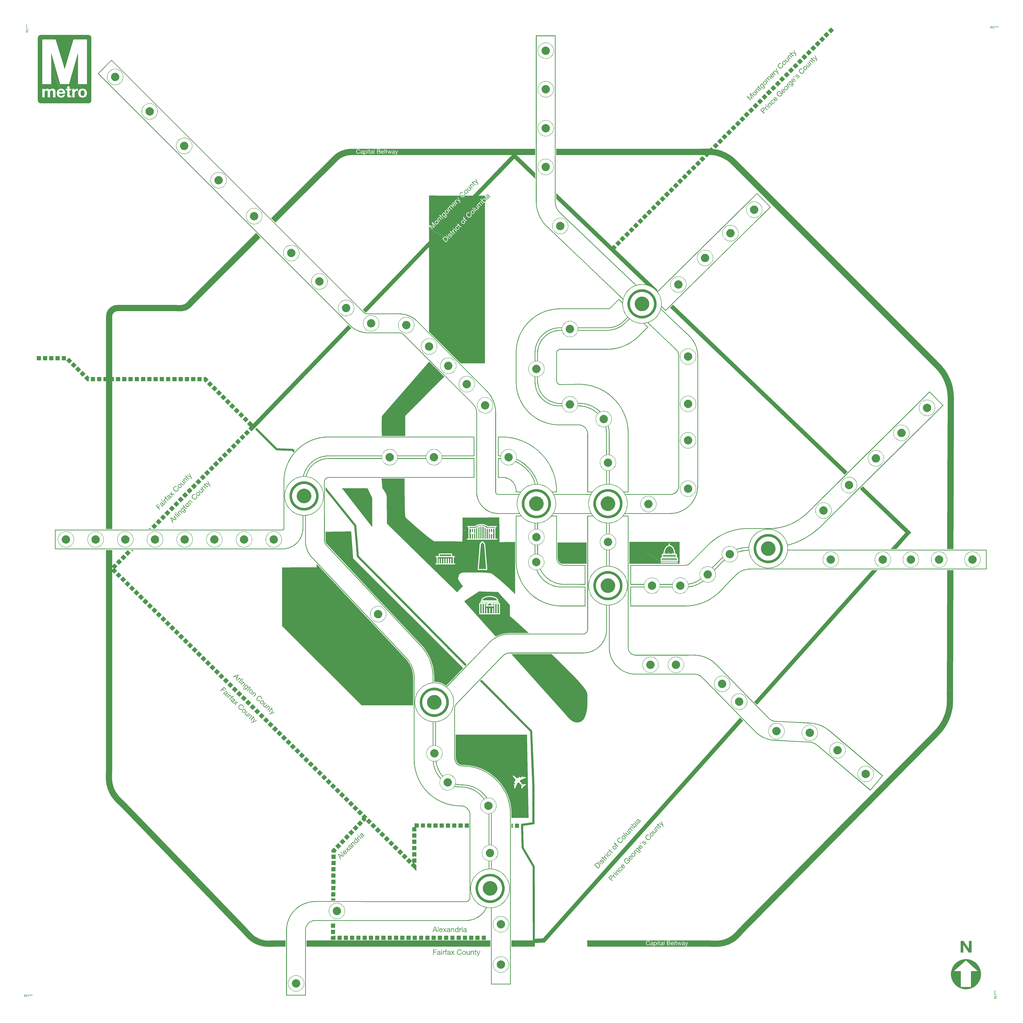
<source format=gbr>
G04 #@! TF.GenerationSoftware,KiCad,Pcbnew,(5.1.9)-1*
G04 #@! TF.CreationDate,2021-12-06T10:38:50-05:00*
G04 #@! TF.ProjectId,500x500-dc-metro-map-dev,35303078-3530-4302-9d64-632d6d657472,rev?*
G04 #@! TF.SameCoordinates,Original*
G04 #@! TF.FileFunction,Legend,Top*
G04 #@! TF.FilePolarity,Positive*
%FSLAX46Y46*%
G04 Gerber Fmt 4.6, Leading zero omitted, Abs format (unit mm)*
G04 Created by KiCad (PCBNEW (5.1.9)-1) date 2021-12-06 10:38:50*
%MOMM*%
%LPD*%
G01*
G04 APERTURE LIST*
%ADD10C,0.100000*%
%ADD11C,0.150000*%
G04 APERTURE END LIST*
D10*
G04 #@! TO.C,M1*
G36*
X514334500Y-297523000D02*
G01*
X514744500Y-297565000D01*
X515141500Y-297647000D01*
X515189500Y-297662000D01*
X514343500Y-297701000D01*
X514325500Y-297700000D01*
X514125500Y-297696000D01*
X513924500Y-297700000D01*
X513066500Y-297660000D01*
X513108500Y-297647000D01*
X513505500Y-297565000D01*
X513915500Y-297523000D01*
X514125500Y-297520000D01*
X514334500Y-297523000D01*
G37*
G36*
X513924500Y-297700000D02*
G01*
X513532500Y-297740000D01*
X513152500Y-297818000D01*
X512787500Y-297932000D01*
X512267500Y-298162000D01*
X511646500Y-298582000D01*
X511117500Y-299111000D01*
X510697500Y-299732000D01*
X510467500Y-300252000D01*
X510353500Y-300617000D01*
X510275500Y-300997000D01*
X510235500Y-301389000D01*
X510232500Y-301590000D01*
X510235500Y-301790000D01*
X510275500Y-302182000D01*
X510353500Y-302562000D01*
X510467500Y-302927000D01*
X510697500Y-303447000D01*
X511117500Y-304068000D01*
X511646500Y-304597000D01*
X512267500Y-305017000D01*
X512787500Y-305248000D01*
X513152500Y-305362000D01*
X513532500Y-305439000D01*
X513924500Y-305479000D01*
X514125500Y-305483000D01*
X514325500Y-305479000D01*
X514717500Y-305439000D01*
X515097500Y-305362000D01*
X515463500Y-305248000D01*
X515982500Y-305017000D01*
X516604500Y-304597000D01*
X517132500Y-304068000D01*
X517553500Y-303447000D01*
X517783500Y-302927000D01*
X517897500Y-302562000D01*
X517975500Y-302182000D01*
X518015500Y-301790000D01*
X518018500Y-301590000D01*
X518015500Y-301389000D01*
X517975500Y-300997000D01*
X517897500Y-300617000D01*
X517783500Y-300252000D01*
X517553500Y-299732000D01*
X517132500Y-299111000D01*
X516604500Y-298582000D01*
X515982500Y-298162000D01*
X515463500Y-297932000D01*
X515097500Y-297818000D01*
X514717500Y-297740000D01*
X514343500Y-297701000D01*
X515189500Y-297662000D01*
X515523500Y-297766000D01*
X515888500Y-297920000D01*
X516234500Y-298109000D01*
X516716500Y-298446000D01*
X517269500Y-298998000D01*
X517606500Y-299480000D01*
X517794500Y-299826000D01*
X517949500Y-300191000D01*
X518068500Y-300573000D01*
X518149500Y-300970000D01*
X518191500Y-301380000D01*
X518194500Y-301590000D01*
X518191500Y-301799000D01*
X518149500Y-302209000D01*
X518068500Y-302606000D01*
X517949500Y-302988000D01*
X517794500Y-303353000D01*
X517606500Y-303699000D01*
X517269500Y-304181000D01*
X516716500Y-304733000D01*
X516234500Y-305071000D01*
X515888500Y-305259000D01*
X515523500Y-305413000D01*
X515141500Y-305532000D01*
X514744500Y-305614000D01*
X514334500Y-305656000D01*
X514125500Y-305659000D01*
X513915500Y-305656000D01*
X513505500Y-305614000D01*
X513108500Y-305532000D01*
X512726500Y-305413000D01*
X512361500Y-305259000D01*
X512015500Y-305071000D01*
X511534500Y-304733000D01*
X510981500Y-304181000D01*
X510644500Y-303699000D01*
X510456500Y-303353000D01*
X510301500Y-302988000D01*
X510182500Y-302606000D01*
X510100500Y-302209000D01*
X510059500Y-301799000D01*
X510055500Y-301590000D01*
X510059500Y-301380000D01*
X510100500Y-300970000D01*
X510182500Y-300573000D01*
X510301500Y-300191000D01*
X510456500Y-299826000D01*
X510644500Y-299480000D01*
X510981500Y-298998000D01*
X511534500Y-298446000D01*
X512015500Y-298109000D01*
X512361500Y-297920000D01*
X512726500Y-297766000D01*
X513066500Y-297660000D01*
X513924500Y-297700000D01*
G37*
G36*
X528340500Y-299498000D02*
G01*
X528555500Y-299516000D01*
X528959500Y-299620000D01*
X529326500Y-299798000D01*
X529649500Y-300040000D01*
X529919500Y-300338000D01*
X530127500Y-300683000D01*
X530267500Y-301066000D01*
X530331500Y-301478000D01*
X530327500Y-301693000D01*
X530309500Y-301908000D01*
X530205500Y-302312000D01*
X530028500Y-302679000D01*
X529786500Y-303002000D01*
X529488500Y-303272000D01*
X529143500Y-303481000D01*
X528760500Y-303621000D01*
X528347500Y-303684000D01*
X528132500Y-303681000D01*
X527918500Y-303663000D01*
X527514500Y-303559000D01*
X527146500Y-303381000D01*
X526824500Y-303139000D01*
X526554500Y-302841000D01*
X526345500Y-302496000D01*
X526205500Y-302113000D01*
X526142500Y-301701000D01*
X526145500Y-301485000D01*
X526163500Y-301271000D01*
X526267500Y-300867000D01*
X526445500Y-300499000D01*
X526687500Y-300177000D01*
X526984500Y-299907000D01*
X527329500Y-299698000D01*
X527713500Y-299558000D01*
X528125500Y-299495000D01*
X528340500Y-299498000D01*
G37*
G36*
X528040500Y-297700000D02*
G01*
X527648500Y-297740000D01*
X527268500Y-297818000D01*
X526903500Y-297932000D01*
X526383500Y-298162000D01*
X525762500Y-298582000D01*
X525233500Y-299111000D01*
X524813500Y-299732000D01*
X524583500Y-300252000D01*
X524469500Y-300617000D01*
X524391500Y-300997000D01*
X524351500Y-301389000D01*
X524348500Y-301590000D01*
X524351500Y-301790000D01*
X524391500Y-302182000D01*
X524469500Y-302562000D01*
X524583500Y-302927000D01*
X524813500Y-303447000D01*
X525233500Y-304068000D01*
X525762500Y-304597000D01*
X526383500Y-305017000D01*
X526903500Y-305248000D01*
X527268500Y-305362000D01*
X527648500Y-305439000D01*
X528040500Y-305479000D01*
X528241500Y-305483000D01*
X528441500Y-305479000D01*
X528833500Y-305439000D01*
X529213500Y-305362000D01*
X529579500Y-305248000D01*
X530098500Y-305017000D01*
X530720500Y-304597000D01*
X531249500Y-304068000D01*
X531669500Y-303447000D01*
X531899500Y-302927000D01*
X532013500Y-302562000D01*
X532091500Y-302182000D01*
X532131500Y-301790000D01*
X532134500Y-301590000D01*
X532131500Y-301389000D01*
X532091500Y-300997000D01*
X532013500Y-300617000D01*
X531899500Y-300252000D01*
X531669500Y-299732000D01*
X531249500Y-299111000D01*
X530720500Y-298582000D01*
X530098500Y-298162000D01*
X529579500Y-297932000D01*
X529213500Y-297818000D01*
X528833500Y-297740000D01*
X528459500Y-297701000D01*
X529305500Y-297662000D01*
X529639500Y-297766000D01*
X530004500Y-297920000D01*
X530350500Y-298109000D01*
X530832500Y-298446000D01*
X531385500Y-298998000D01*
X531722500Y-299480000D01*
X531910500Y-299826000D01*
X532065500Y-300191000D01*
X532184500Y-300573000D01*
X532265500Y-300970000D01*
X532307500Y-301380000D01*
X532311500Y-301590000D01*
X532307500Y-301799000D01*
X532265500Y-302209000D01*
X532184500Y-302606000D01*
X532065500Y-302988000D01*
X531910500Y-303353000D01*
X531722500Y-303699000D01*
X531385500Y-304181000D01*
X530832500Y-304733000D01*
X530350500Y-305071000D01*
X530004500Y-305259000D01*
X529639500Y-305413000D01*
X529257500Y-305532000D01*
X528860500Y-305614000D01*
X528450500Y-305656000D01*
X528241500Y-305659000D01*
X528031500Y-305656000D01*
X527621500Y-305614000D01*
X527224500Y-305532000D01*
X526842500Y-305413000D01*
X526477500Y-305259000D01*
X526131500Y-305071000D01*
X525650500Y-304733000D01*
X525097500Y-304181000D01*
X524760500Y-303699000D01*
X524572500Y-303353000D01*
X524417500Y-302988000D01*
X524298500Y-302606000D01*
X524217500Y-302209000D01*
X524175500Y-301799000D01*
X524171500Y-301590000D01*
X524175500Y-301380000D01*
X524217500Y-300970000D01*
X524298500Y-300573000D01*
X524417500Y-300191000D01*
X524572500Y-299826000D01*
X524760500Y-299480000D01*
X525097500Y-298998000D01*
X525650500Y-298446000D01*
X526131500Y-298109000D01*
X526477500Y-297920000D01*
X526842500Y-297766000D01*
X527182500Y-297660000D01*
X528040500Y-297700000D01*
G37*
G36*
X528450500Y-297523000D02*
G01*
X528860500Y-297565000D01*
X529257500Y-297647000D01*
X529305500Y-297662000D01*
X528459500Y-297701000D01*
X528441500Y-297700000D01*
X528241500Y-297696000D01*
X528040500Y-297700000D01*
X527182500Y-297660000D01*
X527224500Y-297647000D01*
X527621500Y-297565000D01*
X528031500Y-297523000D01*
X528241500Y-297520000D01*
X528450500Y-297523000D01*
G37*
G36*
X310257500Y-267636000D02*
G01*
X310267500Y-268183000D01*
X310313500Y-268640000D01*
X309931500Y-268368000D01*
X309914500Y-268201000D01*
X309905500Y-267636000D01*
X309905500Y-234617000D01*
X310257500Y-234278000D01*
X310257500Y-267636000D01*
G37*
G36*
X308923500Y-249706000D02*
G01*
X294199500Y-249706000D01*
X294566500Y-249353000D01*
X308570500Y-249353000D01*
X308570500Y-240181000D01*
X304113500Y-240181000D01*
X304481500Y-239828000D01*
X308923500Y-239828000D01*
X308923500Y-249706000D01*
G37*
G36*
X339701500Y-298799000D02*
G01*
X339734500Y-298796000D01*
X339709500Y-298812000D01*
X339701500Y-298799000D01*
G37*
G36*
X308923500Y-260527000D02*
G01*
X308747500Y-260527000D01*
X298926500Y-260527000D01*
X298431500Y-260174000D01*
X308570500Y-260174000D01*
X308570500Y-251002000D01*
X292850500Y-251002000D01*
X293218500Y-250649000D01*
X308923500Y-250649000D01*
X308923500Y-260527000D01*
G37*
G36*
X364061500Y-130867000D02*
G01*
X378065500Y-144256000D01*
X378941500Y-143380000D01*
X380422500Y-144866000D01*
X379582500Y-145706000D01*
X390302500Y-155956000D01*
X391042500Y-156664000D01*
X389528500Y-158118000D01*
X372581500Y-141914000D01*
X350056500Y-120378700D01*
X350056500Y-117477100D01*
X364061500Y-130867000D01*
G37*
G36*
X349704500Y-121690100D02*
G01*
X349710500Y-122086200D01*
X349792500Y-122870500D01*
X349951500Y-123639400D01*
X350186500Y-124386900D01*
X350495500Y-125106800D01*
X350874500Y-125793000D01*
X351321500Y-126439200D01*
X351833500Y-127039400D01*
X352115500Y-127318000D01*
X371191500Y-145501000D01*
X386988500Y-160559000D01*
X386733500Y-160803000D01*
X370879500Y-145691000D01*
X351871500Y-127573000D01*
X351576500Y-127281900D01*
X351041500Y-126654500D01*
X350574500Y-125979000D01*
X350178500Y-125261800D01*
X349855500Y-124509200D01*
X349609500Y-123727800D01*
X349443500Y-122924000D01*
X349358500Y-122104200D01*
X349351500Y-121690100D01*
X349351500Y-38656200D01*
X340179500Y-38656200D01*
X340179500Y-121690100D01*
X340182500Y-122131200D01*
X340228500Y-123009700D01*
X340318500Y-123882300D01*
X340452500Y-124747300D01*
X340630500Y-125602900D01*
X340850500Y-126447300D01*
X341111500Y-127279000D01*
X341414500Y-128096000D01*
X341757500Y-128897000D01*
X342140500Y-129680000D01*
X342561500Y-130443000D01*
X343021500Y-131185000D01*
X343518500Y-131904000D01*
X344052500Y-132598000D01*
X344621500Y-133266000D01*
X345226500Y-133905000D01*
X345543500Y-134212000D01*
X364581500Y-152360000D01*
X380112500Y-167164000D01*
X379858500Y-167409000D01*
X364410500Y-152684000D01*
X345300500Y-134468000D01*
X344976500Y-134154000D01*
X344359500Y-133502000D01*
X343778500Y-132821000D01*
X343233500Y-132113000D01*
X342726500Y-131379000D01*
X342257500Y-130622000D01*
X341827500Y-129843000D01*
X341437500Y-129044000D01*
X341086500Y-128227000D01*
X340778500Y-127393100D01*
X340510500Y-126544500D01*
X340286500Y-125682800D01*
X340105500Y-124809700D01*
X339968500Y-123927100D01*
X339876500Y-123036700D01*
X339830500Y-122140200D01*
X339826500Y-121690100D01*
X339826500Y-38303400D01*
X349704500Y-38303400D01*
X349704500Y-121690100D01*
G37*
G36*
X189951500Y-113758300D02*
G01*
X253289500Y-177096000D01*
X253511500Y-177304000D01*
X254009500Y-177636000D01*
X254557500Y-177863000D01*
X255145500Y-177980000D01*
X255450500Y-177990000D01*
X271107500Y-177990000D01*
X271759500Y-178000000D01*
X273045500Y-178126000D01*
X274300500Y-178375000D01*
X275518500Y-178744000D01*
X276692500Y-179230000D01*
X277814500Y-179831000D01*
X278877500Y-180542000D01*
X279874500Y-181362000D01*
X280343500Y-181816000D01*
X297668500Y-199150000D01*
X314994500Y-216484000D01*
X315280500Y-216776000D01*
X315827500Y-217378000D01*
X316340500Y-218003000D01*
X316819500Y-218649000D01*
X317264500Y-219315000D01*
X317675500Y-220000000D01*
X318051500Y-220703000D01*
X318391500Y-221422000D01*
X318695500Y-222157000D01*
X318963500Y-222907000D01*
X319194500Y-223669000D01*
X319387500Y-224444000D01*
X319543500Y-225230000D01*
X319560500Y-225341000D01*
X319247500Y-225641000D01*
X319196500Y-225291000D01*
X319043500Y-224522000D01*
X318854500Y-223764000D01*
X318628500Y-223018000D01*
X318366500Y-222284000D01*
X318068500Y-221565000D01*
X317735500Y-220861000D01*
X317368500Y-220174000D01*
X316966500Y-219504000D01*
X316530500Y-218852000D01*
X316061500Y-218220000D01*
X315559500Y-217609000D01*
X315025500Y-217019000D01*
X314744500Y-216733000D01*
X297419500Y-199399000D01*
X280094500Y-182065000D01*
X279638500Y-181624000D01*
X278667500Y-180826000D01*
X277632500Y-180134000D01*
X276541500Y-179550000D01*
X275399500Y-179077000D01*
X274214500Y-178718000D01*
X272993500Y-178475000D01*
X271742500Y-178353000D01*
X271107500Y-178342000D01*
X255450500Y-178342000D01*
X255110500Y-178331000D01*
X254455500Y-178202000D01*
X253842500Y-177948000D01*
X253287500Y-177578000D01*
X253040500Y-177346000D01*
X189827500Y-114132500D01*
X126613800Y-50919400D01*
X123370800Y-54162300D01*
X120127900Y-57405300D01*
X183341500Y-120618400D01*
X246554500Y-183831000D01*
X247005500Y-184268000D01*
X247966500Y-185058000D01*
X248990500Y-185743000D01*
X250071500Y-186321000D01*
X251201500Y-186789000D01*
X252374500Y-187144000D01*
X253583500Y-187383000D01*
X254821500Y-187505000D01*
X255450500Y-187515000D01*
X271107500Y-187515000D01*
X271459500Y-187526000D01*
X272139500Y-187661000D01*
X272774500Y-187924000D01*
X273349500Y-188309000D01*
X273606500Y-188549000D01*
X290931500Y-205884000D01*
X308256500Y-223218000D01*
X308494500Y-223463000D01*
X308922500Y-223985000D01*
X309295500Y-224542000D01*
X309609500Y-225129000D01*
X309863500Y-225744000D01*
X310056500Y-226381000D01*
X310186500Y-227038000D01*
X310252500Y-227711000D01*
X310257500Y-228053000D01*
X310257500Y-234278000D01*
X309905500Y-234617000D01*
X309905500Y-228053000D01*
X309899500Y-227729000D01*
X309837500Y-227091000D01*
X309713500Y-226467000D01*
X309530500Y-225863000D01*
X309289500Y-225280000D01*
X308992500Y-224723000D01*
X308639500Y-224195000D01*
X308232500Y-223700000D01*
X308007500Y-223467000D01*
X290682500Y-206133000D01*
X273357500Y-188799000D01*
X273125500Y-188582000D01*
X272608500Y-188236000D01*
X272036500Y-187999000D01*
X271424500Y-187878000D01*
X271107500Y-187868000D01*
X255450500Y-187868000D01*
X254803500Y-187857000D01*
X253531500Y-187732000D01*
X252288500Y-187486000D01*
X251082500Y-187121000D01*
X249920500Y-186640000D01*
X248809500Y-186046000D01*
X247756500Y-185342000D01*
X246769500Y-184530000D01*
X246304500Y-184081000D01*
X182967500Y-120743000D01*
X119629100Y-57405300D01*
X123121400Y-53912900D01*
X126613800Y-50420600D01*
X189951500Y-113758300D01*
G37*
G36*
X421302500Y-231911000D02*
G01*
X421303500Y-254930000D01*
X420950500Y-255451000D01*
X420950500Y-231911000D01*
X420950500Y-201732000D01*
X421302500Y-200927000D01*
X421302500Y-231911000D01*
G37*
G36*
X366005500Y-308321000D02*
G01*
X366004500Y-336722000D01*
X365996500Y-336974000D01*
X365897500Y-337452000D01*
X365711500Y-337893000D01*
X365446500Y-338284000D01*
X365113500Y-338618000D01*
X364721500Y-338882000D01*
X364281500Y-339069000D01*
X363802500Y-339167000D01*
X363550500Y-339176000D01*
X344720500Y-339176000D01*
X344815500Y-338823000D01*
X363550500Y-338823000D01*
X363766500Y-338816000D01*
X364176500Y-338732000D01*
X364553500Y-338572000D01*
X364888500Y-338345000D01*
X365174500Y-338060000D01*
X365400500Y-337724000D01*
X365560500Y-337347000D01*
X365644500Y-336937000D01*
X365652500Y-336722000D01*
X365652500Y-308145000D01*
X365652500Y-308070000D01*
X366005500Y-308321000D01*
G37*
G36*
X405532500Y-278256000D02*
G01*
X405293500Y-278609000D01*
X387263500Y-278609000D01*
X387417500Y-278256000D01*
X405532500Y-278256000D01*
G37*
G36*
X372501500Y-294741000D02*
G01*
X372341500Y-294460000D01*
X372104500Y-293810000D01*
X371981500Y-293115000D01*
X371977500Y-292996000D01*
X372501500Y-294741000D01*
G37*
G36*
X386389500Y-306571000D02*
G01*
X386036500Y-307093000D01*
X386036500Y-281408000D01*
X386389500Y-280603000D01*
X386389500Y-306571000D01*
G37*
G36*
X310376500Y-269253000D02*
G01*
X310588500Y-270289000D01*
X310899500Y-271286000D01*
X311303500Y-272238000D01*
X311794500Y-273141000D01*
X312367500Y-273989000D01*
X313017500Y-274776000D01*
X313738500Y-275497000D01*
X314525500Y-276147000D01*
X315372500Y-276720000D01*
X316275500Y-277211000D01*
X317228500Y-277615000D01*
X318225500Y-277925000D01*
X319261500Y-278138000D01*
X320330500Y-278247000D01*
X320877500Y-278256000D01*
X323809500Y-278256000D01*
X324305500Y-278609000D01*
X320877500Y-278609000D01*
X320312500Y-278599000D01*
X319207500Y-278487000D01*
X318137500Y-278267000D01*
X317107500Y-277946000D01*
X316122500Y-277529000D01*
X315190500Y-277022000D01*
X314314500Y-276429000D01*
X313501500Y-275758000D01*
X312756500Y-275013000D01*
X312084500Y-274200000D01*
X311492500Y-273324000D01*
X310985500Y-272391000D01*
X310568500Y-271407000D01*
X310247500Y-270377000D01*
X310027500Y-269306000D01*
X309931500Y-268368000D01*
X310313500Y-268640000D01*
X310376500Y-269253000D01*
G37*
G36*
X304113500Y-240181000D02*
G01*
X282683500Y-240181000D01*
X282361500Y-239828000D01*
X304481500Y-239828000D01*
X304113500Y-240181000D01*
G37*
G36*
X445405500Y-295358000D02*
G01*
X445820500Y-295481000D01*
X445034500Y-295624000D01*
X444773500Y-295601000D01*
X445405500Y-295358000D01*
G37*
G36*
X445880500Y-295470000D02*
G01*
X445974500Y-295331000D01*
X446483500Y-295324000D01*
X446683500Y-295324000D01*
X445880500Y-295470000D01*
G37*
G36*
X436663500Y-295017000D02*
G01*
X436283500Y-295095000D01*
X435918500Y-295209000D01*
X435552500Y-295371000D01*
X435206500Y-295354000D01*
X435492500Y-295198000D01*
X435857500Y-295043000D01*
X436149500Y-294952000D01*
X436663500Y-295017000D01*
G37*
G36*
X445733500Y-295687000D02*
G01*
X445034500Y-295624000D01*
X445820500Y-295481000D01*
X445864500Y-295494000D01*
X445733500Y-295687000D01*
G37*
G36*
X352352500Y-184973000D02*
G01*
X352919500Y-184973000D01*
X352969500Y-184754000D01*
X353172500Y-184681000D01*
X353138500Y-184789000D01*
X353073500Y-185108000D01*
X351701500Y-185269000D01*
X351591500Y-185244000D01*
X352352500Y-184973000D01*
G37*
G36*
X339804500Y-298967000D02*
G01*
X339412500Y-299007000D01*
X339709500Y-298812000D01*
X339804500Y-298967000D01*
G37*
G36*
X316327500Y-457176000D02*
G01*
X315357500Y-457274000D01*
X315631500Y-456975000D01*
X316057500Y-456935000D01*
X316057500Y-456908000D01*
X316327500Y-457176000D01*
G37*
G36*
X446997500Y-295267000D02*
G01*
X446724500Y-295317000D01*
X446767500Y-294848000D01*
X446769500Y-294835000D01*
X447052500Y-294726000D01*
X446997500Y-295267000D01*
G37*
G36*
X364707500Y-304365000D02*
G01*
X364707500Y-307396000D01*
X364355500Y-307145000D01*
X364355500Y-304715000D01*
X360919500Y-304697000D01*
X360420500Y-304341000D01*
X364707500Y-304365000D01*
G37*
G36*
X443806500Y-295514000D02*
G01*
X444160500Y-295457000D01*
X445405500Y-295358000D01*
X444773500Y-295601000D01*
X443806500Y-295514000D01*
G37*
G36*
X438400500Y-294959000D02*
G01*
X438658500Y-295051000D01*
X437426500Y-294940000D01*
X437990500Y-294864000D01*
X438400500Y-294959000D01*
G37*
G36*
X347774500Y-186040000D02*
G01*
X346663500Y-186500000D01*
X345600500Y-187069000D01*
X344593500Y-187742000D01*
X343648500Y-188519000D01*
X343204500Y-188949000D01*
X342774500Y-189393000D01*
X341997500Y-190337000D01*
X341324500Y-191344000D01*
X340755500Y-192407000D01*
X340295500Y-193518000D01*
X339945500Y-194671000D01*
X339710500Y-195859000D01*
X339590500Y-197076000D01*
X339580500Y-197694000D01*
X339580500Y-201781000D01*
X339822500Y-201755000D01*
X340069500Y-201749000D01*
X340283500Y-201753000D01*
X340493500Y-201771000D01*
X340493500Y-197896000D01*
X340503500Y-197296000D01*
X340623500Y-196123000D01*
X340856500Y-194987000D01*
X341197500Y-193894000D01*
X341639500Y-192849000D01*
X342178500Y-191859000D01*
X342806500Y-190930000D01*
X343519500Y-190066000D01*
X344310500Y-189276000D01*
X345173500Y-188563000D01*
X346102500Y-187934000D01*
X347092500Y-187396000D01*
X348137500Y-186953000D01*
X349230500Y-186612000D01*
X350367500Y-186379000D01*
X351540500Y-186260000D01*
X352139500Y-186250000D01*
X352873500Y-186250000D01*
X352847500Y-186008000D01*
X352840500Y-185761000D01*
X352845500Y-185541000D01*
X352865500Y-185325000D01*
X351950500Y-185325000D01*
X351701500Y-185269000D01*
X353073500Y-185108000D01*
X353060500Y-185169000D01*
X353020500Y-185561000D01*
X353017500Y-185761000D01*
X353020500Y-185962000D01*
X353060500Y-186354000D01*
X353138500Y-186734000D01*
X353252500Y-187099000D01*
X353482500Y-187619000D01*
X353902500Y-188240000D01*
X354431500Y-188769000D01*
X355053500Y-189189000D01*
X355572500Y-189420000D01*
X355938500Y-189533000D01*
X356317500Y-189611000D01*
X356707500Y-189651000D01*
X356533500Y-189818000D01*
X355848500Y-189696000D01*
X355196500Y-189457000D01*
X354601500Y-189117000D01*
X354075500Y-188684000D01*
X353627500Y-188170000D01*
X353269500Y-187587000D01*
X353011500Y-186944000D01*
X352929500Y-186602000D01*
X352139500Y-186602000D01*
X351558500Y-186612000D01*
X350420500Y-186728000D01*
X349318500Y-186954000D01*
X348258500Y-187285000D01*
X347245500Y-187714000D01*
X346285500Y-188236000D01*
X345384500Y-188846000D01*
X344547500Y-189537000D01*
X343780500Y-190303000D01*
X343089500Y-191140000D01*
X342479500Y-192042000D01*
X341957500Y-193002000D01*
X341528500Y-194015000D01*
X341198500Y-195075000D01*
X340972500Y-196177000D01*
X340856500Y-197314000D01*
X340846500Y-197896000D01*
X340846500Y-201825000D01*
X341194500Y-201904000D01*
X341848500Y-202155000D01*
X342442500Y-202511000D01*
X342908500Y-202909000D01*
X342774500Y-203037000D01*
X342547500Y-202811000D01*
X341926500Y-202391000D01*
X341406500Y-202161000D01*
X341041500Y-202047000D01*
X340661500Y-201969000D01*
X340269500Y-201929000D01*
X340069500Y-201925000D01*
X339868500Y-201929000D01*
X339476500Y-201969000D01*
X339096500Y-202047000D01*
X338731500Y-202161000D01*
X338211500Y-202391000D01*
X337590500Y-202811000D01*
X337061500Y-203340000D01*
X336641500Y-203961000D01*
X336411500Y-204481000D01*
X336297500Y-204846000D01*
X336219500Y-205226000D01*
X336179500Y-205618000D01*
X336175500Y-205819000D01*
X336179500Y-206019000D01*
X336219500Y-206411000D01*
X336297500Y-206791000D01*
X336411500Y-207157000D01*
X336641500Y-207676000D01*
X337061500Y-208298000D01*
X337178500Y-208414000D01*
X337050500Y-208537000D01*
X336713500Y-208127000D01*
X336373500Y-207533000D01*
X336134500Y-206881000D01*
X336010500Y-206183000D01*
X335999500Y-205819000D01*
X336010500Y-205454000D01*
X336134500Y-204756000D01*
X336373500Y-204104000D01*
X336713500Y-203510000D01*
X337146500Y-202983000D01*
X337660500Y-202535000D01*
X338243500Y-202177000D01*
X338886500Y-201920000D01*
X339228500Y-201837000D01*
X339228500Y-197694000D01*
X339238500Y-197059000D01*
X339361500Y-195807000D01*
X339603500Y-194585000D01*
X339962500Y-193399000D01*
X340436500Y-192256000D01*
X341021500Y-191163000D01*
X341714500Y-190128000D01*
X342512500Y-189156000D01*
X342954500Y-188699000D01*
X343411500Y-188257000D01*
X344383500Y-187458000D01*
X345419500Y-186765000D01*
X346512500Y-186181000D01*
X347654500Y-185707000D01*
X348841500Y-185348000D01*
X349334500Y-185250000D01*
X351185500Y-185329000D01*
X350115500Y-185455000D01*
X348927500Y-185690000D01*
X347774500Y-186040000D01*
G37*
G36*
X384627500Y-309806000D02*
G01*
X385041500Y-310615000D01*
X385381500Y-311464000D01*
X385643500Y-312350000D01*
X385821500Y-313269000D01*
X385913500Y-314215000D01*
X385921500Y-314698000D01*
X385913500Y-315181000D01*
X385821500Y-316127000D01*
X385643500Y-317045000D01*
X385381500Y-317931000D01*
X385041500Y-318781000D01*
X384627500Y-319590000D01*
X384142500Y-320354000D01*
X383592500Y-321068000D01*
X382981500Y-321729000D01*
X382312500Y-322333000D01*
X381590500Y-322874000D01*
X380819500Y-323349000D01*
X380005500Y-323754000D01*
X379150500Y-324083000D01*
X378259500Y-324334000D01*
X377337500Y-324501000D01*
X376864500Y-324548000D01*
X376864500Y-345879000D01*
X376875500Y-346553000D01*
X377010500Y-347873000D01*
X377272500Y-349150000D01*
X377655500Y-350380000D01*
X378153500Y-351555000D01*
X378759500Y-352669000D01*
X379466500Y-353714000D01*
X380268500Y-354685000D01*
X381157500Y-355574000D01*
X382128500Y-356376000D01*
X383174500Y-357083000D01*
X384288500Y-357688000D01*
X385463500Y-358186000D01*
X386693500Y-358569000D01*
X387971500Y-358832000D01*
X389290500Y-358966000D01*
X389965500Y-358978000D01*
X404576500Y-358972000D01*
X405267500Y-358971000D01*
X404944500Y-359324000D01*
X404576500Y-359324000D01*
X389965500Y-359330000D01*
X389272500Y-359318000D01*
X387917500Y-359180000D01*
X386605500Y-358911000D01*
X385342500Y-358518000D01*
X384135500Y-358006000D01*
X382991500Y-357384000D01*
X381917500Y-356659000D01*
X380920500Y-355835000D01*
X380007500Y-354922000D01*
X379183500Y-353925000D01*
X378457500Y-352852000D01*
X377835500Y-351708000D01*
X377324500Y-350501000D01*
X376930500Y-349239000D01*
X376661500Y-347926000D01*
X376523500Y-346571000D01*
X376511500Y-345879000D01*
X376511500Y-324573000D01*
X376273500Y-324583000D01*
X376033500Y-324586000D01*
X375780500Y-324583000D01*
X375530500Y-324573000D01*
X375529500Y-330647000D01*
X375529500Y-336722000D01*
X375519500Y-337339000D01*
X375396500Y-338545000D01*
X375156500Y-339714000D01*
X374806500Y-340839000D01*
X374350500Y-341913000D01*
X373796500Y-342931000D01*
X373150500Y-343887000D01*
X372417500Y-344775000D01*
X371604500Y-345589000D01*
X370716500Y-346322000D01*
X369760500Y-346968000D01*
X368741500Y-347522000D01*
X367667500Y-347977000D01*
X366542500Y-348328000D01*
X365374500Y-348568000D01*
X364167500Y-348691000D01*
X363550500Y-348701000D01*
X326690500Y-348701000D01*
X326452500Y-348705000D01*
X325979500Y-348754000D01*
X325516500Y-348849000D01*
X325065500Y-348989000D01*
X324631500Y-349174000D01*
X324216500Y-349400000D01*
X323826500Y-349667000D01*
X323462500Y-349973000D01*
X323294500Y-350141000D01*
X311699500Y-362133000D01*
X300104500Y-374124000D01*
X299878500Y-374373000D01*
X299517500Y-374928000D01*
X299270500Y-375538000D01*
X299144500Y-376187000D01*
X299133500Y-376523000D01*
X299133500Y-388369000D01*
X299133500Y-400216000D01*
X299137500Y-400569000D01*
X299198500Y-401346000D01*
X299348500Y-402164000D01*
X299541500Y-402772000D01*
X299708500Y-403164000D01*
X299914500Y-403538000D01*
X300161500Y-403887000D01*
X300453500Y-404205000D01*
X300794500Y-404486000D01*
X301186500Y-404723000D01*
X301633500Y-404910000D01*
X302139500Y-405042000D01*
X302707500Y-405111000D01*
X303019500Y-405117000D01*
X303623500Y-405121000D01*
X304822500Y-405180000D01*
X306009500Y-405296000D01*
X307184500Y-405470000D01*
X308344500Y-405700000D01*
X309487500Y-405986000D01*
X310613500Y-406327000D01*
X311718500Y-406722000D01*
X312802500Y-407171000D01*
X313864500Y-407673000D01*
X314901500Y-408228000D01*
X315911500Y-408834000D01*
X316894500Y-409492000D01*
X317847500Y-410200000D01*
X318769500Y-410957000D01*
X319658500Y-411764000D01*
X320088500Y-412187000D01*
X320512500Y-412618000D01*
X321318500Y-413507000D01*
X322076500Y-414429000D01*
X322784500Y-415382000D01*
X323441500Y-416365000D01*
X324048500Y-417375000D01*
X324602500Y-418412000D01*
X325104500Y-419473000D01*
X325554500Y-420558000D01*
X325949500Y-421663000D01*
X326290500Y-422789000D01*
X326575500Y-423932000D01*
X326805500Y-425092000D01*
X326979500Y-426266000D01*
X327095500Y-427454000D01*
X327154500Y-428653000D01*
X327158500Y-429257000D01*
X327158500Y-444372000D01*
X326805500Y-444758000D01*
X326806500Y-429257000D01*
X326801500Y-428662000D01*
X326743500Y-427480000D01*
X326629500Y-426310000D01*
X326458500Y-425153000D01*
X326231500Y-424010000D01*
X325950500Y-422883000D01*
X325614500Y-421774000D01*
X325224500Y-420685000D01*
X324782500Y-419616000D01*
X324287500Y-418571000D01*
X323740500Y-417549000D01*
X323143500Y-416553000D01*
X322495500Y-415585000D01*
X321798500Y-414646000D01*
X321051500Y-413737000D01*
X320256500Y-412861000D01*
X319839500Y-412437000D01*
X319415500Y-412019000D01*
X318539500Y-411225000D01*
X317630500Y-410478000D01*
X316691500Y-409781000D01*
X315723500Y-409133000D01*
X314727500Y-408535000D01*
X313705500Y-407989000D01*
X312660500Y-407494000D01*
X311591500Y-407051000D01*
X310502500Y-406662000D01*
X309393500Y-406326000D01*
X308266500Y-406044000D01*
X307123500Y-405817000D01*
X305966500Y-405646000D01*
X304795500Y-405532000D01*
X303614500Y-405474000D01*
X303019500Y-405469000D01*
X302679500Y-405463000D01*
X302059500Y-405389000D01*
X301507500Y-405248000D01*
X301019500Y-405047000D01*
X300592500Y-404793000D01*
X300220500Y-404492000D01*
X299902500Y-404151000D01*
X299632500Y-403777000D01*
X299408500Y-403376000D01*
X299225500Y-402956000D01*
X299015500Y-402304000D01*
X298851500Y-401427000D01*
X298784500Y-400594000D01*
X298780500Y-400216000D01*
X298780500Y-388369000D01*
X298780500Y-376523000D01*
X298792500Y-376153000D01*
X298932500Y-375437000D01*
X299204500Y-374765000D01*
X299602500Y-374153000D01*
X299851500Y-373879000D01*
X311445500Y-361887000D01*
X323040500Y-349896000D01*
X323221500Y-349715000D01*
X323612500Y-349386000D01*
X324032500Y-349099000D01*
X324477500Y-348856000D01*
X324944500Y-348658000D01*
X325428500Y-348507000D01*
X325926500Y-348405000D01*
X326434500Y-348353000D01*
X326690500Y-348348000D01*
X363550500Y-348348000D01*
X364149500Y-348338000D01*
X365320500Y-348219000D01*
X366454500Y-347986000D01*
X367546500Y-347646000D01*
X368588500Y-347204000D01*
X369577500Y-346666000D01*
X370505500Y-346039000D01*
X371366500Y-345327000D01*
X372156500Y-344538000D01*
X372867500Y-343676000D01*
X373495500Y-342748000D01*
X374032500Y-341760000D01*
X374474500Y-340717000D01*
X374814500Y-339626000D01*
X375047500Y-338492000D01*
X375166500Y-337321000D01*
X375176500Y-336722000D01*
X375177500Y-330634000D01*
X375177500Y-324546000D01*
X374705500Y-324498000D01*
X374317500Y-324426000D01*
X374474500Y-324194000D01*
X374568500Y-324214000D01*
X375538500Y-324313000D01*
X376033500Y-324321000D01*
X376529500Y-324313000D01*
X377498500Y-324214000D01*
X378437500Y-324021000D01*
X379340500Y-323740000D01*
X380203500Y-323374000D01*
X381021500Y-322929000D01*
X381789500Y-322410000D01*
X382503500Y-321821000D01*
X383156500Y-321167000D01*
X383745500Y-320454000D01*
X384264500Y-319686000D01*
X384709500Y-318868000D01*
X385075500Y-318005000D01*
X385356500Y-317101000D01*
X385549500Y-316163000D01*
X385648500Y-315193000D01*
X385656500Y-314698000D01*
X385648500Y-314202000D01*
X385549500Y-313233000D01*
X385356500Y-312294000D01*
X385075500Y-311391000D01*
X384709500Y-310528000D01*
X384265500Y-309712000D01*
X384421500Y-309481000D01*
X384627500Y-309806000D01*
G37*
G36*
X445733500Y-295687000D02*
G01*
X444246500Y-295803000D01*
X444773500Y-295601000D01*
X445733500Y-295687000D01*
G37*
G36*
X330604500Y-217099000D02*
G01*
X330870500Y-218128000D01*
X331184500Y-219136000D01*
X331546500Y-220123000D01*
X331954500Y-221086000D01*
X332408500Y-222026000D01*
X332904500Y-222939000D01*
X333443500Y-223825000D01*
X334023500Y-224682000D01*
X334642500Y-225510000D01*
X335299500Y-226306000D01*
X335993500Y-227069000D01*
X336723500Y-227799000D01*
X337486500Y-228493000D01*
X338283500Y-229150000D01*
X339110500Y-229769000D01*
X339967500Y-230349000D01*
X340853500Y-230888000D01*
X341767500Y-231385000D01*
X342706500Y-231838000D01*
X343669500Y-232246000D01*
X344656500Y-232608000D01*
X345664500Y-232922000D01*
X346693500Y-233188000D01*
X347741500Y-233403000D01*
X348807500Y-233566000D01*
X349889500Y-233676000D01*
X350986500Y-233732000D01*
X351540500Y-233737000D01*
X354175500Y-233737000D01*
X354281500Y-234090000D01*
X351540500Y-234090000D01*
X350977500Y-234085000D01*
X349862500Y-234028000D01*
X348762500Y-233916000D01*
X347679500Y-233750000D01*
X346614500Y-233532000D01*
X345568500Y-233262000D01*
X344543500Y-232942000D01*
X343540500Y-232574000D01*
X342561500Y-232159000D01*
X341606500Y-231699000D01*
X340678500Y-231194000D01*
X339777500Y-230646000D01*
X338906500Y-230057000D01*
X338065500Y-229428000D01*
X337256500Y-228759000D01*
X336480500Y-228054000D01*
X335738500Y-227313000D01*
X335033500Y-226537000D01*
X334365500Y-225727000D01*
X333735500Y-224886000D01*
X333146500Y-224015000D01*
X332598500Y-223114000D01*
X332093500Y-222186000D01*
X331633500Y-221232000D01*
X331218500Y-220252000D01*
X330850500Y-219249000D01*
X330530500Y-218224000D01*
X330261500Y-217178000D01*
X330042500Y-216113000D01*
X329929500Y-215378000D01*
X330241500Y-215079000D01*
X330389500Y-216051000D01*
X330604500Y-217099000D01*
G37*
G36*
X282683500Y-240181000D02*
G01*
X270371500Y-240181000D01*
X269876500Y-239828000D01*
X282361500Y-239828000D01*
X282683500Y-240181000D01*
G37*
G36*
X371123500Y-175800000D02*
G01*
X351950500Y-175800000D01*
X351403500Y-175805000D01*
X350315500Y-175858000D01*
X349238500Y-175963000D01*
X348173500Y-176121000D01*
X347121500Y-176329000D01*
X346084500Y-176589000D01*
X345064500Y-176898000D01*
X344061500Y-177256000D01*
X343077500Y-177664000D01*
X342115500Y-178119000D01*
X341174500Y-178622000D01*
X340258500Y-179172000D01*
X339367500Y-179768000D01*
X338502500Y-180410000D01*
X337666500Y-181097000D01*
X336859500Y-181829000D01*
X336469500Y-182213000D01*
X336085500Y-182603000D01*
X335353500Y-183410000D01*
X334666500Y-184246000D01*
X334024500Y-185110000D01*
X333428500Y-186002000D01*
X332878500Y-186918000D01*
X332374500Y-187858000D01*
X331919500Y-188821000D01*
X331512500Y-189804000D01*
X331153500Y-190807000D01*
X330844500Y-191828000D01*
X330584500Y-192865000D01*
X330376500Y-193917000D01*
X330219500Y-194982000D01*
X330113500Y-196059000D01*
X330060500Y-197147000D01*
X330055500Y-197694000D01*
X330055500Y-212252000D01*
X330060500Y-212806000D01*
X330116500Y-213903000D01*
X330226500Y-214985000D01*
X330241500Y-215079000D01*
X329929500Y-215378000D01*
X329876500Y-215030000D01*
X329764500Y-213930000D01*
X329707500Y-212815000D01*
X329703500Y-212252000D01*
X329703500Y-197694000D01*
X329707500Y-197138000D01*
X329761500Y-196033000D01*
X329868500Y-194938000D01*
X330028500Y-193856000D01*
X330240500Y-192787000D01*
X330504500Y-191733000D01*
X330818500Y-190696000D01*
X331182500Y-189677000D01*
X331596500Y-188678000D01*
X332059500Y-187700000D01*
X332570500Y-186745000D01*
X333129500Y-185813000D01*
X333735500Y-184908000D01*
X334387500Y-184029000D01*
X335086500Y-183180000D01*
X335829500Y-182360000D01*
X336219500Y-181964000D01*
X336616500Y-181573000D01*
X337436500Y-180830000D01*
X338285500Y-180132000D01*
X339164500Y-179480000D01*
X340069500Y-178874000D01*
X341001500Y-178315000D01*
X341956500Y-177804000D01*
X342934500Y-177341000D01*
X343933500Y-176927000D01*
X344952500Y-176563000D01*
X345989500Y-176249000D01*
X347043500Y-175985000D01*
X348112500Y-175773000D01*
X349194500Y-175613000D01*
X350289500Y-175506000D01*
X351394500Y-175452000D01*
X351950500Y-175448000D01*
X371491500Y-175448000D01*
X371123500Y-175800000D01*
G37*
G36*
X350382500Y-297190000D02*
G01*
X350382500Y-300949000D01*
X350430500Y-301303000D01*
X350621500Y-301969000D01*
X350915500Y-302575000D01*
X351301500Y-303109000D01*
X351767500Y-303560000D01*
X352301500Y-303916000D01*
X352892500Y-304165000D01*
X353527500Y-304295000D01*
X353858500Y-304306000D01*
X359283500Y-304335000D01*
X360420500Y-304341000D01*
X360919500Y-304697000D01*
X359106500Y-304687000D01*
X353857500Y-304659000D01*
X353492500Y-304646000D01*
X352793500Y-304504000D01*
X352143500Y-304231000D01*
X351555500Y-303842000D01*
X351042500Y-303347000D01*
X350617500Y-302759000D01*
X350293500Y-302092000D01*
X350083500Y-301358000D01*
X350030500Y-300967000D01*
X350030500Y-296939000D01*
X350382500Y-297190000D01*
G37*
G36*
X288954500Y-246119000D02*
G01*
X289654500Y-246244000D01*
X290308500Y-246483000D01*
X290904500Y-246826000D01*
X291432500Y-247261000D01*
X291880500Y-247778000D01*
X292237500Y-248364000D01*
X292493500Y-249010000D01*
X292575500Y-249353000D01*
X294566500Y-249353000D01*
X294199500Y-249706000D01*
X292629500Y-249706000D01*
X292653500Y-249939000D01*
X292659500Y-250177000D01*
X292653500Y-250415000D01*
X292629500Y-250649000D01*
X293218500Y-250649000D01*
X292850500Y-251002000D01*
X292575500Y-251002000D01*
X292425500Y-250838000D01*
X292439500Y-250770000D01*
X292479500Y-250378000D01*
X292482500Y-250177000D01*
X292479500Y-249977000D01*
X292439500Y-249585000D01*
X292361500Y-249205000D01*
X292247500Y-248839000D01*
X292017500Y-248320000D01*
X291597500Y-247698000D01*
X291068500Y-247170000D01*
X290446500Y-246750000D01*
X289927500Y-246519000D01*
X289561500Y-246405000D01*
X289182500Y-246327000D01*
X288790500Y-246287000D01*
X288589500Y-246284000D01*
X288389500Y-246287000D01*
X288276500Y-246299000D01*
X288127500Y-246136000D01*
X288224500Y-246119000D01*
X288589500Y-246108000D01*
X288954500Y-246119000D01*
G37*
G36*
X351950500Y-185325000D02*
G01*
X351332500Y-185336000D01*
X351591500Y-185244000D01*
X351950500Y-185325000D01*
G37*
G36*
X270371500Y-240181000D02*
G01*
X235597500Y-240181000D01*
X235025500Y-240186000D01*
X233892500Y-240243000D01*
X232775500Y-240357000D01*
X231674500Y-240526000D01*
X230591500Y-240748000D01*
X229529500Y-241022000D01*
X228487500Y-241347000D01*
X227468500Y-241720000D01*
X226473500Y-242142000D01*
X225503500Y-242610000D01*
X224560500Y-243123000D01*
X223645500Y-243680000D01*
X222759500Y-244278000D01*
X221905500Y-244918000D01*
X221083500Y-245597000D01*
X220294500Y-246314000D01*
X219541500Y-247067000D01*
X218824500Y-247855000D01*
X218145500Y-248678000D01*
X217506500Y-249532000D01*
X216907500Y-250418000D01*
X216350500Y-251333000D01*
X215837500Y-252276000D01*
X215369500Y-253246000D01*
X214948500Y-254241000D01*
X214574500Y-255260000D01*
X214249500Y-256302000D01*
X213975500Y-257364000D01*
X213753500Y-258447000D01*
X213584500Y-259547000D01*
X213470500Y-260665000D01*
X213413500Y-261798000D01*
X213408500Y-262370000D01*
X213408500Y-285904000D01*
X213404500Y-286007000D01*
X213364500Y-286204000D01*
X213241500Y-286470000D01*
X212968500Y-286743000D01*
X212702500Y-286866000D01*
X212506500Y-286906000D01*
X212403500Y-286910000D01*
X155451500Y-286917000D01*
X145417100Y-286918000D01*
X145063000Y-286565000D01*
X155275100Y-286564000D01*
X212403500Y-286557000D01*
X212536500Y-286548000D01*
X212770500Y-286448000D01*
X212947500Y-286271000D01*
X213046500Y-286037000D01*
X213055500Y-285904000D01*
X213055500Y-262370000D01*
X213060500Y-261789000D01*
X213119500Y-260638000D01*
X213234500Y-259502000D01*
X213406500Y-258384000D01*
X213631500Y-257285000D01*
X213910500Y-256205000D01*
X214239500Y-255147000D01*
X214619500Y-254112000D01*
X215048500Y-253101000D01*
X215523500Y-252115000D01*
X216044500Y-251157000D01*
X216610500Y-250228000D01*
X217218500Y-249328000D01*
X217868500Y-248460000D01*
X218557500Y-247625000D01*
X219285500Y-246824000D01*
X220051500Y-246058000D01*
X220852500Y-245330000D01*
X221687500Y-244640000D01*
X222555500Y-243991000D01*
X223455500Y-243382000D01*
X224385500Y-242817000D01*
X225343500Y-242296000D01*
X226328500Y-241820000D01*
X227339500Y-241392000D01*
X228374500Y-241012000D01*
X229432500Y-240682000D01*
X230512500Y-240404000D01*
X231612500Y-240178000D01*
X232730500Y-240007000D01*
X233865500Y-239891000D01*
X235016500Y-239833000D01*
X235597500Y-239828000D01*
X269876500Y-239828000D01*
X270371500Y-240181000D01*
G37*
G36*
X330055500Y-282706000D02*
G01*
X330055500Y-283032000D01*
X329702500Y-282455000D01*
X330055500Y-282706000D01*
G37*
G36*
X337138500Y-287753000D02*
G01*
X337066500Y-287825000D01*
X336646500Y-288447000D01*
X336416500Y-288966000D01*
X336302500Y-289332000D01*
X336224500Y-289712000D01*
X336184500Y-290104000D01*
X336180500Y-290304000D01*
X336184500Y-290505000D01*
X336224500Y-290897000D01*
X336302500Y-291277000D01*
X336416500Y-291642000D01*
X336646500Y-292162000D01*
X337066500Y-292783000D01*
X337595500Y-293312000D01*
X338216500Y-293732000D01*
X338736500Y-293962000D01*
X339101500Y-294076000D01*
X339481500Y-294154000D01*
X339873500Y-294194000D01*
X340074500Y-294198000D01*
X340274500Y-294194000D01*
X340666500Y-294154000D01*
X341046500Y-294076000D01*
X341412500Y-293962000D01*
X341931500Y-293732000D01*
X342553500Y-293312000D01*
X343081500Y-292783000D01*
X343444500Y-292246000D01*
X343582500Y-292345000D01*
X343415500Y-292633000D01*
X342974500Y-293162000D01*
X342451500Y-293610000D01*
X341857500Y-293966000D01*
X341204500Y-294218000D01*
X340857500Y-294297000D01*
X340857500Y-298061000D01*
X340504500Y-298292000D01*
X340504500Y-294351000D01*
X340291500Y-294370000D01*
X340074500Y-294374000D01*
X339824500Y-294367000D01*
X339580500Y-294341000D01*
X339580500Y-298602000D01*
X339228500Y-298025000D01*
X339228500Y-294284000D01*
X338886500Y-294201000D01*
X338245500Y-293944000D01*
X337662500Y-293585000D01*
X337149500Y-293138000D01*
X336717500Y-292611000D01*
X336377500Y-292017000D01*
X336139500Y-291366000D01*
X336015500Y-290668000D01*
X336004500Y-290304000D01*
X336015500Y-289941000D01*
X336139500Y-289243000D01*
X336377500Y-288592000D01*
X336717500Y-287998000D01*
X336999500Y-287654000D01*
X337138500Y-287753000D01*
G37*
G36*
X386389500Y-345879000D02*
G01*
X386401500Y-346245000D01*
X386545500Y-346943000D01*
X386816500Y-347584000D01*
X387202500Y-348154000D01*
X387687500Y-348639000D01*
X388258500Y-349025000D01*
X388899500Y-349297000D01*
X389596500Y-349440000D01*
X389963500Y-349452000D01*
X404574500Y-349447000D01*
X413982500Y-349443000D01*
X413659500Y-349796000D01*
X404574500Y-349799000D01*
X389963500Y-349805000D01*
X389761500Y-349802000D01*
X389365500Y-349762000D01*
X388982500Y-349683000D01*
X388613500Y-349568000D01*
X388089500Y-349336000D01*
X387463500Y-348912000D01*
X386929500Y-348379000D01*
X386506500Y-347752000D01*
X386273500Y-347228000D01*
X386158500Y-346859000D01*
X386080500Y-346476000D01*
X386040500Y-346081000D01*
X386036500Y-345879000D01*
X386036500Y-307093000D01*
X386389500Y-306571000D01*
X386389500Y-345879000D01*
G37*
G36*
X351332500Y-185336000D02*
G01*
X350115500Y-185455000D01*
X351185500Y-185329000D01*
X351332500Y-185336000D01*
G37*
G36*
X366941500Y-279567000D02*
G01*
X367943500Y-279568000D01*
X368049500Y-279920000D01*
X367261500Y-279920000D01*
X366006500Y-279920000D01*
X366005500Y-308321000D01*
X365652500Y-308070000D01*
X365653500Y-279567000D01*
X366941500Y-279567000D01*
G37*
G36*
X419585500Y-349444000D02*
G01*
X420383500Y-349485000D01*
X421176500Y-349566000D01*
X421963500Y-349686000D01*
X422741500Y-349845000D01*
X423510500Y-350042000D01*
X424268500Y-350277000D01*
X425013500Y-350549000D01*
X425743500Y-350856000D01*
X426458500Y-351199000D01*
X427155500Y-351577000D01*
X427834500Y-351990000D01*
X428491500Y-352435000D01*
X429127500Y-352914000D01*
X429739500Y-353424000D01*
X430326500Y-353967000D01*
X430608500Y-354251000D01*
X443745500Y-367701000D01*
X456883500Y-381151000D01*
X457055500Y-381323000D01*
X457423500Y-381635000D01*
X457816500Y-381909000D01*
X458231500Y-382145000D01*
X458666500Y-382341000D01*
X459117500Y-382496000D01*
X459583500Y-382609000D01*
X460060500Y-382679000D01*
X460303500Y-382695000D01*
X468866500Y-383129000D01*
X477429500Y-383563000D01*
X478120500Y-383608000D01*
X479490500Y-383791000D01*
X480839500Y-384086000D01*
X482159500Y-384488000D01*
X483442500Y-384995000D01*
X484680500Y-385604000D01*
X485867500Y-386310000D01*
X486993500Y-387113000D01*
X487528500Y-387552000D01*
X500882500Y-398843000D01*
X514237500Y-410134000D01*
X511048500Y-413906000D01*
X507859500Y-417678000D01*
X507792500Y-417621000D01*
X507724500Y-417564000D01*
X494437500Y-406330000D01*
X481150500Y-395096000D01*
X480927500Y-394912000D01*
X480456500Y-394577000D01*
X479960500Y-394281000D01*
X479442500Y-394027000D01*
X478906500Y-393815000D01*
X478354500Y-393647000D01*
X477790500Y-393523000D01*
X477218500Y-393447000D01*
X476929500Y-393428000D01*
X468366500Y-392994000D01*
X459803500Y-392560000D01*
X459094500Y-392513000D01*
X457700500Y-392310000D01*
X456340500Y-391981000D01*
X455022500Y-391529000D01*
X453753500Y-390956000D01*
X452542500Y-390267000D01*
X451395500Y-389465000D01*
X450321500Y-388554000D01*
X449817500Y-388054000D01*
X436679500Y-374603000D01*
X423541500Y-361152000D01*
X423324500Y-360938000D01*
X422858500Y-360548000D01*
X422356500Y-360209000D01*
X421825500Y-359920000D01*
X421268500Y-359686000D01*
X420690500Y-359507000D01*
X420096500Y-359386000D01*
X419492500Y-359324000D01*
X419187500Y-359319000D01*
X404944500Y-359324000D01*
X405267500Y-358971000D01*
X419187500Y-358966000D01*
X419509500Y-358971000D01*
X420149500Y-359037000D01*
X420777500Y-359165000D01*
X421388500Y-359354000D01*
X421977500Y-359602000D01*
X422540500Y-359907000D01*
X423070500Y-360267000D01*
X423564500Y-360679000D01*
X423793500Y-360906000D01*
X436931500Y-374356000D01*
X450069500Y-387807000D01*
X450561500Y-388295000D01*
X451610500Y-389186000D01*
X452730500Y-389969000D01*
X453913500Y-390642000D01*
X455152500Y-391201000D01*
X456439500Y-391643000D01*
X457767500Y-391964000D01*
X459129500Y-392162000D01*
X459821500Y-392208000D01*
X468384500Y-392642000D01*
X476947500Y-393076000D01*
X477250500Y-393095000D01*
X477851500Y-393176000D01*
X478443500Y-393305000D01*
X479022500Y-393482000D01*
X479585500Y-393704000D01*
X480129500Y-393971000D01*
X480649500Y-394282000D01*
X481144500Y-394634000D01*
X481379500Y-394827000D01*
X494598500Y-406003000D01*
X507818500Y-417180000D01*
X510779500Y-413678000D01*
X513739500Y-410175000D01*
X500520500Y-398999000D01*
X487300500Y-387822000D01*
X486776500Y-387391000D01*
X485673500Y-386606000D01*
X484512500Y-385913000D01*
X483299500Y-385318000D01*
X482043500Y-384821000D01*
X480750500Y-384427000D01*
X479429500Y-384139000D01*
X478088500Y-383959000D01*
X477411500Y-383915000D01*
X468848500Y-383481000D01*
X460285500Y-383047000D01*
X460026500Y-383030000D01*
X459516500Y-382956000D01*
X459018500Y-382835000D01*
X458535500Y-382670000D01*
X458071500Y-382460000D01*
X457628500Y-382208000D01*
X457208500Y-381915000D01*
X456815500Y-381581000D01*
X456630500Y-381398000D01*
X443493500Y-367948000D01*
X430356500Y-354497000D01*
X430080500Y-354219000D01*
X429506500Y-353689000D01*
X428907500Y-353190000D01*
X428286500Y-352722000D01*
X427643500Y-352286000D01*
X426979500Y-351883000D01*
X426297500Y-351513000D01*
X425598500Y-351178000D01*
X424884500Y-350877000D01*
X424155500Y-350611000D01*
X423414500Y-350382000D01*
X422662500Y-350189000D01*
X421901500Y-350034000D01*
X421132500Y-349916000D01*
X420356500Y-349837000D01*
X419576500Y-349797000D01*
X419184500Y-349794000D01*
X413659500Y-349796000D01*
X413982500Y-349443000D01*
X419184500Y-349441000D01*
X419585500Y-349444000D01*
G37*
G36*
X357278500Y-181703000D02*
G01*
X357982500Y-181830000D01*
X358639500Y-182072000D01*
X359237500Y-182419000D01*
X359325500Y-182492000D01*
X359114500Y-182568000D01*
X358767500Y-182334000D01*
X358248500Y-182103000D01*
X357882500Y-181989000D01*
X357503500Y-181912000D01*
X357111500Y-181872000D01*
X356910500Y-181868000D01*
X356710500Y-181872000D01*
X356317500Y-181912000D01*
X355938500Y-181989000D01*
X355572500Y-182103000D01*
X355053500Y-182334000D01*
X354431500Y-182754000D01*
X353902500Y-183283000D01*
X353482500Y-183904000D01*
X353252500Y-184424000D01*
X353172500Y-184681000D01*
X352969500Y-184754000D01*
X352998500Y-184626000D01*
X353250500Y-183974000D01*
X353606500Y-183381000D01*
X354054500Y-182859000D01*
X354583500Y-182419000D01*
X355181500Y-182072000D01*
X355838500Y-181830000D01*
X356542500Y-181703000D01*
X356910500Y-181692000D01*
X357278500Y-181703000D01*
G37*
G36*
X315418500Y-445355000D02*
G01*
X314899500Y-445585000D01*
X314277500Y-446005000D01*
X313749500Y-446534000D01*
X313328500Y-447156000D01*
X313098500Y-447675000D01*
X312984500Y-448041000D01*
X312906500Y-448420000D01*
X312866500Y-448813000D01*
X312863500Y-449013000D01*
X312866500Y-449213000D01*
X312906500Y-449606000D01*
X312984500Y-449985000D01*
X313098500Y-450351000D01*
X313328500Y-450870000D01*
X313749500Y-451492000D01*
X314277500Y-452021000D01*
X314899500Y-452441000D01*
X315418500Y-452671000D01*
X315784500Y-452785000D01*
X316164500Y-452863000D01*
X316556500Y-452903000D01*
X316756500Y-452906000D01*
X316957500Y-452903000D01*
X317349500Y-452863000D01*
X317729500Y-452785000D01*
X318094500Y-452671000D01*
X318614500Y-452441000D01*
X319235500Y-452021000D01*
X319764500Y-451492000D01*
X320184500Y-450870000D01*
X320414500Y-450351000D01*
X320528500Y-449985000D01*
X320606500Y-449606000D01*
X320646500Y-449213000D01*
X320649500Y-449013000D01*
X320646500Y-448813000D01*
X320606500Y-448420000D01*
X320528500Y-448041000D01*
X320414500Y-447675000D01*
X320184500Y-447156000D01*
X319764500Y-446534000D01*
X319235500Y-446005000D01*
X318614500Y-445585000D01*
X318094500Y-445355000D01*
X317729500Y-445241000D01*
X317349500Y-445163000D01*
X316957500Y-445123000D01*
X316756500Y-445120000D01*
X316556500Y-445123000D01*
X316480500Y-444955000D01*
X316582500Y-444947000D01*
X316756500Y-444943000D01*
X317021500Y-444951000D01*
X317280500Y-444981000D01*
X317280500Y-441018000D01*
X317633500Y-439709000D01*
X317633500Y-445041000D01*
X317971500Y-445126000D01*
X318607500Y-445386000D01*
X319184500Y-445746000D01*
X319692500Y-446193000D01*
X320120500Y-446718000D01*
X320457500Y-447310000D01*
X320692500Y-447958000D01*
X320815500Y-448651000D01*
X320826500Y-449013000D01*
X320815500Y-449377000D01*
X320690500Y-450076000D01*
X320452500Y-450728000D01*
X320111500Y-451322000D01*
X319678500Y-451849000D01*
X319164500Y-452297000D01*
X318580500Y-452655000D01*
X317938500Y-452912000D01*
X317596500Y-452995000D01*
X317632500Y-452995000D01*
X317632500Y-454787000D01*
X317280500Y-455173000D01*
X317280500Y-453045000D01*
X317021500Y-453075000D01*
X316756500Y-453083000D01*
X316582500Y-453079000D01*
X316410500Y-453065000D01*
X316410500Y-456123000D01*
X316057500Y-456509000D01*
X316057500Y-453018000D01*
X315703500Y-452945000D01*
X315034500Y-452701000D01*
X314426500Y-452350000D01*
X313889500Y-451902000D01*
X313436500Y-451370000D01*
X313079500Y-450766000D01*
X312829500Y-450101000D01*
X312698500Y-449386000D01*
X312687500Y-449013000D01*
X312698500Y-448640000D01*
X312829500Y-447925000D01*
X313079500Y-447260000D01*
X313436500Y-446656000D01*
X313889500Y-446124000D01*
X314425500Y-445676000D01*
X315034500Y-445325000D01*
X315702500Y-445081000D01*
X316057500Y-445008000D01*
X316057500Y-444015000D01*
X316317500Y-444593000D01*
X316164500Y-445163000D01*
X315784500Y-445241000D01*
X315418500Y-445355000D01*
G37*
G36*
X359766500Y-182859000D02*
G01*
X360214500Y-183381000D01*
X360570500Y-183974000D01*
X360822500Y-184626000D01*
X360902500Y-184973000D01*
X361576500Y-184973000D01*
X361209500Y-185326000D01*
X360956500Y-185326000D01*
X360975500Y-185541000D01*
X360975500Y-185550000D01*
X360803500Y-185716000D01*
X360800500Y-185561000D01*
X360760500Y-185169000D01*
X360682500Y-184789000D01*
X360568500Y-184424000D01*
X360338500Y-183904000D01*
X359918500Y-183283000D01*
X359389500Y-182754000D01*
X359114500Y-182568000D01*
X359325500Y-182492000D01*
X359766500Y-182859000D01*
G37*
G36*
X288276500Y-246299000D02*
G01*
X287996500Y-246327000D01*
X287617500Y-246405000D01*
X287251500Y-246519000D01*
X286732500Y-246750000D01*
X286110500Y-247170000D01*
X285581500Y-247698000D01*
X285161500Y-248320000D01*
X284931500Y-248839000D01*
X284817500Y-249205000D01*
X284739500Y-249585000D01*
X284699500Y-249977000D01*
X284696500Y-250177000D01*
X284699500Y-250378000D01*
X284701500Y-250391000D01*
X284521500Y-250263000D01*
X284519500Y-250177000D01*
X284525500Y-249939000D01*
X284549500Y-249706000D01*
X283739500Y-249706000D01*
X283244500Y-249353000D01*
X284604500Y-249353000D01*
X284685500Y-249010000D01*
X284941500Y-248364000D01*
X285298500Y-247778000D01*
X285746500Y-247261000D01*
X286274500Y-246826000D01*
X286870500Y-246483000D01*
X287524500Y-246244000D01*
X288127500Y-246136000D01*
X288276500Y-246299000D01*
G37*
G36*
X421303500Y-264576000D02*
G01*
X421290500Y-265299000D01*
X421146500Y-266712000D01*
X420865500Y-268081000D01*
X420455500Y-269399000D01*
X419922500Y-270657000D01*
X419273500Y-271850000D01*
X418515500Y-272970000D01*
X417657500Y-274010000D01*
X416704500Y-274963000D01*
X415664500Y-275822000D01*
X414544500Y-276579000D01*
X413351500Y-277228000D01*
X412092500Y-277761000D01*
X410774500Y-278172000D01*
X409405500Y-278453000D01*
X407992500Y-278597000D01*
X407269500Y-278609000D01*
X405293500Y-278609000D01*
X405532500Y-278256000D01*
X407269500Y-278256000D01*
X407974500Y-278244000D01*
X409352500Y-278104000D01*
X410686500Y-277830000D01*
X411971500Y-277430000D01*
X413198500Y-276910000D01*
X414361500Y-276277000D01*
X415453500Y-275539000D01*
X416467500Y-274702000D01*
X417396500Y-273773000D01*
X418233500Y-272759000D01*
X418971500Y-271667000D01*
X419603500Y-270504000D01*
X420123500Y-269277000D01*
X420524500Y-267993000D01*
X420798500Y-266659000D01*
X420938500Y-265281000D01*
X420950500Y-264576000D01*
X420950500Y-255451000D01*
X421303500Y-254930000D01*
X421303500Y-264576000D01*
G37*
G36*
X442562500Y-295719000D02*
G01*
X442637500Y-295701000D01*
X443806500Y-295514000D01*
X444773500Y-295601000D01*
X444423500Y-295735000D01*
X444092500Y-295795000D01*
X442562500Y-295719000D01*
G37*
G36*
X438658500Y-295051000D02*
G01*
X438825500Y-295110000D01*
X439227500Y-295306000D01*
X439603500Y-295543000D01*
X439643500Y-295574000D01*
X439286500Y-295557000D01*
X439113500Y-295439000D01*
X438594500Y-295209000D01*
X438228500Y-295095000D01*
X437848500Y-295017000D01*
X437456500Y-294977000D01*
X437256500Y-294974000D01*
X437167500Y-294975000D01*
X437426500Y-294940000D01*
X438658500Y-295051000D01*
G37*
G36*
X313515500Y-457749000D02*
G01*
X312652500Y-458114000D01*
X311834500Y-458559000D01*
X311066500Y-459079000D01*
X310353500Y-459667000D01*
X309699500Y-460321000D01*
X309111500Y-461034000D01*
X308591500Y-461802000D01*
X308146500Y-462620000D01*
X307781500Y-463483000D01*
X307499500Y-464387000D01*
X307307500Y-465325000D01*
X307208500Y-466295000D01*
X307199500Y-466790000D01*
X307208500Y-467286000D01*
X307307500Y-468255000D01*
X307499500Y-469194000D01*
X307781500Y-470097000D01*
X308146500Y-470960000D01*
X308591500Y-471778000D01*
X309111500Y-472546000D01*
X309699500Y-473259000D01*
X310353500Y-473913000D01*
X311066500Y-474501000D01*
X311834500Y-475021000D01*
X312652500Y-475466000D01*
X313515500Y-475831000D01*
X314419500Y-476113000D01*
X315357500Y-476306000D01*
X316327500Y-476404000D01*
X316822500Y-476413000D01*
X317318500Y-476404000D01*
X318287500Y-476306000D01*
X319226500Y-476113000D01*
X320129500Y-475831000D01*
X320992500Y-475466000D01*
X321810500Y-475021000D01*
X322578500Y-474501000D01*
X323291500Y-473913000D01*
X323945500Y-473259000D01*
X324534500Y-472546000D01*
X325053500Y-471778000D01*
X325498500Y-470960000D01*
X325864500Y-470097000D01*
X326145500Y-469194000D01*
X326338500Y-468255000D01*
X326437500Y-467286000D01*
X326445500Y-466790000D01*
X326437500Y-466295000D01*
X326338500Y-465325000D01*
X326145500Y-464387000D01*
X325864500Y-463483000D01*
X325498500Y-462620000D01*
X325053500Y-461802000D01*
X324534500Y-461034000D01*
X323945500Y-460321000D01*
X323291500Y-459667000D01*
X322578500Y-459079000D01*
X321810500Y-458559000D01*
X320992500Y-458114000D01*
X320129500Y-457749000D01*
X319226500Y-457467000D01*
X318287500Y-457274000D01*
X317318500Y-457176000D01*
X316822500Y-457167000D01*
X316327500Y-457176000D01*
X316057500Y-456908000D01*
X316057500Y-456509000D01*
X316410500Y-456123000D01*
X316410500Y-456913000D01*
X316616500Y-456905000D01*
X316822500Y-456903000D01*
X317052500Y-456905000D01*
X317280500Y-456914000D01*
X317280500Y-455173000D01*
X317632500Y-454787000D01*
X317632500Y-456939000D01*
X318106500Y-456985000D01*
X319030500Y-457151000D01*
X319923500Y-457400000D01*
X320779500Y-457728000D01*
X321596500Y-458132000D01*
X322368500Y-458607000D01*
X323092500Y-459148000D01*
X323762500Y-459751000D01*
X324375500Y-460413000D01*
X324927500Y-461128000D01*
X325412500Y-461893000D01*
X325828500Y-462702000D01*
X326169500Y-463553000D01*
X326431500Y-464440000D01*
X326610500Y-465359000D01*
X326702500Y-466306000D01*
X326710500Y-466790000D01*
X326702500Y-467274000D01*
X326610500Y-468221000D01*
X326431500Y-469141000D01*
X326169500Y-470028000D01*
X325828500Y-470878000D01*
X325412500Y-471688000D01*
X324927500Y-472452000D01*
X324375500Y-473168000D01*
X323762500Y-473829000D01*
X323091500Y-474432000D01*
X322368500Y-474974000D01*
X321596500Y-475448000D01*
X320779500Y-475852000D01*
X319922500Y-476181000D01*
X319029500Y-476430000D01*
X318105500Y-476595000D01*
X317632500Y-476642000D01*
X317631500Y-495645000D01*
X317630500Y-514649000D01*
X322216500Y-514649000D01*
X326803500Y-514649000D01*
X326804500Y-471953000D01*
X326805500Y-444758000D01*
X327158500Y-444372000D01*
X327157500Y-472130000D01*
X327155500Y-515002000D01*
X322216500Y-515002000D01*
X317277500Y-515002000D01*
X317278500Y-495834000D01*
X317279500Y-476666000D01*
X317051500Y-476675000D01*
X316822500Y-476677000D01*
X316408500Y-476671000D01*
X315594500Y-476602000D01*
X315195500Y-476541000D01*
X315005500Y-476914000D01*
X314585500Y-477631000D01*
X314117500Y-478313000D01*
X313606500Y-478956000D01*
X313054500Y-479561000D01*
X312463500Y-480124000D01*
X311836500Y-480645000D01*
X311176500Y-481121000D01*
X310486500Y-481552000D01*
X309767500Y-481934000D01*
X309024500Y-482267000D01*
X308259500Y-482549000D01*
X307474500Y-482777000D01*
X306671500Y-482952000D01*
X305855500Y-483069000D01*
X305027500Y-483129000D01*
X304610500Y-483134000D01*
X301776500Y-483134000D01*
X268577500Y-483117000D01*
X235378500Y-483100000D01*
X232141500Y-483100000D01*
X228904500Y-483100000D01*
X228664500Y-483104000D01*
X228193500Y-483152000D01*
X227737500Y-483246000D01*
X227299500Y-483382000D01*
X226880500Y-483560000D01*
X226483500Y-483776000D01*
X226110500Y-484028000D01*
X225764500Y-484314000D01*
X225446500Y-484631000D01*
X225161500Y-484977000D01*
X224908500Y-485350000D01*
X224692500Y-485747000D01*
X224515500Y-486166000D01*
X224378500Y-486605000D01*
X224285500Y-487061000D01*
X224237500Y-487531000D01*
X224233500Y-487771000D01*
X224233500Y-520616000D01*
X214355500Y-520616000D01*
X214355500Y-487771000D01*
X214358500Y-487396000D01*
X214396500Y-486653000D01*
X214517500Y-485557000D01*
X214808500Y-484138000D01*
X215234500Y-482772000D01*
X215787500Y-481467000D01*
X216459500Y-480230000D01*
X217245500Y-479069000D01*
X218135500Y-477991000D01*
X219123500Y-477003000D01*
X220201500Y-476112000D01*
X221362500Y-475327000D01*
X222599500Y-474654000D01*
X223904500Y-474101000D01*
X225270500Y-473676000D01*
X226689500Y-473384000D01*
X227785500Y-473263000D01*
X228528500Y-473225000D01*
X228904500Y-473222000D01*
X232142500Y-473222000D01*
X235381500Y-473222000D01*
X269995500Y-473239000D01*
X304610500Y-473256000D01*
X304807500Y-473250000D01*
X305182500Y-473173000D01*
X305527500Y-473026000D01*
X305834500Y-472819000D01*
X306095500Y-472558000D01*
X306303500Y-472251000D01*
X306449500Y-471906000D01*
X306526500Y-471531000D01*
X306532500Y-471334000D01*
X306532500Y-447419000D01*
X306885500Y-447770000D01*
X306885500Y-471334000D01*
X306877500Y-471567000D01*
X306786500Y-472011000D01*
X306613500Y-472419000D01*
X306368500Y-472782000D01*
X306059500Y-473091000D01*
X305695500Y-473337000D01*
X305287500Y-473510000D01*
X304843500Y-473601000D01*
X304610500Y-473609000D01*
X269995500Y-473592000D01*
X235381500Y-473575000D01*
X232142500Y-473575000D01*
X228904500Y-473575000D01*
X228173500Y-473587000D01*
X226743500Y-473733000D01*
X225358500Y-474017000D01*
X224025500Y-474433000D01*
X222752500Y-474973000D01*
X221545500Y-475629000D01*
X220412500Y-476395000D01*
X219360500Y-477264000D01*
X218396500Y-478228000D01*
X217527500Y-479280000D01*
X216761500Y-480413000D01*
X216105500Y-481620000D01*
X215565500Y-482893000D01*
X215150500Y-484226000D01*
X214866500Y-485611000D01*
X214720500Y-487041000D01*
X214708500Y-487771000D01*
X214708500Y-520263000D01*
X223880500Y-520263000D01*
X223880500Y-487771000D01*
X223884500Y-487513000D01*
X223936500Y-487007000D01*
X224036500Y-486517000D01*
X224183500Y-486045000D01*
X224374500Y-485594000D01*
X224607500Y-485167000D01*
X224878500Y-484766000D01*
X225185500Y-484394000D01*
X225526500Y-484053000D01*
X225899500Y-483745000D01*
X226300500Y-483474000D01*
X226727500Y-483242000D01*
X227178500Y-483051000D01*
X227649500Y-482904000D01*
X228139500Y-482803000D01*
X228646500Y-482752000D01*
X228904500Y-482747000D01*
X232141500Y-482747000D01*
X235378500Y-482747000D01*
X269994500Y-482764000D01*
X304610500Y-482781000D01*
X305012500Y-482777000D01*
X305808500Y-482719000D01*
X306594500Y-482607000D01*
X307366500Y-482440000D01*
X308122500Y-482222000D01*
X308860500Y-481953000D01*
X309576500Y-481634000D01*
X310268500Y-481269000D01*
X310934500Y-480857000D01*
X311571500Y-480402000D01*
X312177500Y-479904000D01*
X312749500Y-479365000D01*
X313284500Y-478787000D01*
X313780500Y-478171000D01*
X314235500Y-477519000D01*
X314645500Y-476833000D01*
X314830500Y-476476000D01*
X314411500Y-476383000D01*
X313594500Y-476140000D01*
X312809500Y-475829000D01*
X312058500Y-475455000D01*
X311345500Y-475021000D01*
X310672500Y-474531000D01*
X310044500Y-473986000D01*
X309464500Y-473392000D01*
X308935500Y-472751000D01*
X308460500Y-472066000D01*
X308043500Y-471342000D01*
X307687500Y-470580000D01*
X307395500Y-469786000D01*
X307172500Y-468961000D01*
X307019500Y-468110000D01*
X306941500Y-467236000D01*
X306935500Y-466790000D01*
X306943500Y-466305000D01*
X307035500Y-465355000D01*
X307215500Y-464433000D01*
X307479500Y-463544000D01*
X307821500Y-462691000D01*
X308239500Y-461880000D01*
X308728500Y-461114000D01*
X309282500Y-460397000D01*
X309898500Y-459735000D01*
X310572500Y-459132000D01*
X311300500Y-458591000D01*
X312076500Y-458117000D01*
X312896500Y-457715000D01*
X313757500Y-457388000D01*
X314654500Y-457142000D01*
X315582500Y-456979000D01*
X315631500Y-456975000D01*
X315357500Y-457274000D01*
X314419500Y-457467000D01*
X313515500Y-457749000D01*
G37*
G36*
X444246500Y-295803000D02*
G01*
X442780500Y-296034000D01*
X444092500Y-295795000D01*
X444246500Y-295803000D01*
G37*
G36*
X445880500Y-295470000D02*
G01*
X446683500Y-295324000D01*
X446723500Y-295324000D01*
X446724500Y-295317000D01*
X446997500Y-295267000D01*
X446965500Y-295582000D01*
X446956500Y-296078000D01*
X446965500Y-296573000D01*
X447063500Y-297543000D01*
X447256500Y-298481000D01*
X447538500Y-299385000D01*
X447903500Y-300248000D01*
X448348500Y-301066000D01*
X448868500Y-301834000D01*
X449456500Y-302547000D01*
X449974500Y-303065000D01*
X449640500Y-303115000D01*
X449587500Y-303066000D01*
X448984500Y-302406000D01*
X448442500Y-301693000D01*
X447965500Y-300933000D01*
X447557500Y-300128000D01*
X447222500Y-299283000D01*
X446965500Y-298402000D01*
X446790500Y-297490000D01*
X446738500Y-297023000D01*
X446034500Y-297061000D01*
X444638500Y-297219000D01*
X443261500Y-297475000D01*
X441907500Y-297830000D01*
X441242500Y-298047000D01*
X441280500Y-298247000D01*
X441322500Y-298657000D01*
X441325500Y-298867000D01*
X441322500Y-299077000D01*
X441280500Y-299487000D01*
X441199500Y-299884000D01*
X441079500Y-300266000D01*
X440925500Y-300631000D01*
X440737500Y-300977000D01*
X440400500Y-301458000D01*
X439847500Y-302011000D01*
X439365500Y-302348000D01*
X439019500Y-302536000D01*
X438654500Y-302691000D01*
X438272500Y-302810000D01*
X437875500Y-302892000D01*
X437465500Y-302933000D01*
X437256500Y-302937000D01*
X436874500Y-302925000D01*
X436146500Y-302788000D01*
X435469500Y-302526000D01*
X434856500Y-302154000D01*
X434581500Y-301927000D01*
X434259500Y-302215000D01*
X433945500Y-302513000D01*
X433897500Y-302560000D01*
X433849500Y-302609000D01*
X431731500Y-304780000D01*
X430597500Y-305943000D01*
X430020500Y-306028000D01*
X431504500Y-304507000D01*
X433596500Y-302362000D01*
X433648500Y-302310000D01*
X433700500Y-302260000D01*
X434009500Y-301967000D01*
X434325500Y-301683000D01*
X434123500Y-301463000D01*
X433776500Y-300976000D01*
X433633500Y-300712000D01*
X433364500Y-300963000D01*
X433101500Y-301221000D01*
X430819500Y-303503000D01*
X428537500Y-305784000D01*
X428782500Y-305973000D01*
X428991500Y-306181000D01*
X428775500Y-306213000D01*
X428624500Y-306062000D01*
X428002500Y-305642000D01*
X427483500Y-305412000D01*
X427117500Y-305298000D01*
X426737500Y-305220000D01*
X426345500Y-305180000D01*
X426145500Y-305176000D01*
X425944500Y-305180000D01*
X425552500Y-305220000D01*
X425172500Y-305298000D01*
X424807500Y-305412000D01*
X424287500Y-305642000D01*
X423666500Y-306062000D01*
X423137500Y-306591000D01*
X422792500Y-307102000D01*
X422569500Y-307135000D01*
X422664500Y-306960000D01*
X423001500Y-306478000D01*
X423554500Y-305926000D01*
X424035500Y-305589000D01*
X424381500Y-305400000D01*
X424746500Y-305246000D01*
X425128500Y-305127000D01*
X425525500Y-305045000D01*
X425935500Y-305003000D01*
X426145500Y-305000000D01*
X426430500Y-305007000D01*
X426983500Y-305085000D01*
X427509500Y-305235000D01*
X428004500Y-305452000D01*
X428237500Y-305585000D01*
X430544500Y-303278000D01*
X432851500Y-300971000D01*
X433161500Y-300666000D01*
X433478500Y-300372000D01*
X433348500Y-300018000D01*
X433228500Y-299455000D01*
X433189500Y-299066000D01*
X433186500Y-298867000D01*
X433190500Y-298658000D01*
X433231500Y-298248000D01*
X433313500Y-297851000D01*
X433432500Y-297469000D01*
X433587500Y-297104000D01*
X433775500Y-296758000D01*
X434112500Y-296276000D01*
X434664500Y-295723000D01*
X435146500Y-295386000D01*
X435206500Y-295354000D01*
X435552500Y-295371000D01*
X435398500Y-295439000D01*
X434777500Y-295860000D01*
X434248500Y-296388000D01*
X433828500Y-297010000D01*
X433598500Y-297529000D01*
X433484500Y-297895000D01*
X433406500Y-298275000D01*
X433366500Y-298667000D01*
X433362500Y-298867000D01*
X433366500Y-299068000D01*
X433406500Y-299460000D01*
X433484500Y-299840000D01*
X433598500Y-300205000D01*
X433828500Y-300725000D01*
X434248500Y-301346000D01*
X434777500Y-301875000D01*
X435398500Y-302295000D01*
X435918500Y-302525000D01*
X436283500Y-302639000D01*
X436663500Y-302717000D01*
X437055500Y-302757000D01*
X437256500Y-302760000D01*
X437456500Y-302757000D01*
X437848500Y-302717000D01*
X438228500Y-302639000D01*
X438594500Y-302525000D01*
X439113500Y-302295000D01*
X439735500Y-301875000D01*
X440263500Y-301346000D01*
X440684500Y-300725000D01*
X440914500Y-300205000D01*
X441028500Y-299840000D01*
X441106500Y-299460000D01*
X441146500Y-299068000D01*
X441149500Y-298867000D01*
X441146500Y-298667000D01*
X441106500Y-298275000D01*
X441028500Y-297895000D01*
X440914500Y-297529000D01*
X440684500Y-297010000D01*
X440263500Y-296388000D01*
X439735500Y-295860000D01*
X439286500Y-295557000D01*
X439643500Y-295574000D01*
X439950500Y-295818000D01*
X440265500Y-296128000D01*
X440408500Y-296297000D01*
X441142500Y-296065000D01*
X442562500Y-295719000D01*
X444092500Y-295795000D01*
X442780500Y-296034000D01*
X441340500Y-296378000D01*
X440632500Y-296597000D01*
X440796500Y-296854000D01*
X441058500Y-297410000D01*
X441154500Y-297705000D01*
X441827500Y-297486000D01*
X443195500Y-297129000D01*
X444587500Y-296870000D01*
X445999500Y-296709000D01*
X446711500Y-296671000D01*
X446696500Y-296376000D01*
X446692500Y-296078000D01*
X446694500Y-295877000D01*
X446702500Y-295677000D01*
X446483500Y-295677000D01*
X445864500Y-295494000D01*
X445880500Y-295470000D01*
G37*
G36*
X444246500Y-295803000D02*
G01*
X444092500Y-295795000D01*
X444423500Y-295735000D01*
X444246500Y-295803000D01*
G37*
G36*
X447256500Y-293674000D02*
G01*
X447063500Y-294613000D01*
X447052500Y-294726000D01*
X446769500Y-294835000D01*
X446928500Y-293924000D01*
X447130500Y-293625000D01*
X447278500Y-293605000D01*
X447256500Y-293674000D01*
G37*
G36*
X316410500Y-444799000D02*
G01*
X316317500Y-444593000D01*
X316410500Y-444248000D01*
X316410500Y-444799000D01*
G37*
G36*
X351332500Y-185336000D02*
G01*
X351185500Y-185329000D01*
X351431500Y-185300000D01*
X351332500Y-185336000D01*
G37*
G36*
X349334500Y-185250000D02*
G01*
X350063500Y-185106000D01*
X350708500Y-185042000D01*
X351591500Y-185244000D01*
X351431500Y-185300000D01*
X351185500Y-185329000D01*
X349334500Y-185250000D01*
G37*
G36*
X376864500Y-304848000D02*
G01*
X377337500Y-304895000D01*
X378259500Y-305062000D01*
X379150500Y-305313000D01*
X380005500Y-305642000D01*
X380819500Y-306047000D01*
X381590500Y-306522000D01*
X382312500Y-307063000D01*
X382981500Y-307666000D01*
X383592500Y-308328000D01*
X384142500Y-309042000D01*
X384421500Y-309481000D01*
X384265500Y-309712000D01*
X384264500Y-309710000D01*
X383745500Y-308942000D01*
X383156500Y-308228000D01*
X382503500Y-307575000D01*
X381789500Y-306986000D01*
X381021500Y-306467000D01*
X380203500Y-306022000D01*
X379340500Y-305656000D01*
X378437500Y-305375000D01*
X377498500Y-305182000D01*
X376529500Y-305083000D01*
X376033500Y-305075000D01*
X375538500Y-305083000D01*
X374568500Y-305182000D01*
X373630500Y-305375000D01*
X372726500Y-305656000D01*
X371863500Y-306022000D01*
X371045500Y-306467000D01*
X370277500Y-306986000D01*
X369564500Y-307575000D01*
X368910500Y-308228000D01*
X368322500Y-308942000D01*
X367802500Y-309710000D01*
X367357500Y-310528000D01*
X366992500Y-311391000D01*
X366710500Y-312294000D01*
X366518500Y-313233000D01*
X366419500Y-314202000D01*
X366410500Y-314698000D01*
X366419500Y-315193000D01*
X366518500Y-316163000D01*
X366710500Y-317101000D01*
X366992500Y-318005000D01*
X367357500Y-318868000D01*
X367802500Y-319686000D01*
X368322500Y-320454000D01*
X368910500Y-321167000D01*
X369564500Y-321821000D01*
X370277500Y-322410000D01*
X371045500Y-322929000D01*
X371863500Y-323374000D01*
X372726500Y-323740000D01*
X373630500Y-324021000D01*
X374474500Y-324194000D01*
X374317500Y-324426000D01*
X373785500Y-324329000D01*
X372897500Y-324077000D01*
X372044500Y-323746000D01*
X371232500Y-323341000D01*
X370463500Y-322865000D01*
X369744500Y-322324000D01*
X369077500Y-321720000D01*
X368467500Y-321060000D01*
X367918500Y-320346000D01*
X367435500Y-319582000D01*
X367022500Y-318775000D01*
X366683500Y-317926000D01*
X366423500Y-317041000D01*
X366245500Y-316125000D01*
X366154500Y-315180000D01*
X366146500Y-314698000D01*
X366154500Y-314216000D01*
X366245500Y-313271000D01*
X366423500Y-312354000D01*
X366683500Y-311469000D01*
X367022500Y-310621000D01*
X367436500Y-309813000D01*
X367918500Y-309050000D01*
X368467500Y-308336000D01*
X369077500Y-307675000D01*
X369744500Y-307072000D01*
X370464500Y-306530000D01*
X371232500Y-306055000D01*
X372045500Y-305650000D01*
X372897500Y-305319000D01*
X373786500Y-305067000D01*
X374706500Y-304898000D01*
X375177500Y-304850000D01*
X375178500Y-303649000D01*
X375530500Y-304823000D01*
X375781500Y-304813000D01*
X376033500Y-304810000D01*
X376273500Y-304813000D01*
X376511500Y-304823000D01*
X376511500Y-303145000D01*
X376864500Y-302340000D01*
X376864500Y-304848000D01*
G37*
G36*
X145417100Y-286918000D02*
G01*
X98499500Y-286924000D01*
X98500100Y-291510000D01*
X98500600Y-296096000D01*
X154623400Y-296089000D01*
X154977500Y-296442000D01*
X98324200Y-296449000D01*
X98147800Y-296449000D01*
X98147300Y-291510000D01*
X98146800Y-286571000D01*
X145063000Y-286565000D01*
X145417100Y-286918000D01*
G37*
G36*
X342966500Y-202958000D02*
G01*
X343408500Y-203488000D01*
X343756500Y-204087000D01*
X344000500Y-204745000D01*
X344127500Y-205450000D01*
X344138500Y-205819000D01*
X344127500Y-206187000D01*
X344000500Y-206892000D01*
X343756500Y-207550000D01*
X343408500Y-208150000D01*
X342966500Y-208679000D01*
X342442500Y-209127000D01*
X341848500Y-209482000D01*
X341194500Y-209733000D01*
X340846500Y-209812000D01*
X340846500Y-211734000D01*
X340856500Y-212317000D01*
X340972500Y-213457000D01*
X341198500Y-214560000D01*
X341529500Y-215623000D01*
X341960500Y-216638000D01*
X342483500Y-217600000D01*
X343093500Y-218503000D01*
X343786500Y-219342000D01*
X344554500Y-220110000D01*
X345393500Y-220802000D01*
X346296500Y-221413000D01*
X347258500Y-221936000D01*
X348273500Y-222366000D01*
X349335500Y-222697000D01*
X350439500Y-222924000D01*
X350942500Y-222975000D01*
X351052500Y-223341000D01*
X350385500Y-223273000D01*
X349247500Y-223039000D01*
X348152500Y-222698000D01*
X347105500Y-222254000D01*
X346113500Y-221715000D01*
X345182500Y-221085000D01*
X344317500Y-220371000D01*
X343525500Y-219579000D01*
X342811500Y-218714000D01*
X342181500Y-217783000D01*
X341641500Y-216791000D01*
X341198500Y-215744000D01*
X340857500Y-214649000D01*
X340623500Y-213510000D01*
X340503500Y-212335000D01*
X340493500Y-211734000D01*
X340493500Y-209866000D01*
X340283500Y-209884000D01*
X340069500Y-209888000D01*
X339822500Y-209882000D01*
X339580500Y-209856000D01*
X339580500Y-211054000D01*
X339580500Y-212252000D01*
X339591500Y-212868000D01*
X339714500Y-214072000D01*
X339953500Y-215239000D01*
X340303500Y-216362000D01*
X340758500Y-217435000D01*
X341311500Y-218451000D01*
X341956500Y-219406000D01*
X342688500Y-220292000D01*
X343500500Y-221104000D01*
X344386500Y-221836000D01*
X345341500Y-222482000D01*
X346358500Y-223035000D01*
X347430500Y-223489000D01*
X348553500Y-223839000D01*
X349720500Y-224079000D01*
X350925500Y-224201000D01*
X351313500Y-224208000D01*
X351419500Y-224562000D01*
X350906500Y-224554000D01*
X349666500Y-224427000D01*
X348465500Y-224181000D01*
X347309500Y-223821000D01*
X346205500Y-223353000D01*
X345158500Y-222783000D01*
X344175500Y-222119000D01*
X343263500Y-221366000D01*
X342427500Y-220529000D01*
X341673500Y-219617000D01*
X341009500Y-218634000D01*
X340439500Y-217588000D01*
X339972500Y-216483000D01*
X339611500Y-215327000D01*
X339365500Y-214126000D01*
X339238500Y-212886000D01*
X339228500Y-212252000D01*
X339228500Y-209800000D01*
X338886500Y-209717000D01*
X338243500Y-209460000D01*
X337660500Y-209102000D01*
X337146500Y-208654000D01*
X337050500Y-208537000D01*
X337178500Y-208414000D01*
X337590500Y-208826000D01*
X338211500Y-209246000D01*
X338731500Y-209477000D01*
X339096500Y-209591000D01*
X339476500Y-209668000D01*
X339868500Y-209708000D01*
X340069500Y-209712000D01*
X340269500Y-209708000D01*
X340661500Y-209668000D01*
X341041500Y-209591000D01*
X341406500Y-209477000D01*
X341926500Y-209246000D01*
X342547500Y-208826000D01*
X343076500Y-208298000D01*
X343496500Y-207676000D01*
X343727500Y-207157000D01*
X343841500Y-206791000D01*
X343919500Y-206411000D01*
X343958500Y-206019000D01*
X343962500Y-205819000D01*
X343958500Y-205618000D01*
X343919500Y-205226000D01*
X343841500Y-204846000D01*
X343727500Y-204481000D01*
X343496500Y-203961000D01*
X343076500Y-203340000D01*
X342774500Y-203037000D01*
X342908500Y-202909000D01*
X342966500Y-202958000D01*
G37*
G36*
X350708500Y-185042000D02*
G01*
X351315500Y-184983000D01*
X351950500Y-184973000D01*
X352352500Y-184973000D01*
X351591500Y-185244000D01*
X350708500Y-185042000D01*
G37*
G36*
X292575500Y-251002000D02*
G01*
X292493500Y-251345000D01*
X292237500Y-251991000D01*
X291880500Y-252577000D01*
X291432500Y-253093000D01*
X290904500Y-253528000D01*
X290308500Y-253871000D01*
X289831500Y-254046000D01*
X289654500Y-253920000D01*
X289927500Y-253835000D01*
X290446500Y-253605000D01*
X291068500Y-253185000D01*
X291597500Y-252656000D01*
X292017500Y-252035000D01*
X292247500Y-251515000D01*
X292361500Y-251150000D01*
X292425500Y-250838000D01*
X292575500Y-251002000D01*
G37*
G36*
X411777500Y-231911000D02*
G01*
X411778500Y-264576000D01*
X411774500Y-264809000D01*
X411727500Y-265263000D01*
X411637500Y-265702000D01*
X411505500Y-266125000D01*
X411334500Y-266530000D01*
X411125500Y-266913000D01*
X410882500Y-267273000D01*
X410606500Y-267607000D01*
X410300500Y-267913000D01*
X409966500Y-268189000D01*
X409606500Y-268432000D01*
X409223500Y-268640000D01*
X408818500Y-268812000D01*
X408395500Y-268943000D01*
X407955500Y-269034000D01*
X407501500Y-269080000D01*
X407269500Y-269084000D01*
X391437500Y-269084000D01*
X391591500Y-268731000D01*
X407269500Y-268731000D01*
X407483500Y-268727000D01*
X407902500Y-268685000D01*
X408307500Y-268602000D01*
X408697500Y-268480000D01*
X409070500Y-268322000D01*
X409423500Y-268130000D01*
X409755500Y-267906000D01*
X410063500Y-267652000D01*
X410345500Y-267370000D01*
X410599500Y-267062000D01*
X410824500Y-266730000D01*
X411016500Y-266377000D01*
X411174500Y-266004000D01*
X411295500Y-265614000D01*
X411379500Y-265209000D01*
X411421500Y-264790000D01*
X411425500Y-264576000D01*
X411425500Y-231911000D01*
X411425500Y-223469000D01*
X411777500Y-222664000D01*
X411777500Y-231911000D01*
G37*
G36*
X457872500Y-124501800D02*
G01*
X457747500Y-124626000D01*
X452444500Y-129856000D01*
X452827500Y-128983000D01*
X457373500Y-124498700D01*
X455586500Y-122686600D01*
X455738500Y-122338700D01*
X457872500Y-124501800D01*
G37*
G36*
X488186500Y-297523000D02*
G01*
X488596500Y-297565000D01*
X488993500Y-297647000D01*
X489041500Y-297662000D01*
X488194500Y-297701000D01*
X488177500Y-297700000D01*
X487977500Y-297696000D01*
X487776500Y-297700000D01*
X486918500Y-297660000D01*
X486960500Y-297647000D01*
X487357500Y-297565000D01*
X487767500Y-297523000D01*
X487977500Y-297520000D01*
X488186500Y-297523000D01*
G37*
G36*
X462622500Y-306176000D02*
G01*
X458783500Y-306528000D01*
X447574500Y-306528000D01*
X447087500Y-306536000D01*
X446124500Y-306628000D01*
X445183500Y-306809000D01*
X444267500Y-307079000D01*
X443382500Y-307433000D01*
X442533500Y-307871000D01*
X442260500Y-308047000D01*
X441505500Y-308116000D01*
X441520500Y-308105000D01*
X442356500Y-307567000D01*
X443234500Y-307113000D01*
X444150500Y-306745000D01*
X445099500Y-306467000D01*
X446074500Y-306279000D01*
X447070500Y-306184000D01*
X447574500Y-306176000D01*
X462622500Y-306176000D01*
G37*
G36*
X208306500Y-287424000D02*
G01*
X208716500Y-287466000D01*
X209113500Y-287548000D01*
X209161500Y-287563000D01*
X208314500Y-287602000D01*
X208297500Y-287601000D01*
X208096500Y-287597000D01*
X207896500Y-287601000D01*
X207038500Y-287561000D01*
X207080500Y-287548000D01*
X207477500Y-287466000D01*
X207887500Y-287424000D01*
X208096500Y-287421000D01*
X208306500Y-287424000D01*
G37*
G36*
X340103500Y-300766000D02*
G01*
X340318500Y-300784000D01*
X340722500Y-300887000D01*
X341090500Y-301065000D01*
X341412500Y-301307000D01*
X341682500Y-301605000D01*
X341891500Y-301950000D01*
X342031500Y-302333000D01*
X342094500Y-302745000D01*
X342091500Y-302961000D01*
X342073500Y-303175000D01*
X341969500Y-303579000D01*
X341791500Y-303947000D01*
X341549500Y-304269000D01*
X341251500Y-304539000D01*
X340907500Y-304748000D01*
X340523500Y-304888000D01*
X340111500Y-304951000D01*
X339896500Y-304948000D01*
X339681500Y-304930000D01*
X339277500Y-304826000D01*
X338910500Y-304648000D01*
X338587500Y-304406000D01*
X338317500Y-304108000D01*
X338108500Y-303763000D01*
X337968500Y-303380000D01*
X337905500Y-302968000D01*
X337908500Y-302753000D01*
X337926500Y-302538000D01*
X338030500Y-302134000D01*
X338208500Y-301767000D01*
X338450500Y-301444000D01*
X338748500Y-301174000D01*
X339093500Y-300965000D01*
X339476500Y-300825000D01*
X339888500Y-300762000D01*
X340103500Y-300766000D01*
G37*
G36*
X398254500Y-312607000D02*
G01*
X398469500Y-312625000D01*
X398873500Y-312729000D01*
X399241500Y-312906000D01*
X399563500Y-313148000D01*
X399833500Y-313446000D01*
X400042500Y-313791000D01*
X400182500Y-314174000D01*
X400245500Y-314587000D01*
X400242500Y-314802000D01*
X400224500Y-315016000D01*
X400120500Y-315421000D01*
X399942500Y-315788000D01*
X399700500Y-316110000D01*
X399402500Y-316380000D01*
X399057500Y-316589000D01*
X398674500Y-316729000D01*
X398262500Y-316792000D01*
X398047500Y-316789000D01*
X397832500Y-316771000D01*
X397428500Y-316667000D01*
X397061500Y-316490000D01*
X396738500Y-316248000D01*
X396468500Y-315950000D01*
X396259500Y-315605000D01*
X396119500Y-315222000D01*
X396056500Y-314809000D01*
X396059500Y-314594000D01*
X396077500Y-314380000D01*
X396181500Y-313975000D01*
X396359500Y-313608000D01*
X396601500Y-313285000D01*
X396899500Y-313016000D01*
X397244500Y-312807000D01*
X397627500Y-312667000D01*
X398039500Y-312603000D01*
X398254500Y-312607000D01*
G37*
G36*
X426244500Y-306979000D02*
G01*
X426458500Y-306997000D01*
X426863500Y-307101000D01*
X427230500Y-307278000D01*
X427553500Y-307520000D01*
X427822500Y-307818000D01*
X428031500Y-308163000D01*
X428171500Y-308546000D01*
X428235500Y-308959000D01*
X428231500Y-309174000D01*
X428213500Y-309388000D01*
X428109500Y-309792000D01*
X427932500Y-310160000D01*
X427690500Y-310482000D01*
X427392500Y-310752000D01*
X427047500Y-310961000D01*
X426664500Y-311101000D01*
X426251500Y-311164000D01*
X426036500Y-311161000D01*
X425822500Y-311143000D01*
X425417500Y-311039000D01*
X425050500Y-310862000D01*
X424728500Y-310619000D01*
X424458500Y-310322000D01*
X424249500Y-309977000D01*
X424109500Y-309593000D01*
X424046500Y-309181000D01*
X424049500Y-308966000D01*
X424067500Y-308751000D01*
X424171500Y-308347000D01*
X424348500Y-307980000D01*
X424590500Y-307657000D01*
X424888500Y-307387000D01*
X425233500Y-307179000D01*
X425616500Y-307039000D01*
X426029500Y-306975000D01*
X426244500Y-306979000D01*
G37*
G36*
X395353500Y-304716000D02*
G01*
X387833500Y-304716000D01*
X387273500Y-304364000D01*
X395202500Y-304364000D01*
X395353500Y-304716000D01*
G37*
G36*
X436803500Y-294826000D02*
G01*
X437046500Y-294801000D01*
X437134500Y-294800000D01*
X436922500Y-294897000D01*
X436803500Y-294826000D01*
G37*
G36*
X455423500Y-286347000D02*
G01*
X454832500Y-286620000D01*
X454175500Y-286755000D01*
X453272500Y-287037000D01*
X452409500Y-287402000D01*
X451591500Y-287847000D01*
X450823500Y-288366000D01*
X450530500Y-288609000D01*
X449698500Y-288993000D01*
X450183500Y-288541000D01*
X450899500Y-287986000D01*
X451665500Y-287497000D01*
X452477500Y-287079000D01*
X453330500Y-286735000D01*
X454220500Y-286471000D01*
X455143500Y-286291000D01*
X455348500Y-286271000D01*
X455423500Y-286347000D01*
G37*
G36*
X436663500Y-295017000D02*
G01*
X436149500Y-294952000D01*
X436239500Y-294924000D01*
X436636500Y-294843000D01*
X436803500Y-294826000D01*
X436922500Y-294897000D01*
X436663500Y-295017000D01*
G37*
G36*
X413421500Y-310760000D02*
G01*
X414064500Y-310992000D01*
X414652500Y-311323000D01*
X414659500Y-311329000D01*
X414411500Y-311391000D01*
X414231500Y-311270000D01*
X413712500Y-311040000D01*
X413346500Y-310926000D01*
X412967500Y-310848000D01*
X412575500Y-310808000D01*
X412374500Y-310805000D01*
X412226500Y-310807000D01*
X413187500Y-310719000D01*
X413421500Y-310760000D01*
G37*
G36*
X437055500Y-294977000D02*
G01*
X436663500Y-295017000D01*
X436922500Y-294897000D01*
X437055500Y-294977000D01*
G37*
G36*
X288688500Y-248086000D02*
G01*
X288903500Y-248104000D01*
X289307500Y-248208000D01*
X289675500Y-248386000D01*
X289997500Y-248628000D01*
X290267500Y-248926000D01*
X290476500Y-249271000D01*
X290616500Y-249654000D01*
X290679500Y-250066000D01*
X290676500Y-250281000D01*
X290658500Y-250496000D01*
X290554500Y-250900000D01*
X290376500Y-251267000D01*
X290134500Y-251590000D01*
X289836500Y-251860000D01*
X289491500Y-252068000D01*
X289108500Y-252209000D01*
X288696500Y-252272000D01*
X288481500Y-252269000D01*
X288266500Y-252251000D01*
X287862500Y-252147000D01*
X287495500Y-251969000D01*
X287172500Y-251727000D01*
X286902500Y-251429000D01*
X286694500Y-251084000D01*
X286553500Y-250701000D01*
X286490500Y-250288000D01*
X286493500Y-250073000D01*
X286511500Y-249859000D01*
X286615500Y-249455000D01*
X286793500Y-249087000D01*
X287035500Y-248765000D01*
X287333500Y-248495000D01*
X287678500Y-248286000D01*
X288061500Y-248146000D01*
X288473500Y-248083000D01*
X288688500Y-248086000D01*
G37*
G36*
X437355500Y-296776000D02*
G01*
X437569500Y-296794000D01*
X437974500Y-296898000D01*
X438341500Y-297076000D01*
X438664500Y-297318000D01*
X438933500Y-297616000D01*
X439142500Y-297960000D01*
X439282500Y-298344000D01*
X439346500Y-298756000D01*
X439342500Y-298971000D01*
X439324500Y-299186000D01*
X439220500Y-299590000D01*
X439043500Y-299957000D01*
X438801500Y-300280000D01*
X438503500Y-300549000D01*
X438158500Y-300758000D01*
X437775500Y-300898000D01*
X437362500Y-300962000D01*
X437147500Y-300958000D01*
X436933500Y-300940000D01*
X436528500Y-300837000D01*
X436161500Y-300659000D01*
X435839500Y-300417000D01*
X435569500Y-300119000D01*
X435360500Y-299774000D01*
X435220500Y-299391000D01*
X435157500Y-298978000D01*
X435160500Y-298763000D01*
X435178500Y-298549000D01*
X435282500Y-298144000D01*
X435459500Y-297777000D01*
X435701500Y-297455000D01*
X435999500Y-297185000D01*
X436344500Y-296976000D01*
X436727500Y-296836000D01*
X437140500Y-296773000D01*
X437355500Y-296776000D01*
G37*
G36*
X447278500Y-293605000D02*
G01*
X447130500Y-293625000D01*
X447392500Y-293239000D01*
X447278500Y-293605000D01*
G37*
G36*
X412733500Y-310639000D02*
G01*
X413187500Y-310719000D01*
X412226500Y-310807000D01*
X412174500Y-310808000D01*
X411908500Y-310657000D01*
X412008500Y-310639000D01*
X412374500Y-310628000D01*
X412733500Y-310639000D01*
G37*
G36*
X466370500Y-297472000D02*
G01*
X466196500Y-298386000D01*
X465940500Y-299268000D01*
X465607500Y-300114000D01*
X465263500Y-300795000D01*
X464930500Y-300844000D01*
X465255500Y-300248000D01*
X465620500Y-299385000D01*
X465902500Y-298481000D01*
X466095500Y-297543000D01*
X466127500Y-297224000D01*
X466370500Y-297472000D01*
G37*
G36*
X266454500Y-248086000D02*
G01*
X266668500Y-248104000D01*
X267073500Y-248208000D01*
X267440500Y-248386000D01*
X267763500Y-248628000D01*
X268032500Y-248926000D01*
X268241500Y-249271000D01*
X268381500Y-249654000D01*
X268445500Y-250066000D01*
X268441500Y-250281000D01*
X268423500Y-250496000D01*
X268319500Y-250900000D01*
X268142500Y-251267000D01*
X267900500Y-251590000D01*
X267602500Y-251860000D01*
X267257500Y-252068000D01*
X266874500Y-252209000D01*
X266461500Y-252272000D01*
X266246500Y-252269000D01*
X266032500Y-252251000D01*
X265627500Y-252147000D01*
X265260500Y-251969000D01*
X264938500Y-251727000D01*
X264668500Y-251429000D01*
X264459500Y-251084000D01*
X264319500Y-250701000D01*
X264256500Y-250288000D01*
X264259500Y-250073000D01*
X264277500Y-249859000D01*
X264381500Y-249455000D01*
X264558500Y-249087000D01*
X264800500Y-248765000D01*
X265098500Y-248495000D01*
X265443500Y-248286000D01*
X265826500Y-248146000D01*
X266239500Y-248083000D01*
X266454500Y-248086000D01*
G37*
G36*
X514224500Y-299498000D02*
G01*
X514439500Y-299516000D01*
X514843500Y-299620000D01*
X515210500Y-299798000D01*
X515533500Y-300040000D01*
X515803500Y-300338000D01*
X516011500Y-300683000D01*
X516151500Y-301066000D01*
X516215500Y-301478000D01*
X516211500Y-301693000D01*
X516193500Y-301908000D01*
X516089500Y-302312000D01*
X515912500Y-302679000D01*
X515670500Y-303002000D01*
X515372500Y-303272000D01*
X515027500Y-303481000D01*
X514644500Y-303621000D01*
X514232500Y-303684000D01*
X514016500Y-303681000D01*
X513802500Y-303663000D01*
X513398500Y-303559000D01*
X513030500Y-303381000D01*
X512708500Y-303139000D01*
X512438500Y-302841000D01*
X512229500Y-302496000D01*
X512089500Y-302113000D01*
X512026500Y-301701000D01*
X512029500Y-301485000D01*
X512047500Y-301271000D01*
X512151500Y-300867000D01*
X512329500Y-300499000D01*
X512571500Y-300177000D01*
X512869500Y-299907000D01*
X513214500Y-299698000D01*
X513597500Y-299558000D01*
X514009500Y-299495000D01*
X514224500Y-299498000D01*
G37*
G36*
X397562500Y-310848000D02*
G01*
X397187500Y-310925000D01*
X396996500Y-310799000D01*
X397087500Y-310765000D01*
X397355500Y-310717000D01*
X397562500Y-310848000D01*
G37*
G36*
X399223500Y-310765000D02*
G01*
X399878500Y-311006000D01*
X400475500Y-311350000D01*
X401004500Y-311788000D01*
X401452500Y-312306000D01*
X401808500Y-312896000D01*
X402063500Y-313544000D01*
X402143500Y-313889000D01*
X404513500Y-313889000D01*
X403115500Y-314242000D01*
X402197500Y-314242000D01*
X402006500Y-314115000D01*
X402005500Y-314105000D01*
X401927500Y-313725000D01*
X401813500Y-313360000D01*
X401583500Y-312840000D01*
X401163500Y-312219000D01*
X400634500Y-311690000D01*
X400012500Y-311270000D01*
X399493500Y-311040000D01*
X399127500Y-310926000D01*
X398748500Y-310848000D01*
X398355500Y-310808000D01*
X398155500Y-310805000D01*
X397997500Y-310807000D01*
X398804500Y-310690000D01*
X399223500Y-310765000D01*
G37*
G36*
X445405500Y-295358000D02*
G01*
X445704500Y-295335000D01*
X445974500Y-295331000D01*
X445864500Y-295494000D01*
X445405500Y-295358000D01*
G37*
G36*
X397562500Y-310848000D02*
G01*
X397355500Y-310717000D01*
X397789500Y-310639000D01*
X397881500Y-310636000D01*
X397947500Y-310791000D01*
X397562500Y-310848000D01*
G37*
G36*
X493173500Y-296651000D02*
G01*
X490797500Y-297003000D01*
X467898500Y-297003000D01*
X468332500Y-296650000D01*
X493173500Y-296651000D01*
G37*
G36*
X103888000Y-287424000D02*
G01*
X104297900Y-287466000D01*
X104694900Y-287548000D01*
X104742700Y-287563000D01*
X103896100Y-287602000D01*
X103878900Y-287601000D01*
X103678400Y-287597000D01*
X103477900Y-287601000D01*
X102619700Y-287561000D01*
X102661900Y-287548000D01*
X103058900Y-287466000D01*
X103468900Y-287424000D01*
X103678400Y-287421000D01*
X103888000Y-287424000D01*
G37*
G36*
X340173500Y-288213000D02*
G01*
X340388500Y-288231000D01*
X340792500Y-288335000D01*
X341159500Y-288513000D01*
X341482500Y-288755000D01*
X341752500Y-289053000D01*
X341960500Y-289398000D01*
X342100500Y-289781000D01*
X342164500Y-290193000D01*
X342160500Y-290408000D01*
X342142500Y-290623000D01*
X342038500Y-291027000D01*
X341861500Y-291394000D01*
X341619500Y-291717000D01*
X341321500Y-291987000D01*
X340976500Y-292195000D01*
X340593500Y-292336000D01*
X340181500Y-292399000D01*
X339965500Y-292396000D01*
X339751500Y-292377000D01*
X339347500Y-292274000D01*
X338979500Y-292096000D01*
X338657500Y-291854000D01*
X338387500Y-291556000D01*
X338178500Y-291211000D01*
X338038500Y-290828000D01*
X337975500Y-290415000D01*
X337978500Y-290200000D01*
X337996500Y-289986000D01*
X338100500Y-289582000D01*
X338277500Y-289214000D01*
X338520500Y-288892000D01*
X338817500Y-288622000D01*
X339162500Y-288413000D01*
X339546500Y-288273000D01*
X339958500Y-288210000D01*
X340173500Y-288213000D01*
G37*
G36*
X422373500Y-310042000D02*
G01*
X422487500Y-310407000D01*
X422717500Y-310927000D01*
X423137500Y-311548000D01*
X423199500Y-311610000D01*
X423025500Y-311677000D01*
X422992500Y-311643000D01*
X422808500Y-311392000D01*
X422458500Y-311665000D01*
X421982500Y-311566000D01*
X422276500Y-311362000D01*
X422619500Y-311093000D01*
X422494500Y-310866000D01*
X422293500Y-310386000D01*
X422158500Y-309894000D01*
X422339500Y-309878000D01*
X422373500Y-310042000D01*
G37*
G36*
X387833500Y-304716000D02*
G01*
X387806500Y-304716000D01*
X387273500Y-304364000D01*
X387833500Y-304716000D01*
G37*
G36*
X412174500Y-310808000D02*
G01*
X411781500Y-310848000D01*
X411402500Y-310926000D01*
X411036500Y-311040000D01*
X410517500Y-311270000D01*
X409895500Y-311690000D01*
X409366500Y-312219000D01*
X409004500Y-312756000D01*
X408770500Y-312815000D01*
X409077500Y-312306000D01*
X409525500Y-311788000D01*
X410054500Y-311350000D01*
X410651500Y-311006000D01*
X411306500Y-310765000D01*
X411908500Y-310657000D01*
X412174500Y-310808000D01*
G37*
G36*
X429613500Y-306951000D02*
G01*
X429750500Y-307186000D01*
X429972500Y-307687000D01*
X430127500Y-308220000D01*
X430207500Y-308780000D01*
X430214500Y-309070000D01*
X430213500Y-309154000D01*
X430036500Y-309170000D01*
X430038500Y-309070000D01*
X430034500Y-308869000D01*
X429994500Y-308477000D01*
X429917500Y-308097000D01*
X429803500Y-307732000D01*
X429572500Y-307212000D01*
X429152500Y-306591000D01*
X428775500Y-306213000D01*
X428991500Y-306181000D01*
X429220500Y-306409000D01*
X429411500Y-306652000D01*
X430020500Y-306028000D01*
X430597500Y-305943000D01*
X429613500Y-306951000D01*
G37*
G36*
X437134500Y-294800000D02*
G01*
X437256500Y-294798000D01*
X437493500Y-294802000D01*
X437955500Y-294856000D01*
X437990500Y-294864000D01*
X437167500Y-294975000D01*
X437055500Y-294977000D01*
X436922500Y-294897000D01*
X437134500Y-294800000D01*
G37*
G36*
X422717500Y-307212000D02*
G01*
X422487500Y-307732000D01*
X422373500Y-308097000D01*
X422295500Y-308477000D01*
X422255500Y-308869000D01*
X422252500Y-309070000D01*
X422255500Y-309270000D01*
X422295500Y-309662000D01*
X422339500Y-309878000D01*
X422158500Y-309894000D01*
X422154500Y-309877000D01*
X422081500Y-309344000D01*
X422075500Y-309070000D01*
X422079500Y-308860000D01*
X422120500Y-308450000D01*
X422202500Y-308053000D01*
X422321500Y-307671000D01*
X422476500Y-307306000D01*
X422569500Y-307135000D01*
X422792500Y-307102000D01*
X422717500Y-307212000D01*
G37*
G36*
X455588500Y-286514000D02*
G01*
X455114500Y-286562000D01*
X454832500Y-286620000D01*
X455423500Y-286347000D01*
X455588500Y-286514000D01*
G37*
G36*
X566265500Y-296651000D02*
G01*
X566265500Y-306529000D01*
X506920500Y-306528000D01*
X458783500Y-306528000D01*
X462622500Y-306176000D01*
X506743500Y-306176000D01*
X565913500Y-306176000D01*
X565913500Y-297004000D01*
X562424500Y-297004000D01*
X566262500Y-296651000D01*
X566265500Y-296651000D01*
G37*
G36*
X397881500Y-310636000D02*
G01*
X398155500Y-310628000D01*
X398521500Y-310639000D01*
X398724500Y-310675000D01*
X397947500Y-310791000D01*
X397881500Y-310636000D01*
G37*
G36*
X397955500Y-310808000D02*
G01*
X397562500Y-310848000D01*
X397947500Y-310791000D01*
X397955500Y-310808000D01*
G37*
G36*
X457028500Y-286197000D02*
G01*
X457910500Y-286277000D01*
X458767500Y-286431000D01*
X459598500Y-286659000D01*
X460397500Y-286955000D01*
X461163500Y-287316000D01*
X461892500Y-287740000D01*
X462579500Y-288222000D01*
X463222500Y-288759000D01*
X463818500Y-289347000D01*
X464362500Y-289984000D01*
X464852500Y-290666000D01*
X465283500Y-291389000D01*
X465654500Y-292150000D01*
X465959500Y-292946000D01*
X466196500Y-293772000D01*
X466285500Y-294197000D01*
X467360500Y-293898000D01*
X469493500Y-293180000D01*
X471598500Y-292322000D01*
X473667500Y-291328000D01*
X475693500Y-290201000D01*
X477670500Y-288945000D01*
X478955500Y-288021000D01*
X475991500Y-290429000D01*
X475859500Y-290513000D01*
X473811500Y-291651000D01*
X471719500Y-292655000D01*
X469592500Y-293520000D01*
X467435500Y-294244000D01*
X466347500Y-294546000D01*
X466401500Y-294922000D01*
X466461500Y-295688000D01*
X466466500Y-296078000D01*
X466463500Y-296366000D01*
X466449500Y-296650000D01*
X468332500Y-296650000D01*
X467898500Y-297003000D01*
X466422500Y-297003000D01*
X466370500Y-297472000D01*
X466127500Y-297224000D01*
X466193500Y-296573000D01*
X466202500Y-296078000D01*
X466193500Y-295582000D01*
X466095500Y-294613000D01*
X465902500Y-293674000D01*
X465620500Y-292771000D01*
X465255500Y-291908000D01*
X464810500Y-291090000D01*
X464291500Y-290322000D01*
X463702500Y-289609000D01*
X463048500Y-288955000D01*
X462335500Y-288366000D01*
X461567500Y-287847000D01*
X460749500Y-287402000D01*
X459886500Y-287037000D01*
X458983500Y-286755000D01*
X458044500Y-286562000D01*
X457075500Y-286464000D01*
X456579500Y-286455000D01*
X456083500Y-286464000D01*
X455588500Y-286514000D01*
X455348500Y-286271000D01*
X456094500Y-286198000D01*
X456579500Y-286191000D01*
X457028500Y-286197000D01*
G37*
G36*
X482741500Y-285373000D02*
G01*
X482664500Y-285449000D01*
X482584500Y-285523000D01*
X481675500Y-286331000D01*
X479798500Y-287849000D01*
X477857500Y-289244000D01*
X475991500Y-290429000D01*
X478955500Y-288021000D01*
X479590500Y-287564000D01*
X481448500Y-286062000D01*
X482304500Y-285300000D01*
X485158500Y-282981000D01*
X482741500Y-285373000D01*
G37*
G36*
X103777700Y-289399000D02*
G01*
X103992200Y-289417000D01*
X104396500Y-289521000D01*
X104763900Y-289699000D01*
X105086400Y-289941000D01*
X105356100Y-290239000D01*
X105565000Y-290584000D01*
X105705100Y-290967000D01*
X105768300Y-291379000D01*
X105764900Y-291594000D01*
X105746900Y-291809000D01*
X105643000Y-292213000D01*
X105465600Y-292580000D01*
X105223500Y-292903000D01*
X104925600Y-293173000D01*
X104580700Y-293382000D01*
X104197600Y-293522000D01*
X103785100Y-293585000D01*
X103569900Y-293582000D01*
X103355400Y-293564000D01*
X102951200Y-293460000D01*
X102583900Y-293282000D01*
X102261300Y-293040000D01*
X101991700Y-292742000D01*
X101782800Y-292397000D01*
X101642700Y-292014000D01*
X101579400Y-291601000D01*
X101582700Y-291386000D01*
X101600700Y-291172000D01*
X101704600Y-290768000D01*
X101882000Y-290400000D01*
X102124100Y-290078000D01*
X102422000Y-289808000D01*
X102767000Y-289599000D01*
X103150100Y-289459000D01*
X103562600Y-289396000D01*
X103777700Y-289399000D01*
G37*
G36*
X103477900Y-287601000D02*
G01*
X103085800Y-287641000D01*
X102706000Y-287719000D01*
X102340500Y-287832000D01*
X101821000Y-288063000D01*
X101199500Y-288483000D01*
X100670800Y-289012000D01*
X100250600Y-289633000D01*
X100020300Y-290153000D01*
X99906400Y-290518000D01*
X99828500Y-290898000D01*
X99788500Y-291290000D01*
X99785100Y-291491000D01*
X99788500Y-291691000D01*
X99828500Y-292083000D01*
X99906400Y-292463000D01*
X100020300Y-292828000D01*
X100250600Y-293348000D01*
X100670800Y-293969000D01*
X101199500Y-294498000D01*
X101821000Y-294918000D01*
X102340500Y-295148000D01*
X102706000Y-295262000D01*
X103085800Y-295340000D01*
X103477900Y-295380000D01*
X103678400Y-295383000D01*
X103878900Y-295380000D01*
X104271000Y-295340000D01*
X104650800Y-295262000D01*
X105016300Y-295148000D01*
X105535800Y-294918000D01*
X106157300Y-294498000D01*
X106686000Y-293969000D01*
X107106300Y-293348000D01*
X107336500Y-292828000D01*
X107450400Y-292463000D01*
X107528300Y-292083000D01*
X107568300Y-291691000D01*
X107571700Y-291491000D01*
X107568300Y-291290000D01*
X107528300Y-290898000D01*
X107450400Y-290518000D01*
X107336500Y-290153000D01*
X107106300Y-289633000D01*
X106686000Y-289012000D01*
X106157300Y-288483000D01*
X105535800Y-288063000D01*
X105016300Y-287832000D01*
X104650800Y-287719000D01*
X104271000Y-287641000D01*
X103896100Y-287602000D01*
X104742700Y-287563000D01*
X105077000Y-287667000D01*
X105442000Y-287821000D01*
X105788000Y-288010000D01*
X106269700Y-288347000D01*
X106822300Y-288899000D01*
X107159400Y-289381000D01*
X107347600Y-289727000D01*
X107502200Y-290092000D01*
X107621300Y-290474000D01*
X107702800Y-290871000D01*
X107744500Y-291281000D01*
X107748100Y-291491000D01*
X107744500Y-291700000D01*
X107702800Y-292110000D01*
X107621300Y-292507000D01*
X107502200Y-292889000D01*
X107347600Y-293254000D01*
X107159400Y-293600000D01*
X106822300Y-294081000D01*
X106269700Y-294634000D01*
X105788000Y-294971000D01*
X105442000Y-295159000D01*
X105077000Y-295314000D01*
X104694900Y-295433000D01*
X104297900Y-295515000D01*
X103888000Y-295556000D01*
X103678400Y-295560000D01*
X103468900Y-295556000D01*
X103058900Y-295515000D01*
X102661900Y-295433000D01*
X102279900Y-295314000D01*
X101914800Y-295159000D01*
X101568900Y-294971000D01*
X101087200Y-294634000D01*
X100534500Y-294081000D01*
X100197400Y-293600000D01*
X100009300Y-293254000D01*
X99854600Y-292889000D01*
X99735500Y-292507000D01*
X99654100Y-292110000D01*
X99612300Y-291700000D01*
X99608700Y-291491000D01*
X99612300Y-291281000D01*
X99654100Y-290871000D01*
X99735500Y-290474000D01*
X99854600Y-290092000D01*
X100009300Y-289727000D01*
X100197400Y-289381000D01*
X100534500Y-288899000D01*
X101087200Y-288347000D01*
X101568900Y-288010000D01*
X101914800Y-287821000D01*
X102279900Y-287667000D01*
X102619700Y-287561000D01*
X103477900Y-287601000D01*
G37*
G36*
X465199500Y-300921000D02*
G01*
X464723500Y-301683000D01*
X464181500Y-302398000D01*
X463578500Y-303059000D01*
X462918500Y-303664000D01*
X462205500Y-304208000D01*
X461444500Y-304687000D01*
X460639500Y-305097000D01*
X459794500Y-305433000D01*
X458912500Y-305691000D01*
X457999500Y-305867000D01*
X457059500Y-305958000D01*
X456579500Y-305965000D01*
X456100500Y-305958000D01*
X455160500Y-305868000D01*
X454249500Y-305692000D01*
X453368500Y-305434000D01*
X452524500Y-305099000D01*
X451719500Y-304690000D01*
X450959500Y-304212000D01*
X450247500Y-303670000D01*
X449640500Y-303115000D01*
X449974500Y-303065000D01*
X450110500Y-303201000D01*
X450823500Y-303789000D01*
X451591500Y-304309000D01*
X452409500Y-304754000D01*
X453272500Y-305119000D01*
X454175500Y-305401000D01*
X455114500Y-305594000D01*
X456083500Y-305692000D01*
X456579500Y-305701000D01*
X457075500Y-305692000D01*
X458044500Y-305594000D01*
X458983500Y-305401000D01*
X459886500Y-305119000D01*
X460749500Y-304754000D01*
X461567500Y-304309000D01*
X462335500Y-303789000D01*
X463048500Y-303201000D01*
X463702500Y-302547000D01*
X464291500Y-301834000D01*
X464810500Y-301066000D01*
X464930500Y-300844000D01*
X465263500Y-300795000D01*
X465199500Y-300921000D01*
G37*
G36*
X326203500Y-248086000D02*
G01*
X326417500Y-248104000D01*
X326821500Y-248208000D01*
X327189500Y-248386000D01*
X327511500Y-248628000D01*
X327781500Y-248926000D01*
X327990500Y-249271000D01*
X328130500Y-249654000D01*
X328193500Y-250066000D01*
X328190500Y-250281000D01*
X328172500Y-250496000D01*
X328068500Y-250900000D01*
X327891500Y-251267000D01*
X327649500Y-251590000D01*
X327351500Y-251860000D01*
X327006500Y-252068000D01*
X326623500Y-252209000D01*
X326210500Y-252272000D01*
X325995500Y-252269000D01*
X325780500Y-252251000D01*
X325376500Y-252147000D01*
X325009500Y-251969000D01*
X324686500Y-251727000D01*
X324417500Y-251429000D01*
X324208500Y-251084000D01*
X324068500Y-250701000D01*
X324004500Y-250288000D01*
X324008500Y-250073000D01*
X324026500Y-249859000D01*
X324130500Y-249455000D01*
X324307500Y-249087000D01*
X324549500Y-248765000D01*
X324847500Y-248495000D01*
X325192500Y-248286000D01*
X325575500Y-248146000D01*
X325988500Y-248083000D01*
X326203500Y-248086000D01*
G37*
G36*
X412473500Y-312607000D02*
G01*
X412688500Y-312625000D01*
X413092500Y-312729000D01*
X413459500Y-312906000D01*
X413782500Y-313148000D01*
X414052500Y-313446000D01*
X414260500Y-313791000D01*
X414401500Y-314174000D01*
X414464500Y-314587000D01*
X414460500Y-314802000D01*
X414442500Y-315016000D01*
X414339500Y-315421000D01*
X414161500Y-315788000D01*
X413919500Y-316110000D01*
X413621500Y-316380000D01*
X413276500Y-316589000D01*
X412893500Y-316729000D01*
X412481500Y-316792000D01*
X412265500Y-316789000D01*
X412051500Y-316771000D01*
X411647500Y-316667000D01*
X411279500Y-316490000D01*
X410957500Y-316248000D01*
X410687500Y-315950000D01*
X410478500Y-315605000D01*
X410338500Y-315222000D01*
X410275500Y-314809000D01*
X410278500Y-314594000D01*
X410296500Y-314380000D01*
X410400500Y-313975000D01*
X410578500Y-313608000D01*
X410820500Y-313285000D01*
X411118500Y-313016000D01*
X411462500Y-312807000D01*
X411846500Y-312667000D01*
X412258500Y-312603000D01*
X412473500Y-312607000D01*
G37*
G36*
X488076500Y-299498000D02*
G01*
X488291500Y-299516000D01*
X488695500Y-299620000D01*
X489062500Y-299798000D01*
X489385500Y-300040000D01*
X489655500Y-300338000D01*
X489863500Y-300683000D01*
X490004500Y-301066000D01*
X490067500Y-301478000D01*
X490063500Y-301693000D01*
X490045500Y-301908000D01*
X489941500Y-302312000D01*
X489764500Y-302679000D01*
X489522500Y-303002000D01*
X489224500Y-303272000D01*
X488879500Y-303481000D01*
X488496500Y-303621000D01*
X488084500Y-303684000D01*
X487868500Y-303681000D01*
X487654500Y-303663000D01*
X487250500Y-303559000D01*
X486882500Y-303381000D01*
X486560500Y-303139000D01*
X486290500Y-302841000D01*
X486081500Y-302496000D01*
X485941500Y-302113000D01*
X485878500Y-301701000D01*
X485881500Y-301485000D01*
X485899500Y-301271000D01*
X486003500Y-300867000D01*
X486180500Y-300499000D01*
X486423500Y-300177000D01*
X486720500Y-299907000D01*
X487065500Y-299698000D01*
X487449500Y-299558000D01*
X487861500Y-299495000D01*
X488076500Y-299498000D01*
G37*
G36*
X455229500Y-286150000D02*
G01*
X452169500Y-286150000D01*
X446484500Y-286152000D01*
X445772500Y-286158000D01*
X444359500Y-286227000D01*
X442959500Y-286364000D01*
X441574500Y-286568000D01*
X440208500Y-286840000D01*
X438860500Y-287176000D01*
X437534500Y-287578000D01*
X436231500Y-288044000D01*
X434953500Y-288574000D01*
X433702500Y-289166000D01*
X432480500Y-289819000D01*
X431289500Y-290534000D01*
X430131500Y-291309000D01*
X429007500Y-292143000D01*
X427921500Y-293036000D01*
X426872500Y-293986000D01*
X426365500Y-294485000D01*
X421774500Y-299077000D01*
X417182500Y-303668000D01*
X416922500Y-303912000D01*
X416339500Y-304302000D01*
X415696500Y-304568000D01*
X415008500Y-304705000D01*
X414651500Y-304716000D01*
X395353500Y-304716000D01*
X395202500Y-304364000D01*
X414651500Y-304364000D01*
X414973500Y-304353000D01*
X415593500Y-304230000D01*
X416173500Y-303990000D01*
X416698500Y-303639000D01*
X416933500Y-303419000D01*
X421524500Y-298827000D01*
X426116500Y-294236000D01*
X426629500Y-293731000D01*
X427690500Y-292768000D01*
X428791500Y-291864000D01*
X429928500Y-291020000D01*
X431100500Y-290235000D01*
X432306500Y-289512000D01*
X433543500Y-288850000D01*
X434810500Y-288251000D01*
X436104500Y-287715000D01*
X437423500Y-287243000D01*
X438766500Y-286836000D01*
X440130500Y-286495000D01*
X441514500Y-286221000D01*
X442915500Y-286014000D01*
X444332500Y-285875000D01*
X445763500Y-285805000D01*
X446484500Y-285799000D01*
X452169500Y-285798000D01*
X454882500Y-285797000D01*
X455229500Y-286150000D01*
G37*
G36*
X541165500Y-220601000D02*
G01*
X544639500Y-224112000D01*
X544576500Y-224174000D01*
X544513500Y-224236000D01*
X513627500Y-254805000D01*
X485158500Y-282981000D01*
X482304500Y-285300000D01*
X482347500Y-285262000D01*
X482421500Y-285194000D01*
X482493500Y-285123000D01*
X513316500Y-254616000D01*
X544140500Y-224109000D01*
X540914500Y-220850000D01*
X537688500Y-217590000D01*
X506903500Y-248059000D01*
X476118500Y-278528000D01*
X475375500Y-279186000D01*
X473702500Y-280524000D01*
X472298500Y-281514000D01*
X471301500Y-282156000D01*
X470251500Y-282775000D01*
X469150500Y-283363000D01*
X467998500Y-283915000D01*
X466798500Y-284422000D01*
X465549500Y-284877000D01*
X464252500Y-285275000D01*
X462909500Y-285607000D01*
X461521500Y-285867000D01*
X460087500Y-286047000D01*
X458610500Y-286141000D01*
X457854500Y-286149000D01*
X455229500Y-286150000D01*
X454882500Y-285797000D01*
X457854500Y-285796000D01*
X458600500Y-285788000D01*
X460057500Y-285695000D01*
X461470500Y-285517000D01*
X462840500Y-285261000D01*
X464165500Y-284933000D01*
X465445500Y-284540000D01*
X466677500Y-284090000D01*
X467862500Y-283589000D01*
X468998500Y-283045000D01*
X470085500Y-282463000D01*
X471121500Y-281852000D01*
X472106500Y-281219000D01*
X473492500Y-280241000D01*
X475142500Y-278920000D01*
X475875500Y-278272000D01*
X506783500Y-247681000D01*
X537691500Y-217091000D01*
X541165500Y-220601000D01*
G37*
G36*
X516357500Y-296651000D02*
G01*
X566262500Y-296651000D01*
X562424500Y-297004000D01*
X490797500Y-297003000D01*
X493173500Y-296651000D01*
X516357500Y-296651000D01*
G37*
G36*
X208196500Y-289399000D02*
G01*
X208410500Y-289417000D01*
X208815500Y-289521000D01*
X209182500Y-289699000D01*
X209504500Y-289941000D01*
X209774500Y-290239000D01*
X209983500Y-290584000D01*
X210123500Y-290967000D01*
X210186500Y-291379000D01*
X210183500Y-291594000D01*
X210165500Y-291809000D01*
X210061500Y-292213000D01*
X209884500Y-292580000D01*
X209642500Y-292903000D01*
X209344500Y-293173000D01*
X208999500Y-293382000D01*
X208616500Y-293522000D01*
X208203500Y-293585000D01*
X207988500Y-293582000D01*
X207773500Y-293564000D01*
X207369500Y-293460000D01*
X207002500Y-293282000D01*
X206679500Y-293040000D01*
X206410500Y-292742000D01*
X206201500Y-292397000D01*
X206061500Y-292014000D01*
X205997500Y-291601000D01*
X206001500Y-291386000D01*
X206019500Y-291172000D01*
X206123500Y-290768000D01*
X206300500Y-290400000D01*
X206542500Y-290078000D01*
X206840500Y-289808000D01*
X207185500Y-289599000D01*
X207568500Y-289459000D01*
X207981500Y-289396000D01*
X208196500Y-289399000D01*
G37*
G36*
X487776500Y-297700000D02*
G01*
X487384500Y-297740000D01*
X487004500Y-297818000D01*
X486639500Y-297932000D01*
X486119500Y-298162000D01*
X485498500Y-298582000D01*
X484969500Y-299111000D01*
X484549500Y-299732000D01*
X484319500Y-300252000D01*
X484205500Y-300617000D01*
X484127500Y-300997000D01*
X484087500Y-301389000D01*
X484083500Y-301590000D01*
X484087500Y-301790000D01*
X484127500Y-302182000D01*
X484205500Y-302562000D01*
X484319500Y-302927000D01*
X484549500Y-303447000D01*
X484969500Y-304068000D01*
X485498500Y-304597000D01*
X486119500Y-305017000D01*
X486639500Y-305248000D01*
X487004500Y-305362000D01*
X487384500Y-305439000D01*
X487776500Y-305479000D01*
X487977500Y-305483000D01*
X488177500Y-305479000D01*
X488569500Y-305439000D01*
X488949500Y-305362000D01*
X489315500Y-305248000D01*
X489834500Y-305017000D01*
X490456500Y-304597000D01*
X490984500Y-304068000D01*
X491405500Y-303447000D01*
X491635500Y-302927000D01*
X491749500Y-302562000D01*
X491827500Y-302182000D01*
X491867500Y-301790000D01*
X491870500Y-301590000D01*
X491867500Y-301389000D01*
X491827500Y-300997000D01*
X491749500Y-300617000D01*
X491635500Y-300252000D01*
X491405500Y-299732000D01*
X490984500Y-299111000D01*
X490456500Y-298582000D01*
X489834500Y-298162000D01*
X489315500Y-297932000D01*
X488949500Y-297818000D01*
X488569500Y-297740000D01*
X488194500Y-297701000D01*
X489041500Y-297662000D01*
X489375500Y-297766000D01*
X489740500Y-297920000D01*
X490086500Y-298109000D01*
X490568500Y-298446000D01*
X491121500Y-298998000D01*
X491458500Y-299480000D01*
X491646500Y-299826000D01*
X491801500Y-300191000D01*
X491920500Y-300573000D01*
X492001500Y-300970000D01*
X492043500Y-301380000D01*
X492046500Y-301590000D01*
X492043500Y-301799000D01*
X492001500Y-302209000D01*
X491920500Y-302606000D01*
X491801500Y-302988000D01*
X491646500Y-303353000D01*
X491458500Y-303699000D01*
X491121500Y-304181000D01*
X490568500Y-304733000D01*
X490086500Y-305071000D01*
X489740500Y-305259000D01*
X489375500Y-305413000D01*
X488993500Y-305532000D01*
X488596500Y-305614000D01*
X488186500Y-305656000D01*
X487977500Y-305659000D01*
X487767500Y-305656000D01*
X487357500Y-305614000D01*
X486960500Y-305532000D01*
X486578500Y-305413000D01*
X486213500Y-305259000D01*
X485867500Y-305071000D01*
X485386500Y-304733000D01*
X484833500Y-304181000D01*
X484496500Y-303699000D01*
X484308500Y-303353000D01*
X484153500Y-302988000D01*
X484034500Y-302606000D01*
X483952500Y-302209000D01*
X483911500Y-301799000D01*
X483907500Y-301590000D01*
X483911500Y-301380000D01*
X483952500Y-300970000D01*
X484034500Y-300573000D01*
X484153500Y-300191000D01*
X484308500Y-299826000D01*
X484496500Y-299480000D01*
X484833500Y-298998000D01*
X485386500Y-298446000D01*
X485867500Y-298109000D01*
X486213500Y-297920000D01*
X486578500Y-297766000D01*
X486918500Y-297660000D01*
X487776500Y-297700000D01*
G37*
G36*
X446483500Y-295677000D02*
G01*
X445733500Y-295687000D01*
X445864500Y-295494000D01*
X446483500Y-295677000D01*
G37*
G36*
X387273500Y-304364000D02*
G01*
X387806500Y-304716000D01*
X387626500Y-304716000D01*
X387626500Y-313889000D01*
X394167500Y-313889000D01*
X394247500Y-313544000D01*
X394502500Y-312895000D01*
X394858500Y-312306000D01*
X395306500Y-311788000D01*
X395835500Y-311350000D01*
X396432500Y-311006000D01*
X396996500Y-310799000D01*
X397187500Y-310925000D01*
X397183500Y-310926000D01*
X396817500Y-311040000D01*
X396298500Y-311270000D01*
X395676500Y-311690000D01*
X395147500Y-312219000D01*
X394727500Y-312840000D01*
X394497500Y-313360000D01*
X394383500Y-313725000D01*
X394305500Y-314105000D01*
X394265500Y-314497000D01*
X394262500Y-314698000D01*
X394265500Y-314898000D01*
X394305500Y-315290000D01*
X394383500Y-315670000D01*
X394497500Y-316036000D01*
X394727500Y-316555000D01*
X395147500Y-317177000D01*
X395676500Y-317705000D01*
X396298500Y-318126000D01*
X396817500Y-318356000D01*
X397183500Y-318470000D01*
X397562500Y-318548000D01*
X397955500Y-318588000D01*
X398155500Y-318591000D01*
X398355500Y-318588000D01*
X398748500Y-318548000D01*
X399127500Y-318470000D01*
X399493500Y-318356000D01*
X400012500Y-318126000D01*
X400634500Y-317705000D01*
X401163500Y-317177000D01*
X401583500Y-316555000D01*
X401813500Y-316036000D01*
X401927500Y-315670000D01*
X402005500Y-315290000D01*
X402045500Y-314898000D01*
X402048500Y-314698000D01*
X402045500Y-314497000D01*
X402006500Y-314115000D01*
X402197500Y-314242000D01*
X402219500Y-314467000D01*
X402225500Y-314698000D01*
X402218500Y-314949000D01*
X402191500Y-315194000D01*
X408338500Y-315194000D01*
X408311500Y-314949000D01*
X408304500Y-314698000D01*
X408310500Y-314467000D01*
X408332500Y-314242000D01*
X403115500Y-314242000D01*
X404513500Y-313889000D01*
X408386500Y-313889000D01*
X408466500Y-313544000D01*
X408721500Y-312896000D01*
X408770500Y-312815000D01*
X409004500Y-312756000D01*
X408946500Y-312840000D01*
X408716500Y-313360000D01*
X408602500Y-313725000D01*
X408524500Y-314105000D01*
X408484500Y-314497000D01*
X408481500Y-314698000D01*
X408484500Y-314898000D01*
X408524500Y-315290000D01*
X408602500Y-315670000D01*
X408716500Y-316036000D01*
X408946500Y-316555000D01*
X409366500Y-317177000D01*
X409895500Y-317705000D01*
X410517500Y-318126000D01*
X411036500Y-318356000D01*
X411402500Y-318470000D01*
X411781500Y-318548000D01*
X412174500Y-318588000D01*
X412374500Y-318591000D01*
X412575500Y-318588000D01*
X412967500Y-318548000D01*
X413346500Y-318470000D01*
X413712500Y-318356000D01*
X414231500Y-318126000D01*
X414853500Y-317705000D01*
X415381500Y-317177000D01*
X415802500Y-316555000D01*
X416032500Y-316036000D01*
X416146500Y-315670000D01*
X416224500Y-315290000D01*
X416264500Y-314898000D01*
X416267500Y-314698000D01*
X416264500Y-314497000D01*
X416224500Y-314105000D01*
X416146500Y-313725000D01*
X416032500Y-313360000D01*
X415802500Y-312840000D01*
X415381500Y-312219000D01*
X414853500Y-311690000D01*
X414411500Y-311391000D01*
X414659500Y-311329000D01*
X415175500Y-311745000D01*
X415622500Y-312246000D01*
X415982500Y-312815000D01*
X416246500Y-313443000D01*
X416334500Y-313777000D01*
X416765500Y-313716000D01*
X417615500Y-313544000D01*
X418448500Y-313316000D01*
X419262500Y-313033000D01*
X420055500Y-312694000D01*
X420823500Y-312302000D01*
X421564500Y-311857000D01*
X421982500Y-311566000D01*
X422458500Y-311665000D01*
X421731500Y-312169000D01*
X420974500Y-312620000D01*
X420191500Y-313019000D01*
X419382500Y-313363000D01*
X418552500Y-313653000D01*
X417703500Y-313885000D01*
X416837500Y-314061000D01*
X416398500Y-314124000D01*
X416434500Y-314407000D01*
X416443500Y-314698000D01*
X416440500Y-314909000D01*
X416422500Y-315116000D01*
X416913500Y-315060000D01*
X417884500Y-314893000D01*
X418838500Y-314661000D01*
X419774500Y-314366000D01*
X420687500Y-314010000D01*
X421574500Y-313592000D01*
X422434500Y-313115000D01*
X423263500Y-312579000D01*
X423663500Y-312287000D01*
X423421500Y-312091000D01*
X423025500Y-311677000D01*
X423199500Y-311610000D01*
X423666500Y-312077000D01*
X424287500Y-312497000D01*
X424807500Y-312728000D01*
X425172500Y-312842000D01*
X425552500Y-312919000D01*
X425944500Y-312959000D01*
X426145500Y-312963000D01*
X426345500Y-312959000D01*
X426737500Y-312919000D01*
X427117500Y-312842000D01*
X427483500Y-312728000D01*
X428002500Y-312497000D01*
X428624500Y-312077000D01*
X429152500Y-311548000D01*
X429572500Y-310927000D01*
X429803500Y-310407000D01*
X429917500Y-310042000D01*
X429994500Y-309662000D01*
X430034500Y-309270000D01*
X430036500Y-309170000D01*
X430213500Y-309154000D01*
X430211500Y-309279000D01*
X430169500Y-309689000D01*
X430087500Y-310086000D01*
X429968500Y-310468000D01*
X429814500Y-310833000D01*
X429625500Y-311179000D01*
X429288500Y-311661000D01*
X428736500Y-312214000D01*
X428254500Y-312551000D01*
X427908500Y-312739000D01*
X427543500Y-312893000D01*
X427161500Y-313012000D01*
X426764500Y-313094000D01*
X426354500Y-313136000D01*
X426145500Y-313139000D01*
X425846500Y-313132000D01*
X425269500Y-313047000D01*
X424722500Y-312883000D01*
X424209500Y-312648000D01*
X423969500Y-312503000D01*
X423551500Y-312812000D01*
X422684500Y-313380000D01*
X421783500Y-313885000D01*
X420852500Y-314326000D01*
X419894500Y-314701000D01*
X418912500Y-315010000D01*
X417909500Y-315251000D01*
X416889500Y-315422000D01*
X416373500Y-315478000D01*
X416372500Y-315466000D01*
X416370500Y-315453000D01*
X416294500Y-315803000D01*
X416044500Y-316461000D01*
X415690500Y-317060000D01*
X415242500Y-317587000D01*
X414712500Y-318032000D01*
X414112500Y-318383000D01*
X413452500Y-318628000D01*
X412744500Y-318756000D01*
X412374500Y-318768000D01*
X412010500Y-318757000D01*
X411313500Y-318633000D01*
X410662500Y-318395000D01*
X410068500Y-318055000D01*
X409542500Y-317623000D01*
X409094500Y-317111000D01*
X408736500Y-316529000D01*
X408478500Y-315888000D01*
X408395500Y-315547000D01*
X402134500Y-315547000D01*
X402051500Y-315888000D01*
X401793500Y-316529000D01*
X401435500Y-317111000D01*
X400987500Y-317623000D01*
X400461500Y-318055000D01*
X399867500Y-318395000D01*
X399216500Y-318633000D01*
X398519500Y-318757000D01*
X398155500Y-318768000D01*
X397791500Y-318757000D01*
X397094500Y-318633000D01*
X396443500Y-318395000D01*
X395849500Y-318055000D01*
X395323500Y-317623000D01*
X394875500Y-317111000D01*
X394517500Y-316529000D01*
X394259500Y-315888000D01*
X394176500Y-315547000D01*
X387626500Y-315547000D01*
X387626500Y-324719000D01*
X414953500Y-324719000D01*
X415557500Y-324714000D01*
X416760500Y-324653000D01*
X417956500Y-324531000D01*
X419142500Y-324349000D01*
X420316500Y-324109000D01*
X421475500Y-323812000D01*
X422617500Y-323457000D01*
X423740500Y-323048000D01*
X424842500Y-322583000D01*
X425919500Y-322066000D01*
X426970500Y-321495000D01*
X427993500Y-320873000D01*
X428984500Y-320201000D01*
X429942500Y-319479000D01*
X430865500Y-318708000D01*
X431749500Y-317890000D01*
X432174500Y-317461000D01*
X436268500Y-313265000D01*
X440361500Y-309068000D01*
X440733500Y-308725000D01*
X441505500Y-308116000D01*
X442260500Y-308047000D01*
X441727500Y-308390000D01*
X440968500Y-308988000D01*
X440610500Y-309319000D01*
X436518500Y-313513000D01*
X432427500Y-317708000D01*
X431995500Y-318142000D01*
X431098500Y-318973000D01*
X430162500Y-319755000D01*
X429190500Y-320487000D01*
X428184500Y-321170000D01*
X427147500Y-321801000D01*
X426080500Y-322380000D01*
X424987500Y-322905000D01*
X423869500Y-323376000D01*
X422729500Y-323792000D01*
X421570500Y-324151000D01*
X420394500Y-324453000D01*
X419203500Y-324697000D01*
X418000500Y-324881000D01*
X416787500Y-325005000D01*
X415566500Y-325067000D01*
X414953500Y-325072000D01*
X387273500Y-325072000D01*
X387273500Y-315194000D01*
X394119500Y-315194000D01*
X394092500Y-314949000D01*
X394085500Y-314698000D01*
X394091500Y-314467000D01*
X394113500Y-314241000D01*
X387273500Y-314241000D01*
X387273500Y-304364000D01*
G37*
G36*
X207896500Y-287601000D02*
G01*
X207504500Y-287641000D01*
X207124500Y-287719000D01*
X206759500Y-287832000D01*
X206239500Y-288063000D01*
X205618500Y-288483000D01*
X205089500Y-289012000D01*
X204669500Y-289633000D01*
X204438500Y-290153000D01*
X204324500Y-290518000D01*
X204247500Y-290898000D01*
X204207500Y-291290000D01*
X204203500Y-291491000D01*
X204207500Y-291691000D01*
X204247500Y-292083000D01*
X204324500Y-292463000D01*
X204438500Y-292828000D01*
X204669500Y-293348000D01*
X205089500Y-293969000D01*
X205618500Y-294498000D01*
X206239500Y-294918000D01*
X206759500Y-295148000D01*
X207124500Y-295262000D01*
X207504500Y-295340000D01*
X207896500Y-295380000D01*
X208096500Y-295383000D01*
X208297500Y-295380000D01*
X208689500Y-295340000D01*
X209069500Y-295262000D01*
X209434500Y-295148000D01*
X209954500Y-294918000D01*
X210575500Y-294498000D01*
X211104500Y-293969000D01*
X211524500Y-293348000D01*
X211755500Y-292828000D01*
X211868500Y-292463000D01*
X211946500Y-292083000D01*
X211986500Y-291691000D01*
X211990500Y-291491000D01*
X211986500Y-291290000D01*
X211946500Y-290898000D01*
X211868500Y-290518000D01*
X211755500Y-290153000D01*
X211524500Y-289633000D01*
X211104500Y-289012000D01*
X210575500Y-288483000D01*
X209954500Y-288063000D01*
X209434500Y-287832000D01*
X209069500Y-287719000D01*
X208689500Y-287641000D01*
X208314500Y-287602000D01*
X209161500Y-287563000D01*
X209495500Y-287667000D01*
X209860500Y-287821000D01*
X210206500Y-288010000D01*
X210688500Y-288347000D01*
X211240500Y-288899000D01*
X211577500Y-289381000D01*
X211766500Y-289727000D01*
X211920500Y-290092000D01*
X212039500Y-290474000D01*
X212121500Y-290871000D01*
X212163500Y-291281000D01*
X212166500Y-291491000D01*
X212163500Y-291700000D01*
X212121500Y-292110000D01*
X212039500Y-292507000D01*
X211920500Y-292889000D01*
X211766500Y-293254000D01*
X211577500Y-293600000D01*
X211240500Y-294081000D01*
X210688500Y-294634000D01*
X210206500Y-294971000D01*
X209860500Y-295159000D01*
X209495500Y-295314000D01*
X209113500Y-295433000D01*
X208716500Y-295515000D01*
X208306500Y-295556000D01*
X208096500Y-295560000D01*
X207887500Y-295556000D01*
X207477500Y-295515000D01*
X207080500Y-295433000D01*
X206698500Y-295314000D01*
X206333500Y-295159000D01*
X205987500Y-294971000D01*
X205505500Y-294634000D01*
X204953500Y-294081000D01*
X204616500Y-293600000D01*
X204427500Y-293254000D01*
X204273500Y-292889000D01*
X204154500Y-292507000D01*
X204072500Y-292110000D01*
X204030500Y-291700000D01*
X204027500Y-291491000D01*
X204030500Y-291281000D01*
X204072500Y-290871000D01*
X204154500Y-290474000D01*
X204273500Y-290092000D01*
X204427500Y-289727000D01*
X204616500Y-289381000D01*
X204953500Y-288899000D01*
X205505500Y-288347000D01*
X205987500Y-288010000D01*
X206333500Y-287821000D01*
X206698500Y-287667000D01*
X207038500Y-287561000D01*
X207896500Y-287601000D01*
G37*
G36*
X398724500Y-310675000D02*
G01*
X398804500Y-310690000D01*
X397997500Y-310807000D01*
X397955500Y-310808000D01*
X397947500Y-310791000D01*
X398724500Y-310675000D01*
G37*
G36*
X450110500Y-288955000D02*
G01*
X449456500Y-289609000D01*
X448868500Y-290322000D01*
X448348500Y-291090000D01*
X447903500Y-291908000D01*
X447538500Y-292771000D01*
X447392500Y-293239000D01*
X446928500Y-293924000D01*
X446928500Y-293919000D01*
X447174500Y-293021000D01*
X447500500Y-292160000D01*
X447902500Y-291338000D01*
X448376500Y-290561000D01*
X448917500Y-289833000D01*
X449520500Y-289158000D01*
X449698500Y-288993000D01*
X450530500Y-288609000D01*
X450110500Y-288955000D01*
G37*
G36*
X223999500Y-259775000D02*
G01*
X224168500Y-259788000D01*
X224178500Y-259746000D01*
X224558500Y-259683000D01*
X224523500Y-259823000D01*
X224981500Y-259884000D01*
X225872500Y-260075000D01*
X226509500Y-260275000D01*
X225592500Y-260282000D01*
X224820500Y-260123000D01*
X223850500Y-260024000D01*
X223355500Y-260016000D01*
X222859500Y-260024000D01*
X222694500Y-259991000D01*
X223999500Y-259775000D01*
G37*
G36*
X350173500Y-263796000D02*
G01*
X350308500Y-265136000D01*
X350377500Y-266487000D01*
X350382500Y-267167000D01*
X350382500Y-267795000D01*
X348278500Y-267795000D01*
X348440500Y-267443000D01*
X350029500Y-267443000D01*
X350029500Y-267167000D01*
X350023500Y-266471000D01*
X349952500Y-265093000D01*
X349872500Y-264318000D01*
X350157500Y-263695000D01*
X350173500Y-263796000D01*
G37*
G36*
X222011500Y-259851000D02*
G01*
X222417500Y-259793000D01*
X222906500Y-259763000D01*
X222876500Y-259757000D01*
X222845500Y-259750000D01*
X222969500Y-259189000D01*
X223295500Y-258100000D01*
X223711500Y-257056000D01*
X224210500Y-256060000D01*
X224790500Y-255117000D01*
X225444500Y-254231000D01*
X226168500Y-253406000D01*
X226958500Y-252645000D01*
X227807500Y-251952000D01*
X228711500Y-251333000D01*
X229666500Y-250789000D01*
X230666500Y-250327000D01*
X231706500Y-249949000D01*
X232782500Y-249659000D01*
X233889500Y-249462000D01*
X235022500Y-249362000D01*
X235597500Y-249353000D01*
X262369500Y-249353000D01*
X262451500Y-249010000D01*
X262706500Y-248364000D01*
X263064500Y-247778000D01*
X263512500Y-247261000D01*
X264039500Y-246826000D01*
X264636500Y-246483000D01*
X265289500Y-246244000D01*
X265989500Y-246119000D01*
X266355500Y-246108000D01*
X266720500Y-246119000D01*
X267420500Y-246244000D01*
X268074500Y-246483000D01*
X268670500Y-246826000D01*
X269197500Y-247261000D01*
X269645500Y-247778000D01*
X270003500Y-248364000D01*
X270259500Y-249010000D01*
X270340500Y-249353000D01*
X283244500Y-249353000D01*
X283739500Y-249706000D01*
X270395500Y-249706000D01*
X270418500Y-249939000D01*
X270424500Y-250177000D01*
X270418500Y-250416000D01*
X270395500Y-250649000D01*
X279345500Y-250649000D01*
X277205500Y-251002000D01*
X270340500Y-251002000D01*
X270259500Y-251345000D01*
X270003500Y-251991000D01*
X269868500Y-252212000D01*
X269637500Y-252250000D01*
X269782500Y-252035000D01*
X270013500Y-251515000D01*
X270127500Y-251150000D01*
X270205500Y-250770000D01*
X270245500Y-250378000D01*
X270248500Y-250177000D01*
X270245500Y-249977000D01*
X270205500Y-249585000D01*
X270127500Y-249205000D01*
X270013500Y-248839000D01*
X269782500Y-248320000D01*
X269362500Y-247698000D01*
X268834500Y-247170000D01*
X268212500Y-246750000D01*
X267693500Y-246519000D01*
X267327500Y-246405000D01*
X266947500Y-246327000D01*
X266555500Y-246287000D01*
X266355500Y-246284000D01*
X266154500Y-246287000D01*
X265762500Y-246327000D01*
X265382500Y-246405000D01*
X265017500Y-246519000D01*
X264497500Y-246750000D01*
X263876500Y-247170000D01*
X263347500Y-247698000D01*
X262927500Y-248320000D01*
X262697500Y-248839000D01*
X262583500Y-249205000D01*
X262505500Y-249585000D01*
X262465500Y-249977000D01*
X262461500Y-250177000D01*
X262465500Y-250378000D01*
X262505500Y-250770000D01*
X262583500Y-251150000D01*
X262697500Y-251515000D01*
X262927500Y-252035000D01*
X263347500Y-252656000D01*
X263876500Y-253185000D01*
X263893500Y-253197000D01*
X263680500Y-253232000D01*
X263512500Y-253093000D01*
X263064500Y-252577000D01*
X262707500Y-251991000D01*
X262451500Y-251345000D01*
X262369500Y-251002000D01*
X235706500Y-251002000D01*
X235131500Y-251011000D01*
X233999500Y-251122000D01*
X232894500Y-251342000D01*
X231821500Y-251667000D01*
X230788500Y-252095000D01*
X229800500Y-252624000D01*
X228864500Y-253251000D01*
X227985500Y-253973000D01*
X227572500Y-254373000D01*
X227293500Y-254660000D01*
X226770500Y-255260000D01*
X226292500Y-255892000D01*
X225861500Y-256553000D01*
X225476500Y-257240000D01*
X225140500Y-257952000D01*
X224854500Y-258686000D01*
X224619500Y-259439000D01*
X224558500Y-259683000D01*
X224178500Y-259746000D01*
X224266500Y-259388000D01*
X224507500Y-258605000D01*
X224802500Y-257843000D01*
X225149500Y-257103000D01*
X225547500Y-256388000D01*
X225994500Y-255702000D01*
X226490500Y-255045000D01*
X227032500Y-254421000D01*
X227323500Y-254124000D01*
X227748500Y-253712000D01*
X228654500Y-252967000D01*
X229619500Y-252321000D01*
X230637500Y-251776000D01*
X231702500Y-251334000D01*
X232808500Y-250999000D01*
X233947500Y-250773000D01*
X235113500Y-250659000D01*
X235706500Y-250649000D01*
X262315500Y-250649000D01*
X262291500Y-250416000D01*
X262285500Y-250177000D01*
X262291500Y-249939000D01*
X262315500Y-249706000D01*
X235597500Y-249706000D01*
X235040500Y-249714000D01*
X233942500Y-249811000D01*
X232869500Y-250001000D01*
X231825500Y-250281000D01*
X230816500Y-250646000D01*
X229847500Y-251093000D01*
X228920500Y-251618000D01*
X228043500Y-252217000D01*
X227218500Y-252886000D01*
X226451500Y-253621000D01*
X225747500Y-254419000D01*
X225110500Y-255276000D01*
X224545500Y-256187000D01*
X224057500Y-257149000D01*
X223650500Y-258159000D01*
X223329500Y-259212000D01*
X223206500Y-259755000D01*
X223280500Y-259753000D01*
X223355500Y-259751000D01*
X223764500Y-259758000D01*
X223999500Y-259775000D01*
X222694500Y-259991000D01*
X222011500Y-259851000D01*
G37*
G36*
X360573500Y-187532000D02*
G01*
X360551500Y-187587000D01*
X360193500Y-188170000D01*
X359746500Y-188684000D01*
X359219500Y-189117000D01*
X358624500Y-189457000D01*
X357972500Y-189696000D01*
X357274500Y-189820000D01*
X356910500Y-189831000D01*
X356546500Y-189820000D01*
X356533500Y-189818000D01*
X356707500Y-189651000D01*
X356710500Y-189651000D01*
X356910500Y-189655000D01*
X357111500Y-189651000D01*
X357503500Y-189611000D01*
X357882500Y-189533000D01*
X358248500Y-189420000D01*
X358767500Y-189189000D01*
X359389500Y-188769000D01*
X359918500Y-188240000D01*
X360338500Y-187619000D01*
X360523500Y-187201000D01*
X360573500Y-187532000D01*
G37*
G36*
X284701500Y-250391000D02*
G01*
X284739500Y-250770000D01*
X284817500Y-251150000D01*
X284931500Y-251515000D01*
X285161500Y-252035000D01*
X285581500Y-252656000D01*
X286110500Y-253185000D01*
X286732500Y-253605000D01*
X287251500Y-253835000D01*
X287617500Y-253949000D01*
X287996500Y-254027000D01*
X288389500Y-254067000D01*
X288589500Y-254071000D01*
X288790500Y-254067000D01*
X289182500Y-254027000D01*
X289561500Y-253949000D01*
X289654500Y-253920000D01*
X289831500Y-254046000D01*
X289655500Y-254111000D01*
X288954500Y-254236000D01*
X288589500Y-254247000D01*
X288224500Y-254236000D01*
X287524500Y-254111000D01*
X286870500Y-253871000D01*
X286274500Y-253529000D01*
X285746500Y-253093000D01*
X285298500Y-252577000D01*
X284941500Y-251991000D01*
X284685500Y-251345000D01*
X284604500Y-251002000D01*
X277205500Y-251002000D01*
X279345500Y-250649000D01*
X284549500Y-250649000D01*
X284525500Y-250416000D01*
X284521500Y-250263000D01*
X284701500Y-250391000D01*
G37*
G36*
X386389500Y-267795000D02*
G01*
X385332500Y-267795000D01*
X385498500Y-267443000D01*
X386036500Y-267443000D01*
X386036500Y-266293000D01*
X386389500Y-265540000D01*
X386389500Y-267795000D01*
G37*
G36*
X319737500Y-226810000D02*
G01*
X319740500Y-226831000D01*
X319779500Y-227644000D01*
X319783500Y-228053000D01*
X319783500Y-267636000D01*
X319786500Y-267748000D01*
X319830500Y-267962000D01*
X319913500Y-268159000D01*
X320032500Y-268333000D01*
X320180500Y-268482000D01*
X320355500Y-268600000D01*
X320551500Y-268683000D01*
X320765500Y-268727000D01*
X320877500Y-268731000D01*
X331420500Y-268731000D01*
X331706500Y-268240000D01*
X332026500Y-267774000D01*
X329702500Y-267774000D01*
X329702500Y-266976000D01*
X329697500Y-266644000D01*
X329631500Y-265994000D01*
X329501500Y-265365000D01*
X329313500Y-264759000D01*
X329068500Y-264181000D01*
X328769500Y-263633000D01*
X328421500Y-263118000D01*
X328027500Y-262640000D01*
X327589500Y-262202000D01*
X327111500Y-261808000D01*
X326596500Y-261460000D01*
X326048500Y-261161000D01*
X325469500Y-260916000D01*
X324864500Y-260728000D01*
X324235500Y-260599000D01*
X323585500Y-260532000D01*
X323253500Y-260527000D01*
X320753500Y-260527000D01*
X320753500Y-250649000D01*
X322063500Y-250649000D01*
X322040500Y-250416000D01*
X322034500Y-250177000D01*
X322040500Y-249939000D01*
X322063500Y-249706000D01*
X320753500Y-249706000D01*
X320753500Y-239828000D01*
X322583500Y-239828000D01*
X323268500Y-239834000D01*
X324097500Y-239874000D01*
X324217500Y-240233000D01*
X323291500Y-240187000D01*
X322583500Y-240181000D01*
X321105500Y-240181000D01*
X321105500Y-249353000D01*
X321612500Y-249353000D01*
X322118500Y-249353000D01*
X322199500Y-249010000D01*
X322455500Y-248364000D01*
X322813500Y-247778000D01*
X323261500Y-247261000D01*
X323788500Y-246826000D01*
X324384500Y-246483000D01*
X325038500Y-246244000D01*
X325738500Y-246119000D01*
X326103500Y-246108000D01*
X326178500Y-246109000D01*
X326237500Y-246286000D01*
X326103500Y-246284000D01*
X325903500Y-246287000D01*
X325511500Y-246327000D01*
X325131500Y-246405000D01*
X324766500Y-246519000D01*
X324246500Y-246750000D01*
X323625500Y-247170000D01*
X323096500Y-247698000D01*
X322676500Y-248320000D01*
X322445500Y-248839000D01*
X322331500Y-249205000D01*
X322254500Y-249585000D01*
X322214500Y-249977000D01*
X322210500Y-250177000D01*
X322214500Y-250378000D01*
X322254500Y-250770000D01*
X322331500Y-251150000D01*
X322445500Y-251515000D01*
X322676500Y-252035000D01*
X323096500Y-252656000D01*
X323625500Y-253185000D01*
X324246500Y-253605000D01*
X324766500Y-253835000D01*
X325131500Y-253949000D01*
X325511500Y-254027000D01*
X325903500Y-254067000D01*
X326103500Y-254071000D01*
X326304500Y-254067000D01*
X326696500Y-254027000D01*
X327076500Y-253949000D01*
X327441500Y-253835000D01*
X327961500Y-253605000D01*
X328548500Y-253209000D01*
X328606500Y-253384000D01*
X328247500Y-253638000D01*
X327816500Y-253872000D01*
X327356500Y-254053000D01*
X326870500Y-254177000D01*
X326364500Y-254242000D01*
X326103500Y-254247000D01*
X325738500Y-254236000D01*
X325038500Y-254111000D01*
X324384500Y-253871000D01*
X323788500Y-253528000D01*
X323261500Y-253093000D01*
X322813500Y-252577000D01*
X322455500Y-251991000D01*
X322199500Y-251345000D01*
X322118500Y-251002000D01*
X321105500Y-251002000D01*
X321105500Y-260174000D01*
X323253500Y-260174000D01*
X323603500Y-260180000D01*
X324289500Y-260250000D01*
X324952500Y-260386000D01*
X325591500Y-260585000D01*
X326201500Y-260843000D01*
X326779500Y-261158000D01*
X327322500Y-261525000D01*
X327826500Y-261941000D01*
X328288500Y-262403000D01*
X328704500Y-262907000D01*
X329071500Y-263450000D01*
X329386500Y-264028000D01*
X329644500Y-264638000D01*
X329843500Y-265277000D01*
X329979500Y-265940000D01*
X330049500Y-266625000D01*
X330055500Y-266976000D01*
X330055500Y-267421000D01*
X332290500Y-267421000D01*
X332605500Y-267033000D01*
X333018500Y-266603000D01*
X333110500Y-266879000D01*
X332951500Y-267038000D01*
X332362500Y-267751000D01*
X331843500Y-268519000D01*
X331398500Y-269337000D01*
X331032500Y-270200000D01*
X330751500Y-271104000D01*
X330558500Y-272042000D01*
X330459500Y-273012000D01*
X330451500Y-273507000D01*
X330459500Y-274003000D01*
X330558500Y-274972000D01*
X330751500Y-275911000D01*
X331032500Y-276814000D01*
X331398500Y-277677000D01*
X331843500Y-278496000D01*
X332362500Y-279264000D01*
X332951500Y-279977000D01*
X333604500Y-280630000D01*
X334318500Y-281219000D01*
X335086500Y-281738000D01*
X335904500Y-282183000D01*
X336767500Y-282549000D01*
X337670500Y-282831000D01*
X338489500Y-282999000D01*
X338583500Y-283278000D01*
X337762500Y-283124000D01*
X336830500Y-282850000D01*
X335937500Y-282489000D01*
X335090500Y-282046000D01*
X334294500Y-281526000D01*
X333552500Y-280935000D01*
X332871500Y-280276000D01*
X332557500Y-279920000D01*
X330055500Y-279920000D01*
X330055500Y-282706000D01*
X329702500Y-282455000D01*
X329702500Y-279568000D01*
X332270500Y-279568000D01*
X331920500Y-279102000D01*
X331607500Y-278609000D01*
X324305500Y-278609000D01*
X323809500Y-278256000D01*
X326141500Y-278256000D01*
X331404500Y-278256000D01*
X331124500Y-277721000D01*
X330777500Y-276877000D01*
X330585500Y-276295000D01*
X330430500Y-275698000D01*
X330311500Y-275087000D01*
X330231500Y-274464000D01*
X330190500Y-273829000D01*
X330186500Y-273507000D01*
X330198500Y-272914000D01*
X330336500Y-271759000D01*
X330604500Y-270648000D01*
X330993500Y-269589000D01*
X331235500Y-269084000D01*
X320877500Y-269084000D01*
X320729500Y-269079000D01*
X320446500Y-269021000D01*
X320187500Y-268911000D01*
X319956500Y-268755000D01*
X319759500Y-268558000D01*
X319603500Y-268327000D01*
X319493500Y-268067000D01*
X319435500Y-267785000D01*
X319430500Y-267636000D01*
X319430500Y-228053000D01*
X319427500Y-227653000D01*
X319388500Y-226857000D01*
X319311500Y-226070000D01*
X319247500Y-225641000D01*
X319323500Y-225568000D01*
X319737500Y-226810000D01*
G37*
G36*
X306232500Y-416234000D02*
G01*
X307025500Y-416495000D01*
X307800500Y-416801000D01*
X308555500Y-417152000D01*
X309289500Y-417547000D01*
X309999500Y-417984000D01*
X310683500Y-418463000D01*
X311339500Y-418982000D01*
X311602500Y-419216000D01*
X309772500Y-418260000D01*
X309107500Y-417851000D01*
X308392500Y-417466000D01*
X307655500Y-417124000D01*
X307430500Y-417035000D01*
X305553500Y-416054000D01*
X306232500Y-416234000D01*
G37*
G36*
X411777500Y-222664000D02*
G01*
X411425500Y-223469000D01*
X411425500Y-212085000D01*
X411777500Y-211332000D01*
X411777500Y-222664000D01*
G37*
G36*
X339228500Y-298693000D02*
G01*
X339228500Y-298025000D01*
X339580500Y-298602000D01*
X339580500Y-298729000D01*
X339340500Y-298885000D01*
X339228500Y-298693000D01*
G37*
G36*
X329928500Y-251571000D02*
G01*
X329755500Y-251972000D01*
X329652500Y-252163000D01*
X330122500Y-252386000D01*
X331037500Y-252872000D01*
X331921500Y-253405000D01*
X332771500Y-253980000D01*
X333586500Y-254596000D01*
X334362500Y-255249000D01*
X335098500Y-255937000D01*
X335790500Y-256656000D01*
X336437500Y-257404000D01*
X337035500Y-258177000D01*
X337582500Y-258973000D01*
X338076500Y-259790000D01*
X338514500Y-260623000D01*
X338894500Y-261471000D01*
X339213500Y-262329000D01*
X339469500Y-263197000D01*
X339569500Y-263633000D01*
X339821500Y-263622000D01*
X340074500Y-263620000D01*
X340275500Y-263622000D01*
X340476500Y-263630000D01*
X340370500Y-263164000D01*
X340101500Y-262237000D01*
X339765500Y-261319000D01*
X339364500Y-260413000D01*
X338902500Y-259522000D01*
X338381500Y-258649000D01*
X337803500Y-257798000D01*
X337172500Y-256971000D01*
X336489500Y-256171000D01*
X335758500Y-255402000D01*
X334980500Y-254667000D01*
X334159500Y-253968000D01*
X333298500Y-253309000D01*
X332398500Y-252693000D01*
X331462500Y-252122000D01*
X330657500Y-251689000D01*
X331129500Y-251541000D01*
X331596500Y-251791000D01*
X332560500Y-252376000D01*
X333487500Y-253009000D01*
X334374500Y-253687000D01*
X335219500Y-254406000D01*
X336019500Y-255164000D01*
X336771500Y-255956000D01*
X337472500Y-256781000D01*
X338121500Y-257634000D01*
X338713500Y-258512000D01*
X339246500Y-259413000D01*
X339718500Y-260332000D01*
X340126500Y-261267000D01*
X340467500Y-262215000D01*
X340738500Y-263172000D01*
X340843500Y-263653000D01*
X341376500Y-263704000D01*
X342411500Y-263897000D01*
X343405500Y-264196000D01*
X344353500Y-264593000D01*
X345248500Y-265083000D01*
X346084500Y-265659000D01*
X346855500Y-266316000D01*
X347556500Y-267048000D01*
X347874500Y-267443000D01*
X348440500Y-267443000D01*
X348278500Y-267795000D01*
X348137500Y-267795000D01*
X348221500Y-267919000D01*
X348091500Y-268203000D01*
X347785500Y-267751000D01*
X347196500Y-267038000D01*
X346543500Y-266385000D01*
X345830500Y-265796000D01*
X345062500Y-265276000D01*
X344244500Y-264832000D01*
X343381500Y-264466000D01*
X342477500Y-264184000D01*
X341539500Y-263992000D01*
X340569500Y-263893000D01*
X340074500Y-263884000D01*
X339578500Y-263893000D01*
X338609500Y-263992000D01*
X337670500Y-264184000D01*
X336767500Y-264466000D01*
X335904500Y-264832000D01*
X335086500Y-265276000D01*
X334318500Y-265796000D01*
X333604500Y-266385000D01*
X333110500Y-266879000D01*
X333018500Y-266603000D01*
X333297500Y-266312000D01*
X334057500Y-265664000D01*
X334881500Y-265094000D01*
X335762500Y-264609000D01*
X336694500Y-264213000D01*
X337672500Y-263913000D01*
X338690500Y-263715000D01*
X339213500Y-263660000D01*
X339113500Y-263234000D01*
X338860500Y-262387000D01*
X338544500Y-261549000D01*
X338170500Y-260721000D01*
X337738500Y-259908000D01*
X337252500Y-259111000D01*
X336714500Y-258333000D01*
X336126500Y-257578000D01*
X335491500Y-256849000D01*
X334811500Y-256147000D01*
X334089500Y-255476000D01*
X333326500Y-254839000D01*
X332527500Y-254238000D01*
X331692500Y-253676000D01*
X330825500Y-253157000D01*
X329927500Y-252682000D01*
X329467500Y-252465000D01*
X329325500Y-252664000D01*
X329005500Y-253030000D01*
X328645500Y-253356000D01*
X328606500Y-253384000D01*
X328548500Y-253209000D01*
X328582500Y-253185000D01*
X329111500Y-252656000D01*
X329531500Y-252035000D01*
X329762500Y-251515000D01*
X329802500Y-251387000D01*
X329928500Y-251571000D01*
G37*
G36*
X361868500Y-196127000D02*
G01*
X352139500Y-196127000D01*
X351958500Y-196134000D01*
X351613500Y-196204000D01*
X351296500Y-196339000D01*
X351013500Y-196530000D01*
X350773500Y-196770000D01*
X350582500Y-197052000D01*
X350448500Y-197369000D01*
X350377500Y-197715000D01*
X350371500Y-197896000D01*
X350371500Y-211734000D01*
X350377500Y-211915000D01*
X350448500Y-212261000D01*
X350582500Y-212580000D01*
X350773500Y-212864000D01*
X351012500Y-213108000D01*
X351294500Y-213302000D01*
X351611500Y-213441000D01*
X351956500Y-213516000D01*
X352137500Y-213525000D01*
X356831500Y-213450000D01*
X361525500Y-213375000D01*
X362167500Y-213381000D01*
X363436500Y-213445000D01*
X364493500Y-213553000D01*
X364548500Y-213913000D01*
X363409500Y-213797000D01*
X362158500Y-213733000D01*
X361525500Y-213728000D01*
X361478500Y-213728000D01*
X361430500Y-213729000D01*
X356784500Y-213803000D01*
X352137500Y-213878000D01*
X351920500Y-213867000D01*
X351506500Y-213777000D01*
X351125500Y-213611000D01*
X350787500Y-213378000D01*
X350499500Y-213087000D01*
X350271500Y-212747000D01*
X350110500Y-212365000D01*
X350025500Y-211951000D01*
X350018500Y-211734000D01*
X350018500Y-197896000D01*
X350025500Y-197678000D01*
X350110500Y-197264000D01*
X350272500Y-196884000D01*
X350501500Y-196545000D01*
X350789500Y-196257000D01*
X351127500Y-196028000D01*
X351508500Y-195867000D01*
X351922500Y-195782000D01*
X352139500Y-195775000D01*
X361815500Y-195775000D01*
X361868500Y-196127000D01*
G37*
G36*
X378135500Y-283163000D02*
G01*
X377364500Y-283307000D01*
X376864500Y-283357000D01*
X376864500Y-285877000D01*
X376511500Y-286630000D01*
X376511500Y-283383000D01*
X376273500Y-283393000D01*
X376033500Y-283395000D01*
X375786500Y-283393000D01*
X375540500Y-283382000D01*
X375540500Y-286875000D01*
X375187500Y-284534000D01*
X375187500Y-283356000D01*
X375007500Y-283338000D01*
X374966500Y-283064000D01*
X375538500Y-283122000D01*
X376033500Y-283130000D01*
X376529500Y-283122000D01*
X377498500Y-283023000D01*
X378275500Y-282864000D01*
X378135500Y-283163000D01*
G37*
G36*
X315486500Y-421246000D02*
G01*
X315508500Y-421243000D01*
X315500500Y-421254000D01*
X315486500Y-421246000D01*
G37*
G36*
X289608500Y-385202000D02*
G01*
X289608500Y-394766000D01*
X289255500Y-393845000D01*
X289255500Y-384417000D01*
X289608500Y-385202000D01*
G37*
G36*
X361452500Y-233741000D02*
G01*
X361935500Y-233790000D01*
X362404500Y-233887000D01*
X362855500Y-234028000D01*
X363286500Y-234211000D01*
X363694500Y-234433000D01*
X364077500Y-234693000D01*
X364433500Y-234988000D01*
X364759500Y-235315000D01*
X365053500Y-235672000D01*
X365312500Y-236056000D01*
X365534500Y-236466000D01*
X365716500Y-236898000D01*
X365857500Y-237350000D01*
X365953500Y-237820000D01*
X366002500Y-238305000D01*
X366007500Y-238553000D01*
X366006500Y-253004000D01*
X366006500Y-267456000D01*
X367117500Y-267453000D01*
X368227500Y-267450000D01*
X368542500Y-267058000D01*
X369235500Y-266332000D01*
X369998500Y-265678000D01*
X370825500Y-265104000D01*
X371709500Y-264614000D01*
X372157500Y-264424000D01*
X372197500Y-264690000D01*
X371863500Y-264832000D01*
X371045500Y-265276000D01*
X370277500Y-265796000D01*
X369564500Y-266385000D01*
X368910500Y-267038000D01*
X368322500Y-267751000D01*
X367802500Y-268519000D01*
X367357500Y-269337000D01*
X366992500Y-270200000D01*
X366710500Y-271104000D01*
X366518500Y-272042000D01*
X366419500Y-273012000D01*
X366410500Y-273507000D01*
X366419500Y-274003000D01*
X366495500Y-274745000D01*
X366147500Y-273588000D01*
X366146500Y-273507000D01*
X366158500Y-272914000D01*
X366296500Y-271759000D01*
X366563500Y-270648000D01*
X366953500Y-269589000D01*
X367194500Y-269084000D01*
X364794500Y-269084000D01*
X364688500Y-268731000D01*
X367380500Y-268731000D01*
X367655500Y-268256000D01*
X367965500Y-267803000D01*
X366809500Y-267806000D01*
X365653500Y-267810000D01*
X365654500Y-253181000D01*
X365654500Y-238553000D01*
X365650500Y-238323000D01*
X365604500Y-237874000D01*
X365515500Y-237438000D01*
X365385500Y-237019000D01*
X365216500Y-236619000D01*
X365010500Y-236239000D01*
X364770500Y-235883000D01*
X364498500Y-235552000D01*
X364196500Y-235249000D01*
X363866500Y-234976000D01*
X363511500Y-234735000D01*
X363133500Y-234529000D01*
X362733500Y-234359000D01*
X362316500Y-234229000D01*
X361882500Y-234139000D01*
X361434500Y-234093000D01*
X361205500Y-234090000D01*
X354281500Y-234090000D01*
X354175500Y-233737000D01*
X361205500Y-233737000D01*
X361452500Y-233741000D01*
G37*
G36*
X295304500Y-409633000D02*
G01*
X294912500Y-409673000D01*
X294946500Y-409499000D01*
X295161500Y-409463000D01*
X295238500Y-409461000D01*
X295304500Y-409633000D01*
G37*
G36*
X391591500Y-268731000D02*
G01*
X391437500Y-269084000D01*
X384872500Y-269084000D01*
X385114500Y-269589000D01*
X385503500Y-270648000D01*
X385771500Y-271759000D01*
X385909500Y-272914000D01*
X385921500Y-273507000D01*
X385917500Y-273829000D01*
X385876500Y-274464000D01*
X385796500Y-275087000D01*
X385677500Y-275698000D01*
X385522500Y-276295000D01*
X385330500Y-276877000D01*
X384983500Y-277721000D01*
X384703500Y-278256000D01*
X387417500Y-278256000D01*
X387263500Y-278609000D01*
X384499500Y-278609000D01*
X384183500Y-279108000D01*
X383828500Y-279579000D01*
X386389500Y-279579000D01*
X386389500Y-280603000D01*
X386036500Y-281408000D01*
X386036500Y-279932000D01*
X384804500Y-279932000D01*
X383572500Y-279932000D01*
X383572500Y-279894000D01*
X383258500Y-280253000D01*
X382574500Y-280918000D01*
X381829500Y-281515000D01*
X381028500Y-282040000D01*
X380176500Y-282486000D01*
X379278500Y-282849000D01*
X378339500Y-283125000D01*
X378135500Y-283163000D01*
X378275500Y-282864000D01*
X378437500Y-282831000D01*
X379340500Y-282549000D01*
X380203500Y-282183000D01*
X381021500Y-281738000D01*
X381789500Y-281219000D01*
X382503500Y-280630000D01*
X383156500Y-279977000D01*
X383745500Y-279264000D01*
X384264500Y-278496000D01*
X384709500Y-277677000D01*
X385075500Y-276814000D01*
X385356500Y-275911000D01*
X385549500Y-274972000D01*
X385648500Y-274003000D01*
X385656500Y-273507000D01*
X385648500Y-273012000D01*
X385549500Y-272042000D01*
X385356500Y-271104000D01*
X385075500Y-270200000D01*
X384709500Y-269337000D01*
X384656500Y-269240000D01*
X384894500Y-268731000D01*
X391591500Y-268731000D01*
G37*
G36*
X374702500Y-289094000D02*
G01*
X374182500Y-289324000D01*
X373561500Y-289744000D01*
X373032500Y-290273000D01*
X372612500Y-290895000D01*
X372382500Y-291414000D01*
X372268500Y-291780000D01*
X372190500Y-292159000D01*
X372150500Y-292551000D01*
X372146500Y-292752000D01*
X372150500Y-292952000D01*
X372190500Y-293345000D01*
X372268500Y-293724000D01*
X372382500Y-294090000D01*
X372612500Y-294609000D01*
X373032500Y-295231000D01*
X373561500Y-295760000D01*
X374182500Y-296180000D01*
X374702500Y-296410000D01*
X375067500Y-296524000D01*
X375447500Y-296602000D01*
X375839500Y-296642000D01*
X376040500Y-296645000D01*
X376240500Y-296642000D01*
X376632500Y-296602000D01*
X377012500Y-296524000D01*
X377378500Y-296410000D01*
X377897500Y-296180000D01*
X378519500Y-295760000D01*
X379047500Y-295231000D01*
X379467500Y-294609000D01*
X379698500Y-294090000D01*
X379812500Y-293724000D01*
X379890500Y-293345000D01*
X379929500Y-292952000D01*
X379933500Y-292752000D01*
X379929500Y-292551000D01*
X379890500Y-292159000D01*
X379812500Y-291780000D01*
X379698500Y-291414000D01*
X379467500Y-290895000D01*
X379047500Y-290273000D01*
X378519500Y-289744000D01*
X377897500Y-289324000D01*
X377378500Y-289094000D01*
X377012500Y-288980000D01*
X376632500Y-288902000D01*
X376240500Y-288862000D01*
X376040500Y-288859000D01*
X375839500Y-288862000D01*
X375813500Y-288688000D01*
X376040500Y-288682000D01*
X376278500Y-288688000D01*
X376511500Y-288712000D01*
X376511500Y-286630000D01*
X376864500Y-285877000D01*
X376864500Y-288766000D01*
X377207500Y-288848000D01*
X377853500Y-289104000D01*
X378439500Y-289461000D01*
X378956500Y-289909000D01*
X379391500Y-290437000D01*
X379734500Y-291033000D01*
X379973500Y-291686000D01*
X380098500Y-292387000D01*
X380109500Y-292752000D01*
X380098500Y-293117000D01*
X379973500Y-293817000D01*
X379734500Y-294471000D01*
X379391500Y-295067000D01*
X378956500Y-295595000D01*
X378439500Y-296043000D01*
X377853500Y-296400000D01*
X377207500Y-296656000D01*
X376864500Y-296737000D01*
X376864500Y-302340000D01*
X376511500Y-303145000D01*
X376511500Y-296792000D01*
X376278500Y-296816000D01*
X376040500Y-296822000D01*
X375783500Y-296814000D01*
X375531500Y-296786000D01*
X375530500Y-304823000D01*
X375178500Y-303649000D01*
X375179500Y-296728000D01*
X374839500Y-296644000D01*
X374200500Y-296385000D01*
X373620500Y-296026000D01*
X373110500Y-295579000D01*
X372680500Y-295053000D01*
X372501500Y-294741000D01*
X371977500Y-292996000D01*
X371970500Y-292752000D01*
X371981500Y-292388000D01*
X372105500Y-291692000D01*
X372342500Y-291041000D01*
X372682500Y-290448000D01*
X373113500Y-289921000D01*
X373625500Y-289474000D01*
X374206500Y-289115000D01*
X374846500Y-288857000D01*
X375187500Y-288774000D01*
X375187500Y-284534000D01*
X375540500Y-286875000D01*
X375540500Y-288704000D01*
X375447500Y-288902000D01*
X375067500Y-288980000D01*
X374702500Y-289094000D01*
G37*
G36*
X319661500Y-226026000D02*
G01*
X319737500Y-226810000D01*
X319323500Y-225568000D01*
X319560500Y-225341000D01*
X319661500Y-226026000D01*
G37*
G36*
X324631500Y-239900000D02*
G01*
X325982500Y-240032000D01*
X327319500Y-240229000D01*
X328641500Y-240489000D01*
X329946500Y-240813000D01*
X331232500Y-241200000D01*
X332496500Y-241648000D01*
X333738500Y-242157000D01*
X334956500Y-242726000D01*
X336146500Y-243355000D01*
X337308500Y-244042000D01*
X338440500Y-244788000D01*
X339540500Y-245590000D01*
X340606500Y-246449000D01*
X341635500Y-247363000D01*
X342134500Y-247843000D01*
X342628500Y-248333000D01*
X343569500Y-249346000D01*
X344453500Y-250395000D01*
X345278500Y-251478000D01*
X346045500Y-252594000D01*
X346753500Y-253741000D01*
X347400500Y-254916000D01*
X347986500Y-256118000D01*
X348510500Y-257346000D01*
X348971500Y-258597000D01*
X349368500Y-259869000D01*
X349702500Y-261161000D01*
X349970500Y-262471000D01*
X350157500Y-263695000D01*
X349872500Y-264318000D01*
X349811500Y-263734000D01*
X349603500Y-262396000D01*
X349328500Y-261079000D01*
X348989500Y-259787000D01*
X348588500Y-258520000D01*
X348125500Y-257281000D01*
X347604500Y-256071000D01*
X347025500Y-254891000D01*
X346390500Y-253744000D01*
X345702500Y-252631000D01*
X344961500Y-251554000D01*
X344170500Y-250515000D01*
X343330500Y-249515000D01*
X342444500Y-248556000D01*
X341512500Y-247640000D01*
X340537500Y-246768000D01*
X339520500Y-245942000D01*
X338462500Y-245164000D01*
X337367500Y-244436000D01*
X336235500Y-243759000D01*
X335069500Y-243135000D01*
X333869500Y-242566000D01*
X332638500Y-242053000D01*
X331378500Y-241599000D01*
X330089500Y-241204000D01*
X328775500Y-240871000D01*
X327436500Y-240600000D01*
X326075500Y-240395000D01*
X324692500Y-240257000D01*
X324217500Y-240233000D01*
X324097500Y-239874000D01*
X324631500Y-239900000D01*
G37*
G36*
X303019500Y-414642000D02*
G01*
X303749500Y-414653000D01*
X305187500Y-414794000D01*
X306591500Y-415073000D01*
X307954500Y-415486000D01*
X309267500Y-416029000D01*
X310522500Y-416701000D01*
X311712500Y-417497000D01*
X312829500Y-418414000D01*
X313353500Y-418922000D01*
X313621500Y-419194000D01*
X314132500Y-419761000D01*
X314612500Y-420351000D01*
X315060500Y-420964000D01*
X315120500Y-421055000D01*
X314422500Y-420690000D01*
X313598500Y-419683000D01*
X313104500Y-419172000D01*
X312592500Y-418676000D01*
X311502500Y-417781000D01*
X310341500Y-417004000D01*
X309116500Y-416349000D01*
X307835500Y-415818000D01*
X306505500Y-415415000D01*
X305135500Y-415143000D01*
X303731500Y-415006000D01*
X303541500Y-415003000D01*
X302847500Y-414640000D01*
X303019500Y-414642000D01*
G37*
G36*
X282233500Y-344909000D02*
G01*
X282599500Y-345323000D01*
X283298500Y-346176000D01*
X283954500Y-347056000D01*
X284566500Y-347962000D01*
X285136500Y-348893000D01*
X285661500Y-349847000D01*
X286141500Y-350823000D01*
X286576500Y-351819000D01*
X286965500Y-352833000D01*
X287307500Y-353864000D01*
X287602500Y-354911000D01*
X287850500Y-355972000D01*
X288049500Y-357045000D01*
X288199500Y-358129000D01*
X288300500Y-359222000D01*
X288350500Y-360323000D01*
X288355500Y-360876000D01*
X288355500Y-363412000D01*
X288567500Y-363403000D01*
X288780500Y-363401000D01*
X289201500Y-363407000D01*
X290027500Y-363476000D01*
X290833500Y-363613000D01*
X291615500Y-363813000D01*
X292372500Y-364074000D01*
X293099500Y-364393000D01*
X293795500Y-364768000D01*
X294456500Y-365195000D01*
X294771500Y-365430000D01*
X305482500Y-354352000D01*
X316193500Y-343275000D01*
X316451500Y-343012000D01*
X316989500Y-342510000D01*
X317837500Y-341809000D01*
X319044500Y-340984000D01*
X320325500Y-340284000D01*
X321667500Y-339714000D01*
X323061500Y-339280000D01*
X324493500Y-338985000D01*
X325587500Y-338864000D01*
X326321500Y-338826000D01*
X326690500Y-338823000D01*
X344815500Y-338823000D01*
X344720500Y-339176000D01*
X326690500Y-339176000D01*
X325971500Y-339188000D01*
X324546500Y-339334000D01*
X323148500Y-339622000D01*
X321789500Y-340045000D01*
X320478500Y-340601000D01*
X319228500Y-341284000D01*
X318050500Y-342089000D01*
X316955500Y-343012000D01*
X316446500Y-343520000D01*
X305748500Y-354585000D01*
X295050500Y-365649000D01*
X295457500Y-365996000D01*
X296207500Y-366761000D01*
X296871500Y-367603000D01*
X297442500Y-368514000D01*
X297914500Y-369488000D01*
X298278500Y-370518000D01*
X298528500Y-371596000D01*
X298657500Y-372714000D01*
X298668500Y-373288000D01*
X298660500Y-373771000D01*
X298568500Y-374718000D01*
X298390500Y-375636000D01*
X298128500Y-376522000D01*
X297788500Y-377372000D01*
X297373500Y-378181000D01*
X296889500Y-378945000D01*
X296338500Y-379660000D01*
X295727500Y-380321000D01*
X295057500Y-380924000D01*
X294335500Y-381466000D01*
X293565500Y-381941000D01*
X292750500Y-382345000D01*
X291894500Y-382674000D01*
X291003500Y-382925000D01*
X290081500Y-383092000D01*
X289608500Y-383139000D01*
X289608500Y-385202000D01*
X289255500Y-384417000D01*
X289255500Y-383164000D01*
X289019500Y-383174000D01*
X288780500Y-383176000D01*
X288697500Y-383175000D01*
X288576500Y-382908000D01*
X288780500Y-382911000D01*
X289276500Y-382903000D01*
X290245500Y-382804000D01*
X291184500Y-382612000D01*
X292087500Y-382330000D01*
X292950500Y-381964000D01*
X293768500Y-381519000D01*
X294536500Y-381000000D01*
X295250500Y-380411000D01*
X295903500Y-379758000D01*
X296492500Y-379045000D01*
X297011500Y-378276000D01*
X297456500Y-377458000D01*
X297822500Y-376595000D01*
X298103500Y-375692000D01*
X298296500Y-374753000D01*
X298395500Y-373784000D01*
X298403500Y-373288000D01*
X298395500Y-372793000D01*
X298296500Y-371823000D01*
X298103500Y-370885000D01*
X297822500Y-369981000D01*
X297456500Y-369118000D01*
X297011500Y-368300000D01*
X296492500Y-367532000D01*
X295903500Y-366819000D01*
X295250500Y-366166000D01*
X294536500Y-365577000D01*
X293768500Y-365057000D01*
X292950500Y-364612000D01*
X292087500Y-364247000D01*
X291184500Y-363965000D01*
X290245500Y-363773000D01*
X289276500Y-363674000D01*
X288780500Y-363665000D01*
X288285500Y-363674000D01*
X287315500Y-363773000D01*
X286377500Y-363965000D01*
X285473500Y-364247000D01*
X284610500Y-364612000D01*
X283792500Y-365057000D01*
X283024500Y-365577000D01*
X282311500Y-366166000D01*
X281658500Y-366819000D01*
X281453500Y-367067000D01*
X281332500Y-366798000D01*
X281852500Y-366238000D01*
X282525500Y-365635000D01*
X283251500Y-365094000D01*
X284026500Y-364620000D01*
X284845500Y-364217000D01*
X285704500Y-363890000D01*
X286600500Y-363643000D01*
X287527500Y-363479000D01*
X288002500Y-363434000D01*
X288002500Y-360876000D01*
X287998500Y-360331000D01*
X287948500Y-359246000D01*
X287848500Y-358169000D01*
X287700500Y-357101000D01*
X287504500Y-356044000D01*
X287260500Y-354999000D01*
X286970500Y-353968000D01*
X286632500Y-352952000D01*
X286249500Y-351952000D01*
X285820500Y-350971000D01*
X285347500Y-350010000D01*
X284830500Y-349070000D01*
X284269500Y-348152000D01*
X283665500Y-347259000D01*
X283019500Y-346392000D01*
X282331500Y-345552000D01*
X281969500Y-345144000D01*
X281936500Y-345108000D01*
X281903500Y-345071000D01*
X262044500Y-323909000D01*
X261600500Y-322921000D01*
X282233500Y-344909000D01*
G37*
G36*
X339289500Y-298798000D02*
G01*
X339228500Y-298838000D01*
X339228500Y-298693000D01*
X339289500Y-298798000D01*
G37*
G36*
X221890500Y-260123000D02*
G01*
X220951500Y-260316000D01*
X220048500Y-260597000D01*
X219185500Y-260963000D01*
X218367500Y-261408000D01*
X217599500Y-261927000D01*
X216885500Y-262516000D01*
X216232500Y-263169000D01*
X215643500Y-263883000D01*
X215124500Y-264651000D01*
X214679500Y-265469000D01*
X214313500Y-266332000D01*
X214032500Y-267235000D01*
X213839500Y-268174000D01*
X213740500Y-269143000D01*
X213732500Y-269639000D01*
X213740500Y-270134000D01*
X213839500Y-271104000D01*
X214032500Y-272042000D01*
X214313500Y-272946000D01*
X214679500Y-273809000D01*
X215124500Y-274627000D01*
X215643500Y-275395000D01*
X216232500Y-276108000D01*
X216885500Y-276762000D01*
X217599500Y-277350000D01*
X218367500Y-277870000D01*
X219185500Y-278315000D01*
X220048500Y-278680000D01*
X220951500Y-278962000D01*
X221890500Y-279155000D01*
X222859500Y-279253000D01*
X223355500Y-279262000D01*
X223850500Y-279253000D01*
X224820500Y-279155000D01*
X225758500Y-278962000D01*
X226662500Y-278680000D01*
X227525500Y-278315000D01*
X228343500Y-277870000D01*
X229111500Y-277350000D01*
X229824500Y-276762000D01*
X230477500Y-276108000D01*
X231066500Y-275395000D01*
X231586500Y-274627000D01*
X232030500Y-273809000D01*
X232396500Y-272946000D01*
X232678500Y-272042000D01*
X232870500Y-271104000D01*
X232969500Y-270134000D01*
X232978500Y-269639000D01*
X232969500Y-269143000D01*
X232870500Y-268174000D01*
X232678500Y-267235000D01*
X232396500Y-266332000D01*
X232030500Y-265469000D01*
X231586500Y-264651000D01*
X231066500Y-263883000D01*
X230477500Y-263169000D01*
X229824500Y-262516000D01*
X229111500Y-261927000D01*
X228343500Y-261408000D01*
X227525500Y-260963000D01*
X226662500Y-260597000D01*
X225758500Y-260316000D01*
X225592500Y-260282000D01*
X226509500Y-260275000D01*
X226733500Y-260345000D01*
X227558500Y-260689000D01*
X228343500Y-261103000D01*
X229085500Y-261584000D01*
X229780500Y-262127000D01*
X230423500Y-262729000D01*
X231010500Y-263385000D01*
X231538500Y-264091000D01*
X232003500Y-264844000D01*
X232400500Y-265640000D01*
X232726500Y-266473000D01*
X232976500Y-267342000D01*
X233147500Y-268241000D01*
X233235500Y-269166000D01*
X233242500Y-269639000D01*
X233234500Y-270121000D01*
X233143500Y-271064000D01*
X232966500Y-271980000D01*
X232706500Y-272864000D01*
X232367500Y-273712000D01*
X231955500Y-274519000D01*
X231473500Y-275282000D01*
X230926500Y-275995000D01*
X230317500Y-276656000D01*
X229651500Y-277259000D01*
X228933500Y-277801000D01*
X228166500Y-278277000D01*
X227355500Y-278682000D01*
X226503500Y-279014000D01*
X225616500Y-279267000D01*
X224698500Y-279437000D01*
X224227500Y-279486000D01*
X224234500Y-286150000D01*
X224237500Y-292213000D01*
X224246500Y-292776000D01*
X224349500Y-293891000D01*
X224553500Y-294984000D01*
X224854500Y-296051000D01*
X225250500Y-297085000D01*
X225740500Y-298080000D01*
X226321500Y-299030000D01*
X226990500Y-299927000D01*
X227360500Y-300353000D01*
X227393500Y-300389000D01*
X227426500Y-300425000D01*
X251302500Y-325867000D01*
X275178500Y-351309000D01*
X275611500Y-351809000D01*
X276394500Y-352866000D01*
X277073500Y-353983000D01*
X277646500Y-355153000D01*
X278110500Y-356368000D01*
X278462500Y-357622000D01*
X278699500Y-358906000D01*
X278820500Y-360215000D01*
X278830500Y-360876000D01*
X278829500Y-381331000D01*
X278829500Y-401787000D01*
X278834500Y-402370000D01*
X278889500Y-403528000D01*
X278999500Y-404674000D01*
X279162500Y-405808000D01*
X279379500Y-406928000D01*
X279648500Y-408032000D01*
X279969500Y-409118000D01*
X280341500Y-410185000D01*
X280764500Y-411231000D01*
X281237500Y-412255000D01*
X281759500Y-413255000D01*
X282330500Y-414230000D01*
X282949500Y-415177000D01*
X283616500Y-416097000D01*
X284329500Y-416986000D01*
X285089500Y-417843000D01*
X285487500Y-418258000D01*
X285891500Y-418664000D01*
X286727500Y-419439000D01*
X287594500Y-420168000D01*
X288491500Y-420850000D01*
X289417500Y-421485000D01*
X290370500Y-422071000D01*
X291349500Y-422608000D01*
X292352500Y-423096000D01*
X293377500Y-423533000D01*
X294424500Y-423920000D01*
X295490500Y-424255000D01*
X296573500Y-424538000D01*
X297673500Y-424768000D01*
X298788500Y-424944000D01*
X299916500Y-425066000D01*
X301056500Y-425134000D01*
X301630500Y-425145000D01*
X301699500Y-425151000D01*
X301767500Y-425158000D01*
X301995500Y-425177000D01*
X302223500Y-425181000D01*
X302463500Y-425185000D01*
X302933500Y-425232000D01*
X303387500Y-425326000D01*
X303825500Y-425462000D01*
X304243500Y-425639000D01*
X304640500Y-425855000D01*
X305012500Y-426107000D01*
X305357500Y-426392000D01*
X305674500Y-426708000D01*
X305959500Y-427054000D01*
X306211500Y-427426000D01*
X306426500Y-427822000D01*
X306603500Y-428240000D01*
X306740500Y-428678000D01*
X306833500Y-429133000D01*
X306881500Y-429602000D01*
X306885500Y-429843000D01*
X306885500Y-447770000D01*
X306532500Y-447419000D01*
X306532500Y-429843000D01*
X306529500Y-429621000D01*
X306484500Y-429187000D01*
X306398500Y-428766000D01*
X306272500Y-428362000D01*
X306108500Y-427975000D01*
X305909500Y-427609000D01*
X305676500Y-427265000D01*
X305413500Y-426946000D01*
X305120500Y-426653000D01*
X304801500Y-426389000D01*
X304457500Y-426157000D01*
X304090500Y-425957000D01*
X303704500Y-425794000D01*
X303299500Y-425668000D01*
X302879500Y-425581000D01*
X302445500Y-425537000D01*
X302223500Y-425533000D01*
X301978500Y-425529000D01*
X301732500Y-425509000D01*
X301671500Y-425503000D01*
X301610500Y-425496000D01*
X301028500Y-425486000D01*
X299874500Y-425417000D01*
X298731500Y-425293000D01*
X297601500Y-425114000D01*
X296486500Y-424881000D01*
X295387500Y-424593000D01*
X294306500Y-424253000D01*
X293244500Y-423861000D01*
X292204500Y-423417000D01*
X291186500Y-422922000D01*
X290193500Y-422376000D01*
X289225500Y-421781000D01*
X288285500Y-421137000D01*
X287374500Y-420444000D01*
X286493500Y-419704000D01*
X285645500Y-418917000D01*
X285235500Y-418504000D01*
X284830500Y-418083000D01*
X284059500Y-417213000D01*
X283335500Y-416311000D01*
X282659500Y-415378000D01*
X282030500Y-414416000D01*
X281450500Y-413427000D01*
X280920500Y-412411000D01*
X280440500Y-411372000D01*
X280011500Y-410310000D01*
X279633500Y-409227000D01*
X279307500Y-408125000D01*
X279034500Y-407005000D01*
X278814500Y-405868000D01*
X278648500Y-404718000D01*
X278537500Y-403554000D01*
X278481500Y-402378000D01*
X278477500Y-401787000D01*
X278477500Y-381331000D01*
X278477500Y-360876000D01*
X278467500Y-360231000D01*
X278350500Y-358955000D01*
X278118500Y-357702000D01*
X277775500Y-356479000D01*
X277323500Y-355294000D01*
X276765500Y-354153000D01*
X276103500Y-353064000D01*
X275340500Y-352035000D01*
X274918500Y-351547000D01*
X251008500Y-326068000D01*
X227098500Y-300589000D01*
X226717500Y-300151000D01*
X226029500Y-299227000D01*
X225431500Y-298250000D01*
X224927500Y-297227000D01*
X224519500Y-296163000D01*
X224209500Y-295065000D01*
X224000500Y-293939000D01*
X223894500Y-292793000D01*
X223885500Y-292213000D01*
X223881500Y-286162000D01*
X223874500Y-279513000D01*
X223616500Y-279524000D01*
X223355500Y-279526000D01*
X223143500Y-279524000D01*
X222933500Y-279516000D01*
X222933500Y-285904000D01*
X222924500Y-286446000D01*
X222816500Y-287507000D01*
X222605500Y-288534000D01*
X222297500Y-289523000D01*
X221897500Y-290467000D01*
X221410500Y-291362000D01*
X220842500Y-292203000D01*
X220197500Y-292983000D01*
X219482500Y-293698000D01*
X218702500Y-294343000D01*
X217862500Y-294911000D01*
X216967500Y-295398000D01*
X216022500Y-295798000D01*
X215034500Y-296106000D01*
X214007500Y-296317000D01*
X212946500Y-296425000D01*
X212404500Y-296435000D01*
X155364300Y-296442000D01*
X154977500Y-296442000D01*
X154623400Y-296089000D01*
X155452500Y-296089000D01*
X212404500Y-296082000D01*
X212928500Y-296073000D01*
X213953500Y-295968000D01*
X214946500Y-295765000D01*
X215901500Y-295467000D01*
X216814500Y-295080000D01*
X217679500Y-294609000D01*
X218491500Y-294060000D01*
X219245500Y-293437000D01*
X219936500Y-292746000D01*
X220559500Y-291992000D01*
X221108500Y-291180000D01*
X221579500Y-290314000D01*
X221965500Y-289402000D01*
X222263500Y-288446000D01*
X222467500Y-287453000D01*
X222571500Y-286428000D01*
X222580500Y-285904000D01*
X222580500Y-282699000D01*
X222580500Y-279493000D01*
X222105500Y-279448000D01*
X221178500Y-279286000D01*
X220282500Y-279038000D01*
X219422500Y-278711000D01*
X218602500Y-278309000D01*
X217827500Y-277835000D01*
X217101500Y-277294000D01*
X216428500Y-276690000D01*
X215812500Y-276028000D01*
X215258500Y-275312000D01*
X214770500Y-274547000D01*
X214353500Y-273735000D01*
X214011500Y-272883000D01*
X213747500Y-271994000D01*
X213567500Y-271073000D01*
X213475500Y-270124000D01*
X213467500Y-269639000D01*
X213476500Y-269144000D01*
X213572500Y-268174000D01*
X213759500Y-267235000D01*
X214033500Y-266329000D01*
X214390500Y-265462000D01*
X214823500Y-264638000D01*
X215330500Y-263863000D01*
X215906500Y-263139000D01*
X216545500Y-262473000D01*
X217243500Y-261868000D01*
X217996500Y-261330000D01*
X218798500Y-260862000D01*
X219646500Y-260470000D01*
X220535500Y-260158000D01*
X220709500Y-260115000D01*
X221890500Y-260123000D01*
G37*
G36*
X221890500Y-260123000D02*
G01*
X220709500Y-260115000D01*
X221460500Y-259931000D01*
X222011500Y-259851000D01*
X222694500Y-259991000D01*
X221890500Y-260123000D01*
G37*
G36*
X303769500Y-415738000D02*
G01*
X304602500Y-415854000D01*
X305424500Y-416020000D01*
X305553500Y-416054000D01*
X307430500Y-417035000D01*
X306898500Y-416826000D01*
X306125500Y-416572000D01*
X305336500Y-416363000D01*
X304533500Y-416201000D01*
X303719500Y-416088000D01*
X303490500Y-416069000D01*
X303325500Y-415702000D01*
X303769500Y-415738000D01*
G37*
G36*
X455738500Y-122338700D02*
G01*
X455586500Y-122686600D01*
X454033500Y-121111700D01*
X454192500Y-120771100D01*
X455738500Y-122338700D01*
G37*
G36*
X367802500Y-278496000D02*
G01*
X368322500Y-279264000D01*
X368910500Y-279977000D01*
X369564500Y-280630000D01*
X370277500Y-281219000D01*
X371045500Y-281738000D01*
X371863500Y-282183000D01*
X372726500Y-282549000D01*
X373630500Y-282831000D01*
X374568500Y-283023000D01*
X374966500Y-283064000D01*
X375007500Y-283338000D01*
X374690500Y-283305000D01*
X373722500Y-283124000D01*
X372789500Y-282850000D01*
X371897500Y-282489000D01*
X371050500Y-282046000D01*
X370253500Y-281527000D01*
X369512500Y-280935000D01*
X368830500Y-280276000D01*
X368517500Y-279920000D01*
X368049500Y-279920000D01*
X367943500Y-279568000D01*
X368229500Y-279568000D01*
X367880500Y-279102000D01*
X367735500Y-278873000D01*
X367397500Y-277751000D01*
X367802500Y-278496000D01*
G37*
G36*
X339228500Y-283356000D02*
G01*
X338731500Y-283305000D01*
X338583500Y-283278000D01*
X338489500Y-282999000D01*
X338609500Y-283023000D01*
X339578500Y-283122000D01*
X340074500Y-283130000D01*
X340569500Y-283122000D01*
X341288500Y-283049000D01*
X341158500Y-283332000D01*
X340857500Y-283361000D01*
X340857500Y-283988000D01*
X340504500Y-284758000D01*
X340504500Y-283384000D01*
X340290500Y-283393000D01*
X340074500Y-283395000D01*
X339826500Y-283393000D01*
X339580500Y-283382000D01*
X339580500Y-286268000D01*
X339228500Y-285211000D01*
X339228500Y-283356000D01*
G37*
G36*
X339032500Y-299085000D02*
G01*
X338666500Y-299199000D01*
X338982500Y-298996000D01*
X339032500Y-299085000D01*
G37*
G36*
X340857500Y-286312000D02*
G01*
X341204500Y-286391000D01*
X341857500Y-286643000D01*
X342451500Y-286999000D01*
X342974500Y-287446000D01*
X343415500Y-287975000D01*
X343762500Y-288574000D01*
X344005500Y-289232000D01*
X344132500Y-289936000D01*
X344143500Y-290304000D01*
X344132500Y-290672000D01*
X344005500Y-291377000D01*
X343762500Y-292035000D01*
X343582500Y-292345000D01*
X343444500Y-292246000D01*
X343502500Y-292162000D01*
X343732500Y-291642000D01*
X343846500Y-291277000D01*
X343924500Y-290897000D01*
X343964500Y-290505000D01*
X343967500Y-290304000D01*
X343964500Y-290104000D01*
X343924500Y-289712000D01*
X343846500Y-289332000D01*
X343732500Y-288966000D01*
X343502500Y-288447000D01*
X343081500Y-287825000D01*
X342553500Y-287297000D01*
X341931500Y-286877000D01*
X341412500Y-286646000D01*
X341046500Y-286532000D01*
X340666500Y-286454000D01*
X340274500Y-286415000D01*
X340074500Y-286411000D01*
X339873500Y-286415000D01*
X339481500Y-286454000D01*
X339101500Y-286532000D01*
X338736500Y-286646000D01*
X338216500Y-286877000D01*
X337595500Y-287297000D01*
X337138500Y-287753000D01*
X336999500Y-287654000D01*
X337149500Y-287471000D01*
X337662500Y-287023000D01*
X338245500Y-286665000D01*
X338886500Y-286407000D01*
X339228500Y-286324000D01*
X339228500Y-285211000D01*
X339580500Y-286268000D01*
X339824500Y-286241000D01*
X340074500Y-286235000D01*
X340291500Y-286239000D01*
X340504500Y-286258000D01*
X340504500Y-284758000D01*
X340857500Y-283988000D01*
X340857500Y-286312000D01*
G37*
G36*
X279935500Y-369518000D02*
G01*
X279739500Y-369981000D01*
X279457500Y-370885000D01*
X279265500Y-371823000D01*
X279166500Y-372793000D01*
X279157500Y-373288000D01*
X279166500Y-373784000D01*
X279265500Y-374753000D01*
X279457500Y-375692000D01*
X279739500Y-376595000D01*
X280105500Y-377458000D01*
X280549500Y-378276000D01*
X281069500Y-379045000D01*
X281658500Y-379758000D01*
X282311500Y-380411000D01*
X283024500Y-381000000D01*
X283792500Y-381519000D01*
X284610500Y-381964000D01*
X284722500Y-382011000D01*
X284857500Y-382364000D01*
X284845500Y-382360000D01*
X284025500Y-381957000D01*
X283250500Y-381483000D01*
X282524500Y-380942000D01*
X281852500Y-380338000D01*
X281236500Y-379676000D01*
X280683500Y-378960000D01*
X280195500Y-378195000D01*
X279778500Y-377384000D01*
X279436500Y-376532000D01*
X279173500Y-375643000D01*
X278993500Y-374722000D01*
X278901500Y-373773000D01*
X278893500Y-373288000D01*
X278901500Y-372804000D01*
X278993500Y-371854000D01*
X279173500Y-370933000D01*
X279436500Y-370044000D01*
X279778500Y-369193000D01*
X279797500Y-369157000D01*
X279935500Y-369518000D01*
G37*
G36*
X330055500Y-283032000D02*
G01*
X330055500Y-283056000D01*
X329702500Y-282455000D01*
X330055500Y-283032000D01*
G37*
G36*
X348449500Y-268252000D02*
G01*
X348727500Y-268731000D01*
X364688500Y-268731000D01*
X364794500Y-269084000D01*
X348913500Y-269084000D01*
X349154500Y-269589000D01*
X349544500Y-270648000D01*
X349811500Y-271759000D01*
X349949500Y-272914000D01*
X349961500Y-273507000D01*
X349958500Y-273829000D01*
X349917500Y-274464000D01*
X349836500Y-275087000D01*
X349718500Y-275698000D01*
X349562500Y-276295000D01*
X349371500Y-276877000D01*
X349024500Y-277721000D01*
X348743500Y-278256000D01*
X367364500Y-278256000D01*
X367083500Y-277721000D01*
X366736500Y-276877000D01*
X366545500Y-276295000D01*
X366389500Y-275698000D01*
X366271500Y-275087000D01*
X366190500Y-274464000D01*
X366149500Y-273829000D01*
X366147500Y-273588000D01*
X366495500Y-274745000D01*
X366518500Y-274972000D01*
X366710500Y-275911000D01*
X366992500Y-276814000D01*
X367357500Y-277677000D01*
X367397500Y-277751000D01*
X367735500Y-278873000D01*
X367567500Y-278609000D01*
X348540500Y-278609000D01*
X348244500Y-279077000D01*
X347914500Y-279521000D01*
X350382500Y-279521000D01*
X350382500Y-297190000D01*
X350030500Y-296939000D01*
X350030500Y-290421000D01*
X350030500Y-279874000D01*
X348830500Y-279874000D01*
X347630500Y-279874000D01*
X347314500Y-280237000D01*
X346625500Y-280910000D01*
X345873500Y-281513000D01*
X345065500Y-282042000D01*
X344204500Y-282492000D01*
X343297500Y-282857000D01*
X342348500Y-283132000D01*
X341363500Y-283312000D01*
X341158500Y-283332000D01*
X341288500Y-283049000D01*
X341539500Y-283023000D01*
X342477500Y-282831000D01*
X343381500Y-282549000D01*
X344244500Y-282183000D01*
X345062500Y-281738000D01*
X345830500Y-281219000D01*
X346543500Y-280630000D01*
X347196500Y-279977000D01*
X347785500Y-279264000D01*
X348305500Y-278496000D01*
X348750500Y-277677000D01*
X349115500Y-276814000D01*
X349397500Y-275911000D01*
X349589500Y-274972000D01*
X349688500Y-274003000D01*
X349697500Y-273507000D01*
X349688500Y-273012000D01*
X349589500Y-272042000D01*
X349397500Y-271104000D01*
X349115500Y-270200000D01*
X348750500Y-269337000D01*
X348305500Y-268519000D01*
X348091500Y-268203000D01*
X348221500Y-267919000D01*
X348449500Y-268252000D01*
G37*
G36*
X222859500Y-260024000D02*
G01*
X221890500Y-260123000D01*
X222694500Y-259991000D01*
X222859500Y-260024000D01*
G37*
G36*
X269645500Y-252577000D02*
G01*
X269197500Y-253093000D01*
X268670500Y-253529000D01*
X268074500Y-253871000D01*
X267420500Y-254111000D01*
X266720500Y-254236000D01*
X266355500Y-254247000D01*
X265989500Y-254236000D01*
X265289500Y-254111000D01*
X264636500Y-253871000D01*
X264040500Y-253529000D01*
X263680500Y-253232000D01*
X263893500Y-253197000D01*
X264497500Y-253605000D01*
X265017500Y-253835000D01*
X265382500Y-253949000D01*
X265762500Y-254027000D01*
X266154500Y-254067000D01*
X266355500Y-254071000D01*
X266555500Y-254067000D01*
X266947500Y-254027000D01*
X267327500Y-253949000D01*
X267693500Y-253835000D01*
X268212500Y-253605000D01*
X268834500Y-253185000D01*
X269362500Y-252656000D01*
X269637500Y-252250000D01*
X269868500Y-252212000D01*
X269645500Y-252577000D01*
G37*
G36*
X316410500Y-444799000D02*
G01*
X316410500Y-444961000D01*
X316480500Y-444955000D01*
X316556500Y-445123000D01*
X316164500Y-445163000D01*
X316317500Y-444593000D01*
X316410500Y-444799000D01*
G37*
G36*
X339412500Y-299007000D02*
G01*
X339032500Y-299085000D01*
X339340500Y-298885000D01*
X339412500Y-299007000D01*
G37*
G36*
X338943500Y-298927000D02*
G01*
X339166500Y-298877000D01*
X338982500Y-298996000D01*
X338943500Y-298927000D01*
G37*
G36*
X233992500Y-261532000D02*
G01*
X233856500Y-261800000D01*
X233745500Y-262242000D01*
X233734500Y-262502000D01*
X233740500Y-268827000D01*
X233747500Y-275152000D01*
X233757500Y-284232000D01*
X233762500Y-292210000D01*
X233770500Y-292450000D01*
X233855500Y-292919000D01*
X234023500Y-293363000D01*
X234267500Y-293772000D01*
X234421500Y-293958000D01*
X258327500Y-319434000D01*
X261600500Y-322921000D01*
X262044500Y-323909000D01*
X258031500Y-319633000D01*
X234159500Y-294195000D01*
X233984500Y-293983000D01*
X233705500Y-293517000D01*
X233515500Y-293013000D01*
X233418500Y-292482000D01*
X233410500Y-292210000D01*
X233405500Y-284232000D01*
X233394500Y-275152000D01*
X233387500Y-268827000D01*
X233381500Y-262502000D01*
X233394500Y-262196000D01*
X233526500Y-261675000D01*
X233733500Y-261263000D01*
X233819500Y-261149000D01*
X233992500Y-261532000D01*
G37*
G36*
X281453500Y-367067000D02*
G01*
X281069500Y-367532000D01*
X280549500Y-368300000D01*
X280105500Y-369118000D01*
X279935500Y-369518000D01*
X279797500Y-369157000D01*
X280195500Y-368382000D01*
X280683500Y-367616000D01*
X281236500Y-366900000D01*
X281332500Y-366798000D01*
X281453500Y-367067000D01*
G37*
G36*
X420436500Y-194403000D02*
G01*
X420858500Y-195745000D01*
X421144500Y-197126000D01*
X421290500Y-198535000D01*
X421302500Y-199246000D01*
X421302500Y-200927000D01*
X420950500Y-201732000D01*
X420950500Y-199246000D01*
X420937500Y-198553000D01*
X420796500Y-197180000D01*
X420517500Y-195834000D01*
X420105500Y-194526000D01*
X419887500Y-194017000D01*
X420087500Y-193590000D01*
X420436500Y-194403000D01*
G37*
G36*
X330055500Y-283056000D02*
G01*
X330055500Y-283084000D01*
X329702500Y-282455000D01*
X330055500Y-283056000D01*
G37*
G36*
X315769500Y-421394000D02*
G01*
X315377500Y-421434000D01*
X315500500Y-421254000D01*
X315769500Y-421394000D01*
G37*
G36*
X298926500Y-260527000D02*
G01*
X270161500Y-260527000D01*
X252934500Y-260527000D01*
X235706500Y-260527000D01*
X235447500Y-260538000D01*
X235005500Y-260650000D01*
X234656500Y-260827000D01*
X234400500Y-261020000D01*
X234311500Y-261105000D01*
X234225500Y-261194000D01*
X234032500Y-261451000D01*
X233992500Y-261532000D01*
X233819500Y-261149000D01*
X233961500Y-260961000D01*
X234061500Y-260856000D01*
X234166500Y-260755000D01*
X234468500Y-260528000D01*
X234880500Y-260320000D01*
X235401500Y-260188000D01*
X235706500Y-260174000D01*
X269995500Y-260174000D01*
X289283500Y-260174000D01*
X298431500Y-260174000D01*
X298926500Y-260527000D01*
G37*
G36*
X285473500Y-382330000D02*
G01*
X286377500Y-382612000D01*
X287315500Y-382804000D01*
X288285500Y-382903000D01*
X288576500Y-382908000D01*
X288697500Y-383175000D01*
X288567500Y-383174000D01*
X288354500Y-383165000D01*
X288354500Y-391494000D01*
X288002500Y-390573000D01*
X288002500Y-383142000D01*
X287527500Y-383097000D01*
X286600500Y-382934000D01*
X285704500Y-382687000D01*
X284857500Y-382364000D01*
X284722500Y-382011000D01*
X285473500Y-382330000D01*
G37*
G36*
X364688500Y-213573000D02*
G01*
X365922500Y-213762000D01*
X367135500Y-214011000D01*
X368325500Y-214318000D01*
X369492500Y-214681000D01*
X370634500Y-215100000D01*
X371749500Y-215573000D01*
X372836500Y-216097000D01*
X373893500Y-216672000D01*
X374918500Y-217296000D01*
X375911500Y-217967000D01*
X376868500Y-218683000D01*
X377789500Y-219444000D01*
X378673500Y-220247000D01*
X379517500Y-221091000D01*
X380320500Y-221975000D01*
X381081500Y-222896000D01*
X381798500Y-223853000D01*
X382468500Y-224846000D01*
X383092500Y-225871000D01*
X383667500Y-226928000D01*
X384191500Y-228015000D01*
X384664500Y-229130000D01*
X385083500Y-230271000D01*
X385446500Y-231439000D01*
X385754500Y-232629000D01*
X386002500Y-233842000D01*
X386191500Y-235075000D01*
X386319500Y-236328000D01*
X386383500Y-237597000D01*
X386389500Y-238238000D01*
X386389500Y-265540000D01*
X386036500Y-266293000D01*
X386036500Y-238238000D01*
X386031500Y-237606000D01*
X385967500Y-236355000D01*
X385841500Y-235120000D01*
X385655500Y-233905000D01*
X385410500Y-232709000D01*
X385107500Y-231535000D01*
X384748500Y-230385000D01*
X384335500Y-229259000D01*
X383870500Y-228160000D01*
X383353500Y-227088000D01*
X382786500Y-226047000D01*
X382171500Y-225036000D01*
X381510500Y-224058000D01*
X380803500Y-223114000D01*
X380054500Y-222205000D01*
X379262500Y-221334000D01*
X378430500Y-220502000D01*
X377559500Y-219711000D01*
X376650500Y-218961000D01*
X375706500Y-218254000D01*
X374728500Y-217593000D01*
X373717500Y-216978000D01*
X372676500Y-216411000D01*
X371604500Y-215894000D01*
X370505500Y-215429000D01*
X369379500Y-215016000D01*
X368229500Y-214657000D01*
X367055500Y-214354000D01*
X365859500Y-214109000D01*
X364644500Y-213923000D01*
X364548500Y-213913000D01*
X364493500Y-213553000D01*
X364688500Y-213573000D01*
G37*
G36*
X375839500Y-288862000D02*
G01*
X375447500Y-288902000D01*
X375540500Y-288704000D01*
X375540500Y-288716000D01*
X375787500Y-288689000D01*
X375813500Y-288688000D01*
X375839500Y-288862000D01*
G37*
G36*
X303541500Y-415003000D02*
G01*
X303019500Y-414994000D01*
X303006500Y-414994000D01*
X302847500Y-414640000D01*
X303541500Y-415003000D01*
G37*
G36*
X289955500Y-395030000D02*
G01*
X290608500Y-395282000D01*
X291202500Y-395638000D01*
X291725500Y-396085000D01*
X292166500Y-396614000D01*
X292514500Y-397213000D01*
X292757500Y-397871000D01*
X292884500Y-398576000D01*
X292895500Y-398944000D01*
X292885500Y-399299000D01*
X292766500Y-399980000D01*
X292539500Y-400618000D01*
X292213500Y-401202000D01*
X292119500Y-401320000D01*
X292041500Y-401116000D01*
X292253500Y-400801000D01*
X292484500Y-400282000D01*
X292598500Y-399916000D01*
X292676500Y-399536000D01*
X292715500Y-399144000D01*
X292719500Y-398944000D01*
X292715500Y-398743000D01*
X292676500Y-398351000D01*
X292598500Y-397971000D01*
X292484500Y-397606000D01*
X292253500Y-397086000D01*
X291833500Y-396465000D01*
X291304500Y-395936000D01*
X290683500Y-395516000D01*
X290163500Y-395286000D01*
X289798500Y-395172000D01*
X289761500Y-395164000D01*
X289686500Y-394969000D01*
X289955500Y-395030000D01*
G37*
G36*
X452444500Y-129856000D02*
G01*
X447784500Y-134453000D01*
X448216500Y-133531000D01*
X452827500Y-128983000D01*
X452444500Y-129856000D01*
G37*
G36*
X344855500Y-43868700D02*
G01*
X345069500Y-43886800D01*
X345474500Y-43990600D01*
X345841500Y-44168000D01*
X346164500Y-44410000D01*
X346433500Y-44707900D01*
X346642500Y-45052800D01*
X346782500Y-45436000D01*
X346846500Y-45848500D01*
X346842500Y-46063800D01*
X346824500Y-46278200D01*
X346720500Y-46682300D01*
X346543500Y-47049700D01*
X346301500Y-47372200D01*
X346003500Y-47641900D01*
X345658500Y-47850700D01*
X345275500Y-47990800D01*
X344862500Y-48054000D01*
X344647500Y-48050600D01*
X344433500Y-48032700D01*
X344029500Y-47928900D01*
X343661500Y-47751500D01*
X343339500Y-47509500D01*
X343069500Y-47211600D01*
X342860500Y-46866600D01*
X342720500Y-46483400D01*
X342657500Y-46070800D01*
X342660500Y-45855600D01*
X342678500Y-45641200D01*
X342782500Y-45237000D01*
X342959500Y-44869700D01*
X343201500Y-44547200D01*
X343499500Y-44277500D01*
X343844500Y-44068700D01*
X344227500Y-43928600D01*
X344640500Y-43865400D01*
X344855500Y-43868700D01*
G37*
G36*
X314399500Y-222009000D02*
G01*
X314614500Y-222027000D01*
X315018500Y-222131000D01*
X315385500Y-222309000D01*
X315708500Y-222551000D01*
X315978500Y-222849000D01*
X316187500Y-223193000D01*
X316327500Y-223577000D01*
X316390500Y-223989000D01*
X316386500Y-224204000D01*
X316368500Y-224419000D01*
X316265500Y-224823000D01*
X316087500Y-225190000D01*
X315845500Y-225513000D01*
X315547500Y-225783000D01*
X315202500Y-225991000D01*
X314819500Y-226132000D01*
X314407500Y-226195000D01*
X314191500Y-226192000D01*
X313977500Y-226174000D01*
X313573500Y-226070000D01*
X313205500Y-225892000D01*
X312883500Y-225650000D01*
X312613500Y-225352000D01*
X312404500Y-225007000D01*
X312264500Y-224624000D01*
X312201500Y-224211000D01*
X312204500Y-223996000D01*
X312222500Y-223782000D01*
X312326500Y-223378000D01*
X312504500Y-223010000D01*
X312746500Y-222688000D01*
X313044500Y-222418000D01*
X313389500Y-222209000D01*
X313772500Y-222069000D01*
X314184500Y-222006000D01*
X314399500Y-222009000D01*
G37*
G36*
X523309500Y-234076000D02*
G01*
X522916500Y-234116000D01*
X522537500Y-234194000D01*
X522171500Y-234308000D01*
X521652500Y-234538000D01*
X521030500Y-234959000D01*
X520501500Y-235487000D01*
X520081500Y-236109000D01*
X519851500Y-236628000D01*
X519737500Y-236994000D01*
X519659500Y-237374000D01*
X519619500Y-237766000D01*
X519616500Y-237966000D01*
X519619500Y-238167000D01*
X519659500Y-238559000D01*
X519737500Y-238939000D01*
X519851500Y-239304000D01*
X520081500Y-239824000D01*
X520501500Y-240445000D01*
X521030500Y-240974000D01*
X521652500Y-241394000D01*
X522171500Y-241624000D01*
X522537500Y-241738000D01*
X522916500Y-241816000D01*
X523309500Y-241856000D01*
X523509500Y-241859000D01*
X523709500Y-241856000D01*
X524102500Y-241816000D01*
X524481500Y-241738000D01*
X524847500Y-241624000D01*
X525366500Y-241394000D01*
X525988500Y-240974000D01*
X526517500Y-240445000D01*
X526937500Y-239824000D01*
X527167500Y-239304000D01*
X527281500Y-238939000D01*
X527359500Y-238559000D01*
X527399500Y-238167000D01*
X527402500Y-237966000D01*
X527399500Y-237766000D01*
X527359500Y-237374000D01*
X527281500Y-236994000D01*
X527167500Y-236628000D01*
X526937500Y-236109000D01*
X526517500Y-235487000D01*
X525988500Y-234959000D01*
X525366500Y-234538000D01*
X524847500Y-234308000D01*
X524481500Y-234194000D01*
X524102500Y-234116000D01*
X523727500Y-234078000D01*
X524573500Y-234038000D01*
X524908500Y-234142000D01*
X525273500Y-234297000D01*
X525619500Y-234485000D01*
X526100500Y-234822000D01*
X526653500Y-235375000D01*
X526990500Y-235857000D01*
X527178500Y-236203000D01*
X527333500Y-236568000D01*
X527452500Y-236950000D01*
X527533500Y-237347000D01*
X527575500Y-237757000D01*
X527579500Y-237966000D01*
X527575500Y-238176000D01*
X527533500Y-238586000D01*
X527452500Y-238983000D01*
X527333500Y-239365000D01*
X527178500Y-239730000D01*
X526990500Y-240076000D01*
X526653500Y-240557000D01*
X526100500Y-241110000D01*
X525619500Y-241447000D01*
X525273500Y-241635000D01*
X524908500Y-241790000D01*
X524526500Y-241909000D01*
X524128500Y-241990000D01*
X523719500Y-242032000D01*
X523509500Y-242036000D01*
X523299500Y-242032000D01*
X522890500Y-241990000D01*
X522493500Y-241909000D01*
X522110500Y-241790000D01*
X521745500Y-241635000D01*
X521399500Y-241447000D01*
X520918500Y-241110000D01*
X520365500Y-240557000D01*
X520028500Y-240076000D01*
X519840500Y-239730000D01*
X519685500Y-239365000D01*
X519566500Y-238983000D01*
X519485500Y-238586000D01*
X519443500Y-238176000D01*
X519439500Y-237966000D01*
X519443500Y-237757000D01*
X519485500Y-237347000D01*
X519566500Y-236950000D01*
X519685500Y-236568000D01*
X519840500Y-236203000D01*
X520028500Y-235857000D01*
X520365500Y-235375000D01*
X520918500Y-234822000D01*
X521399500Y-234485000D01*
X521745500Y-234297000D01*
X522110500Y-234142000D01*
X522450500Y-234036000D01*
X523309500Y-234076000D01*
G37*
G36*
X410277500Y-352346000D02*
G01*
X410492500Y-352364000D01*
X410896500Y-352468000D01*
X411263500Y-352646000D01*
X411586500Y-352888000D01*
X411856500Y-353186000D01*
X412064500Y-353531000D01*
X412204500Y-353914000D01*
X412268500Y-354326000D01*
X412264500Y-354541000D01*
X412246500Y-354756000D01*
X412142500Y-355160000D01*
X411965500Y-355527000D01*
X411723500Y-355850000D01*
X411425500Y-356120000D01*
X411080500Y-356329000D01*
X410697500Y-356469000D01*
X410285500Y-356532000D01*
X410069500Y-356529000D01*
X409855500Y-356511000D01*
X409451500Y-356407000D01*
X409083500Y-356229000D01*
X408761500Y-355987000D01*
X408491500Y-355689000D01*
X408282500Y-355344000D01*
X408142500Y-354961000D01*
X408079500Y-354548000D01*
X408082500Y-354333000D01*
X408100500Y-354119000D01*
X408204500Y-353715000D01*
X408381500Y-353347000D01*
X408624500Y-353025000D01*
X408921500Y-352755000D01*
X409266500Y-352546000D01*
X409650500Y-352406000D01*
X410062500Y-352343000D01*
X410277500Y-352346000D01*
G37*
G36*
X460807500Y-385679000D02*
G01*
X461021500Y-385698000D01*
X461426500Y-385801000D01*
X461793500Y-385979000D01*
X462115500Y-386221000D01*
X462385500Y-386519000D01*
X462594500Y-386864000D01*
X462734500Y-387247000D01*
X462797500Y-387659000D01*
X462794500Y-387875000D01*
X462776500Y-388089000D01*
X462672500Y-388493000D01*
X462495500Y-388861000D01*
X462253500Y-389183000D01*
X461955500Y-389453000D01*
X461610500Y-389662000D01*
X461227500Y-389802000D01*
X460814500Y-389865000D01*
X460599500Y-389862000D01*
X460384500Y-389844000D01*
X459980500Y-389740000D01*
X459613500Y-389562000D01*
X459290500Y-389320000D01*
X459021500Y-389022000D01*
X458812500Y-388677000D01*
X458672500Y-388294000D01*
X458608500Y-387882000D01*
X458612500Y-387666000D01*
X458630500Y-387452000D01*
X458734500Y-387048000D01*
X458911500Y-386680000D01*
X459153500Y-386358000D01*
X459451500Y-386088000D01*
X459796500Y-385879000D01*
X460179500Y-385739000D01*
X460592500Y-385676000D01*
X460807500Y-385679000D01*
G37*
G36*
X536470500Y-223286000D02*
G01*
X536684500Y-223304000D01*
X537088500Y-223408000D01*
X537456500Y-223586000D01*
X537778500Y-223828000D01*
X538048500Y-224126000D01*
X538257500Y-224471000D01*
X538397500Y-224854000D01*
X538460500Y-225266000D01*
X538457500Y-225481000D01*
X538439500Y-225696000D01*
X538335500Y-226100000D01*
X538158500Y-226468000D01*
X537916500Y-226790000D01*
X537618500Y-227060000D01*
X537273500Y-227269000D01*
X536890500Y-227409000D01*
X536477500Y-227472000D01*
X536262500Y-227469000D01*
X536047500Y-227451000D01*
X535643500Y-227347000D01*
X535276500Y-227169000D01*
X534953500Y-226927000D01*
X534684500Y-226629000D01*
X534475500Y-226284000D01*
X534335500Y-225901000D01*
X534271500Y-225489000D01*
X534275500Y-225273000D01*
X534293500Y-225059000D01*
X534396500Y-224655000D01*
X534574500Y-224287000D01*
X534816500Y-223965000D01*
X535114500Y-223695000D01*
X535459500Y-223486000D01*
X535842500Y-223346000D01*
X536254500Y-223283000D01*
X536470500Y-223286000D01*
G37*
G36*
X536170500Y-221487000D02*
G01*
X535778500Y-221527000D01*
X535398500Y-221605000D01*
X535032500Y-221719000D01*
X534513500Y-221950000D01*
X533891500Y-222370000D01*
X533363500Y-222898000D01*
X532943500Y-223520000D01*
X532712500Y-224039000D01*
X532598500Y-224405000D01*
X532520500Y-224785000D01*
X532481500Y-225177000D01*
X532477500Y-225377000D01*
X532481500Y-225578000D01*
X532520500Y-225970000D01*
X532598500Y-226350000D01*
X532712500Y-226715000D01*
X532943500Y-227235000D01*
X533363500Y-227856000D01*
X533891500Y-228385000D01*
X534513500Y-228805000D01*
X535032500Y-229035000D01*
X535398500Y-229149000D01*
X535778500Y-229227000D01*
X536170500Y-229267000D01*
X536370500Y-229271000D01*
X536571500Y-229267000D01*
X536963500Y-229227000D01*
X537343500Y-229149000D01*
X537708500Y-229035000D01*
X538228500Y-228805000D01*
X538849500Y-228385000D01*
X539378500Y-227856000D01*
X539798500Y-227235000D01*
X540028500Y-226715000D01*
X540142500Y-226350000D01*
X540220500Y-225970000D01*
X540260500Y-225578000D01*
X540264500Y-225377000D01*
X540260500Y-225177000D01*
X540220500Y-224785000D01*
X540142500Y-224405000D01*
X540028500Y-224039000D01*
X539798500Y-223520000D01*
X539378500Y-222898000D01*
X538849500Y-222370000D01*
X538228500Y-221950000D01*
X537708500Y-221719000D01*
X537343500Y-221605000D01*
X536963500Y-221527000D01*
X536588500Y-221489000D01*
X537435500Y-221449000D01*
X537769500Y-221554000D01*
X538134500Y-221708000D01*
X538480500Y-221896000D01*
X538962500Y-222233000D01*
X539514500Y-222786000D01*
X539851500Y-223268000D01*
X540039500Y-223614000D01*
X540194500Y-223979000D01*
X540313500Y-224361000D01*
X540395500Y-224758000D01*
X540436500Y-225168000D01*
X540440500Y-225377000D01*
X540436500Y-225587000D01*
X540395500Y-225997000D01*
X540313500Y-226394000D01*
X540194500Y-226776000D01*
X540039500Y-227141000D01*
X539851500Y-227487000D01*
X539514500Y-227969000D01*
X538962500Y-228521000D01*
X538480500Y-228858000D01*
X538134500Y-229046000D01*
X537769500Y-229201000D01*
X537387500Y-229320000D01*
X536990500Y-229402000D01*
X536580500Y-229443000D01*
X536370500Y-229447000D01*
X536161500Y-229443000D01*
X535751500Y-229402000D01*
X535354500Y-229320000D01*
X534972500Y-229201000D01*
X534607500Y-229046000D01*
X534261500Y-228858000D01*
X533779500Y-228521000D01*
X533226500Y-227969000D01*
X532889500Y-227487000D01*
X532701500Y-227141000D01*
X532547500Y-226776000D01*
X532427500Y-226394000D01*
X532346500Y-225997000D01*
X532304500Y-225587000D01*
X532301500Y-225377000D01*
X532304500Y-225168000D01*
X532346500Y-224758000D01*
X532427500Y-224361000D01*
X532547500Y-223979000D01*
X532701500Y-223614000D01*
X532889500Y-223268000D01*
X533226500Y-222786000D01*
X533779500Y-222233000D01*
X534261500Y-221896000D01*
X534607500Y-221708000D01*
X534972500Y-221554000D01*
X535312500Y-221448000D01*
X536170500Y-221487000D01*
G37*
G36*
X416386500Y-263872000D02*
G01*
X416600500Y-263890000D01*
X417005500Y-263993000D01*
X417372500Y-264171000D01*
X417695500Y-264413000D01*
X417964500Y-264711000D01*
X418173500Y-265056000D01*
X418313500Y-265439000D01*
X418376500Y-265851000D01*
X418373500Y-266067000D01*
X418355500Y-266281000D01*
X418251500Y-266685000D01*
X418074500Y-267053000D01*
X417832500Y-267375000D01*
X417534500Y-267645000D01*
X417189500Y-267854000D01*
X416806500Y-267994000D01*
X416393500Y-268057000D01*
X416178500Y-268054000D01*
X415964500Y-268036000D01*
X415559500Y-267932000D01*
X415192500Y-267754000D01*
X414869500Y-267512000D01*
X414600500Y-267214000D01*
X414391500Y-266870000D01*
X414251500Y-266486000D01*
X414188500Y-266074000D01*
X414191500Y-265859000D01*
X414209500Y-265644000D01*
X414313500Y-265240000D01*
X414490500Y-264873000D01*
X414732500Y-264550000D01*
X415030500Y-264280000D01*
X415375500Y-264071000D01*
X415758500Y-263931000D01*
X416171500Y-263868000D01*
X416386500Y-263872000D01*
G37*
G36*
X542198500Y-297700000D02*
G01*
X541806500Y-297740000D01*
X541427500Y-297818000D01*
X541061500Y-297932000D01*
X540542500Y-298162000D01*
X539920500Y-298582000D01*
X539391500Y-299111000D01*
X538971500Y-299732000D01*
X538741500Y-300252000D01*
X538627500Y-300617000D01*
X538549500Y-300997000D01*
X538509500Y-301389000D01*
X538506500Y-301590000D01*
X538509500Y-301790000D01*
X538549500Y-302182000D01*
X538627500Y-302562000D01*
X538741500Y-302927000D01*
X538971500Y-303447000D01*
X539391500Y-304068000D01*
X539920500Y-304597000D01*
X540542500Y-305017000D01*
X541061500Y-305248000D01*
X541427500Y-305362000D01*
X541806500Y-305439000D01*
X542198500Y-305479000D01*
X542399500Y-305483000D01*
X542599500Y-305479000D01*
X542992500Y-305439000D01*
X543371500Y-305362000D01*
X543737500Y-305248000D01*
X544256500Y-305017000D01*
X544878500Y-304597000D01*
X545407500Y-304068000D01*
X545827500Y-303447000D01*
X546057500Y-302927000D01*
X546171500Y-302562000D01*
X546249500Y-302182000D01*
X546289500Y-301790000D01*
X546292500Y-301590000D01*
X546289500Y-301389000D01*
X546249500Y-300997000D01*
X546171500Y-300617000D01*
X546057500Y-300252000D01*
X545827500Y-299732000D01*
X545407500Y-299111000D01*
X544878500Y-298582000D01*
X544256500Y-298162000D01*
X543737500Y-297932000D01*
X543371500Y-297818000D01*
X542992500Y-297740000D01*
X542617500Y-297701000D01*
X543463500Y-297662000D01*
X543797500Y-297766000D01*
X544163500Y-297920000D01*
X544508500Y-298109000D01*
X544990500Y-298446000D01*
X545543500Y-298998000D01*
X545880500Y-299480000D01*
X546068500Y-299826000D01*
X546223500Y-300191000D01*
X546342500Y-300573000D01*
X546423500Y-300970000D01*
X546465500Y-301380000D01*
X546469500Y-301590000D01*
X546465500Y-301799000D01*
X546423500Y-302209000D01*
X546342500Y-302606000D01*
X546223500Y-302988000D01*
X546068500Y-303353000D01*
X545880500Y-303699000D01*
X545543500Y-304181000D01*
X544990500Y-304733000D01*
X544508500Y-305071000D01*
X544163500Y-305259000D01*
X543797500Y-305413000D01*
X543415500Y-305532000D01*
X543018500Y-305614000D01*
X542608500Y-305656000D01*
X542399500Y-305659000D01*
X542189500Y-305656000D01*
X541779500Y-305614000D01*
X541382500Y-305532000D01*
X541000500Y-305413000D01*
X540635500Y-305259000D01*
X540289500Y-305071000D01*
X539808500Y-304733000D01*
X539255500Y-304181000D01*
X538918500Y-303699000D01*
X538730500Y-303353000D01*
X538575500Y-302988000D01*
X538456500Y-302606000D01*
X538375500Y-302209000D01*
X538333500Y-301799000D01*
X538329500Y-301590000D01*
X538333500Y-301380000D01*
X538375500Y-300970000D01*
X538456500Y-300573000D01*
X538575500Y-300191000D01*
X538730500Y-299826000D01*
X538918500Y-299480000D01*
X539255500Y-298998000D01*
X539808500Y-298446000D01*
X540289500Y-298109000D01*
X540635500Y-297920000D01*
X541000500Y-297766000D01*
X541340500Y-297660000D01*
X542198500Y-297700000D01*
G37*
G36*
X396556500Y-269621000D02*
G01*
X396966500Y-269663000D01*
X397363500Y-269744000D01*
X397411500Y-269759000D01*
X396564500Y-269799000D01*
X396547500Y-269797000D01*
X396347500Y-269794000D01*
X396146500Y-269797000D01*
X395288500Y-269757000D01*
X395330500Y-269744000D01*
X395727500Y-269663000D01*
X396137500Y-269621000D01*
X396347500Y-269618000D01*
X396556500Y-269621000D01*
G37*
G36*
X416496500Y-195511000D02*
G01*
X416906500Y-195552000D01*
X417303500Y-195634000D01*
X417351500Y-195649000D01*
X416504500Y-195689000D01*
X416487500Y-195687000D01*
X416287500Y-195683000D01*
X416086500Y-195687000D01*
X415228500Y-195647000D01*
X415270500Y-195634000D01*
X415667500Y-195552000D01*
X416077500Y-195511000D01*
X416287500Y-195507000D01*
X416496500Y-195511000D01*
G37*
G36*
X416496500Y-237610000D02*
G01*
X416906500Y-237652000D01*
X417303500Y-237734000D01*
X417351500Y-237749000D01*
X416504500Y-237788000D01*
X416487500Y-237787000D01*
X416287500Y-237783000D01*
X416086500Y-237787000D01*
X415228500Y-237747000D01*
X415270500Y-237734000D01*
X415667500Y-237652000D01*
X416077500Y-237610000D01*
X416287500Y-237607000D01*
X416496500Y-237610000D01*
G37*
G36*
X352157500Y-131919000D02*
G01*
X352372500Y-131937000D01*
X352776500Y-132041000D01*
X353143500Y-132218000D01*
X353466500Y-132460000D01*
X353736500Y-132758000D01*
X353945500Y-133103000D01*
X354085500Y-133486000D01*
X354148500Y-133899000D01*
X354145500Y-134114000D01*
X354127500Y-134328000D01*
X354023500Y-134733000D01*
X353845500Y-135100000D01*
X353603500Y-135423000D01*
X353305500Y-135692000D01*
X352960500Y-135901000D01*
X352577500Y-136041000D01*
X352165500Y-136105000D01*
X351950500Y-136101000D01*
X351735500Y-136083000D01*
X351331500Y-135979000D01*
X350963500Y-135802000D01*
X350641500Y-135560000D01*
X350371500Y-135262000D01*
X350162500Y-134917000D01*
X350022500Y-134534000D01*
X349959500Y-134121000D01*
X349962500Y-133906000D01*
X349980500Y-133692000D01*
X350084500Y-133287000D01*
X350262500Y-132920000D01*
X350504500Y-132598000D01*
X350802500Y-132328000D01*
X351147500Y-132119000D01*
X351530500Y-131979000D01*
X351942500Y-131916000D01*
X352157500Y-131919000D01*
G37*
G36*
X344974500Y-80844500D02*
G01*
X345384500Y-80886300D01*
X345781500Y-80967700D01*
X345829500Y-80982600D01*
X344982500Y-81022500D01*
X344965500Y-81020800D01*
X344765500Y-81017400D01*
X344564500Y-81020800D01*
X343706500Y-80980900D01*
X343748500Y-80967700D01*
X344145500Y-80886300D01*
X344555500Y-80844500D01*
X344765500Y-80841000D01*
X344974500Y-80844500D01*
G37*
G36*
X344555500Y-42069900D02*
G01*
X344163500Y-42109900D01*
X343783500Y-42187800D01*
X343418500Y-42301700D01*
X342898500Y-42531900D01*
X342277500Y-42952200D01*
X341748500Y-43480900D01*
X341328500Y-44102400D01*
X341098500Y-44621900D01*
X340984500Y-44987400D01*
X340906500Y-45367200D01*
X340866500Y-45759300D01*
X340862500Y-45959800D01*
X340866500Y-46160300D01*
X340906500Y-46552400D01*
X340984500Y-46932200D01*
X341098500Y-47297700D01*
X341328500Y-47817200D01*
X341748500Y-48438700D01*
X342277500Y-48967400D01*
X342898500Y-49387600D01*
X343418500Y-49617900D01*
X343783500Y-49731800D01*
X344163500Y-49809700D01*
X344555500Y-49849700D01*
X344756500Y-49853100D01*
X344956500Y-49849700D01*
X345348500Y-49809700D01*
X345728500Y-49731800D01*
X346094500Y-49617900D01*
X346613500Y-49387600D01*
X347235500Y-48967400D01*
X347763500Y-48438700D01*
X348184500Y-47817200D01*
X348414500Y-47297700D01*
X348528500Y-46932200D01*
X348606500Y-46552400D01*
X348646500Y-46160300D01*
X348649500Y-45959800D01*
X348646500Y-45759300D01*
X348606500Y-45367200D01*
X348528500Y-44987400D01*
X348414500Y-44621900D01*
X348184500Y-44102400D01*
X347763500Y-43480900D01*
X347235500Y-42952200D01*
X346613500Y-42531900D01*
X346094500Y-42301700D01*
X345728500Y-42187800D01*
X345348500Y-42109900D01*
X344973500Y-42071700D01*
X345820500Y-42031800D01*
X346154500Y-42136000D01*
X346519500Y-42290700D01*
X346865500Y-42478800D01*
X347347500Y-42815900D01*
X347900500Y-43368600D01*
X348237500Y-43850200D01*
X348425500Y-44196200D01*
X348579500Y-44561200D01*
X348699500Y-44943300D01*
X348780500Y-45340300D01*
X348822500Y-45750200D01*
X348825500Y-45959800D01*
X348822500Y-46169400D01*
X348780500Y-46579300D01*
X348699500Y-46976300D01*
X348579500Y-47358400D01*
X348425500Y-47723400D01*
X348237500Y-48069400D01*
X347900500Y-48551000D01*
X347347500Y-49103700D01*
X346865500Y-49440800D01*
X346519500Y-49628900D01*
X346154500Y-49783600D01*
X345772500Y-49902700D01*
X345375500Y-49984100D01*
X344965500Y-50025900D01*
X344756500Y-50029500D01*
X344546500Y-50025900D01*
X344136500Y-49984100D01*
X343739500Y-49902700D01*
X343357500Y-49783600D01*
X342992500Y-49628900D01*
X342646500Y-49440800D01*
X342164500Y-49103700D01*
X341612500Y-48551000D01*
X341275500Y-48069400D01*
X341087500Y-47723400D01*
X340932500Y-47358400D01*
X340813500Y-46976300D01*
X340731500Y-46579300D01*
X340690500Y-46169400D01*
X340686500Y-45959800D01*
X340690500Y-45750200D01*
X340731500Y-45340300D01*
X340813500Y-44943300D01*
X340932500Y-44561200D01*
X341087500Y-44196200D01*
X341275500Y-43850200D01*
X341612500Y-43368600D01*
X342164500Y-42815900D01*
X342646500Y-42478800D01*
X342992500Y-42290700D01*
X343357500Y-42136000D01*
X343697500Y-42030000D01*
X344555500Y-42069900D01*
G37*
G36*
X510761500Y-248664000D02*
G01*
X510976500Y-248682000D01*
X511380500Y-248785000D01*
X511748500Y-248963000D01*
X512070500Y-249205000D01*
X512340500Y-249503000D01*
X512549500Y-249848000D01*
X512689500Y-250231000D01*
X512752500Y-250643000D01*
X512749500Y-250859000D01*
X512731500Y-251073000D01*
X512627500Y-251477000D01*
X512449500Y-251845000D01*
X512207500Y-252167000D01*
X511909500Y-252437000D01*
X511565500Y-252646000D01*
X511181500Y-252786000D01*
X510769500Y-252849000D01*
X510554500Y-252846000D01*
X510339500Y-252828000D01*
X509935500Y-252724000D01*
X509568500Y-252546000D01*
X509245500Y-252304000D01*
X508975500Y-252006000D01*
X508766500Y-251661000D01*
X508626500Y-251278000D01*
X508563500Y-250866000D01*
X508566500Y-250650000D01*
X508584500Y-250436000D01*
X508688500Y-250032000D01*
X508866500Y-249665000D01*
X509108500Y-249342000D01*
X509406500Y-249072000D01*
X509751500Y-248863000D01*
X510134500Y-248723000D01*
X510546500Y-248660000D01*
X510761500Y-248664000D01*
G37*
G36*
X416386500Y-239586000D02*
G01*
X416600500Y-239604000D01*
X417005500Y-239708000D01*
X417372500Y-239885000D01*
X417695500Y-240127000D01*
X417964500Y-240425000D01*
X418173500Y-240770000D01*
X418313500Y-241153000D01*
X418376500Y-241565000D01*
X418373500Y-241781000D01*
X418355500Y-241995000D01*
X418251500Y-242399000D01*
X418074500Y-242767000D01*
X417832500Y-243089000D01*
X417534500Y-243359000D01*
X417189500Y-243568000D01*
X416806500Y-243708000D01*
X416393500Y-243771000D01*
X416178500Y-243768000D01*
X415964500Y-243750000D01*
X415559500Y-243646000D01*
X415192500Y-243469000D01*
X414869500Y-243226000D01*
X414600500Y-242928000D01*
X414391500Y-242583000D01*
X414251500Y-242200000D01*
X414188500Y-241788000D01*
X414191500Y-241573000D01*
X414209500Y-241358000D01*
X414313500Y-240954000D01*
X414490500Y-240587000D01*
X414732500Y-240264000D01*
X415030500Y-239994000D01*
X415375500Y-239786000D01*
X415758500Y-239646000D01*
X416171500Y-239582000D01*
X416386500Y-239586000D01*
G37*
G36*
X314510500Y-220034000D02*
G01*
X314919500Y-220076000D01*
X315316500Y-220158000D01*
X315364500Y-220172000D01*
X314518500Y-220212000D01*
X314500500Y-220211000D01*
X314300500Y-220207000D01*
X314100500Y-220211000D01*
X313241500Y-220171000D01*
X313283500Y-220158000D01*
X313681500Y-220076000D01*
X314090500Y-220034000D01*
X314300500Y-220031000D01*
X314510500Y-220034000D01*
G37*
G36*
X396146500Y-269797000D02*
G01*
X395754500Y-269837000D01*
X395374500Y-269915000D01*
X395009500Y-270029000D01*
X394489500Y-270259000D01*
X393868500Y-270680000D01*
X393339500Y-271208000D01*
X392919500Y-271830000D01*
X392689500Y-272349000D01*
X392575500Y-272715000D01*
X392497500Y-273095000D01*
X392457500Y-273487000D01*
X392453500Y-273687000D01*
X392457500Y-273888000D01*
X392497500Y-274280000D01*
X392575500Y-274660000D01*
X392689500Y-275025000D01*
X392919500Y-275545000D01*
X393339500Y-276166000D01*
X393868500Y-276695000D01*
X394489500Y-277115000D01*
X395009500Y-277345000D01*
X395374500Y-277459000D01*
X395754500Y-277537000D01*
X396146500Y-277577000D01*
X396347500Y-277580000D01*
X396547500Y-277577000D01*
X396939500Y-277537000D01*
X397319500Y-277459000D01*
X397685500Y-277345000D01*
X398204500Y-277115000D01*
X398826500Y-276695000D01*
X399354500Y-276166000D01*
X399775500Y-275545000D01*
X400005500Y-275025000D01*
X400119500Y-274660000D01*
X400197500Y-274280000D01*
X400237500Y-273888000D01*
X400240500Y-273687000D01*
X400237500Y-273487000D01*
X400197500Y-273095000D01*
X400119500Y-272715000D01*
X400005500Y-272349000D01*
X399775500Y-271830000D01*
X399354500Y-271208000D01*
X398826500Y-270680000D01*
X398204500Y-270259000D01*
X397685500Y-270029000D01*
X397319500Y-269915000D01*
X396939500Y-269837000D01*
X396564500Y-269799000D01*
X397411500Y-269759000D01*
X397745500Y-269863000D01*
X398110500Y-270018000D01*
X398456500Y-270206000D01*
X398938500Y-270543000D01*
X399491500Y-271096000D01*
X399828500Y-271578000D01*
X400016500Y-271924000D01*
X400170500Y-272289000D01*
X400290500Y-272671000D01*
X400371500Y-273068000D01*
X400413500Y-273478000D01*
X400416500Y-273687000D01*
X400413500Y-273897000D01*
X400371500Y-274307000D01*
X400290500Y-274704000D01*
X400170500Y-275086000D01*
X400016500Y-275451000D01*
X399828500Y-275797000D01*
X399491500Y-276278000D01*
X398938500Y-276831000D01*
X398456500Y-277168000D01*
X398110500Y-277356000D01*
X397745500Y-277511000D01*
X397363500Y-277630000D01*
X396966500Y-277712000D01*
X396556500Y-277753000D01*
X396347500Y-277757000D01*
X396137500Y-277753000D01*
X395727500Y-277712000D01*
X395330500Y-277630000D01*
X394948500Y-277511000D01*
X394583500Y-277356000D01*
X394237500Y-277168000D01*
X393755500Y-276831000D01*
X393203500Y-276278000D01*
X392866500Y-275797000D01*
X392678500Y-275451000D01*
X392523500Y-275086000D01*
X392404500Y-274704000D01*
X392322500Y-274307000D01*
X392281500Y-273897000D01*
X392277500Y-273687000D01*
X392281500Y-273478000D01*
X392322500Y-273068000D01*
X392404500Y-272671000D01*
X392523500Y-272289000D01*
X392678500Y-271924000D01*
X392866500Y-271578000D01*
X393203500Y-271096000D01*
X393755500Y-270543000D01*
X394237500Y-270206000D01*
X394583500Y-270018000D01*
X394948500Y-269863000D01*
X395288500Y-269757000D01*
X396146500Y-269797000D01*
G37*
G36*
X510462500Y-246865000D02*
G01*
X510070500Y-246905000D01*
X509690500Y-246983000D01*
X509324500Y-247097000D01*
X508805500Y-247327000D01*
X508183500Y-247747000D01*
X507655500Y-248276000D01*
X507234500Y-248897000D01*
X507004500Y-249417000D01*
X506890500Y-249782000D01*
X506812500Y-250162000D01*
X506772500Y-250554000D01*
X506769500Y-250755000D01*
X506772500Y-250955000D01*
X506812500Y-251347000D01*
X506890500Y-251727000D01*
X507004500Y-252093000D01*
X507234500Y-252612000D01*
X507655500Y-253234000D01*
X508183500Y-253762000D01*
X508805500Y-254182000D01*
X509324500Y-254413000D01*
X509690500Y-254527000D01*
X510070500Y-254604000D01*
X510462500Y-254644000D01*
X510662500Y-254648000D01*
X510863500Y-254644000D01*
X511255500Y-254604000D01*
X511635500Y-254527000D01*
X512000500Y-254413000D01*
X512520500Y-254182000D01*
X513141500Y-253762000D01*
X513670500Y-253234000D01*
X514090500Y-252612000D01*
X514320500Y-252093000D01*
X514434500Y-251727000D01*
X514512500Y-251347000D01*
X51
... [689218 chars truncated]
</source>
